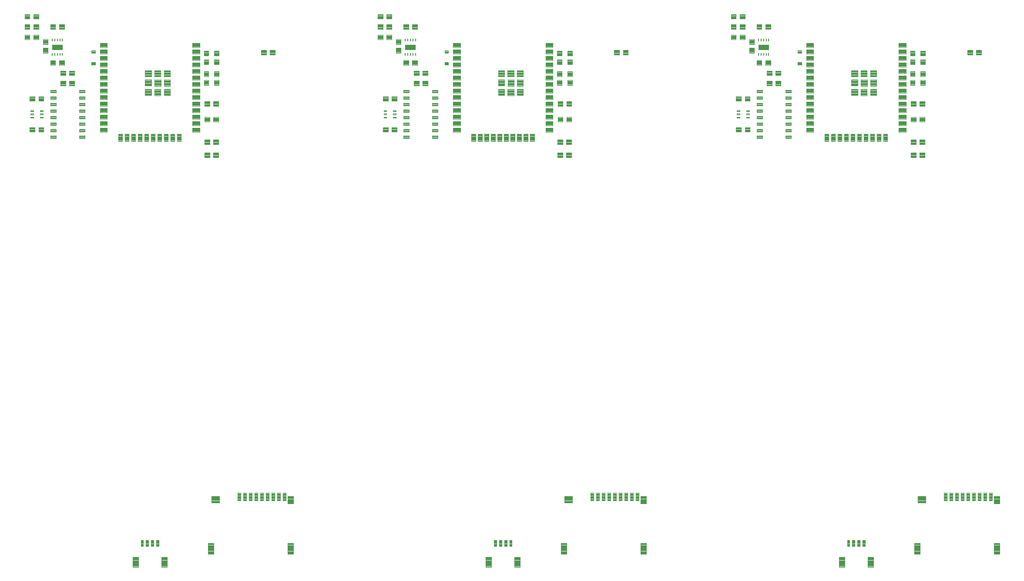
<source format=gbp>
G04 EAGLE Gerber RS-274X export*
G75*
%MOMM*%
%FSLAX34Y34*%
%LPD*%
%INSolderpaste Bottom*%
%IPPOS*%
%AMOC8*
5,1,8,0,0,1.08239X$1,22.5*%
G01*
%ADD10C,0.096000*%
%ADD11C,0.102000*%
%ADD12C,0.100000*%
%ADD13C,0.100800*%
%ADD14R,0.260000X0.599000*%
%ADD15R,2.000000X1.000000*%
%ADD16C,0.099000*%
%ADD17C,0.106400*%
%ADD18C,0.105000*%
%ADD19C,0.098000*%


D10*
X364098Y20213D02*
X375138Y20213D01*
X375138Y1173D01*
X364098Y1173D01*
X364098Y20213D01*
X364098Y2085D02*
X375138Y2085D01*
X375138Y2997D02*
X364098Y2997D01*
X364098Y3909D02*
X375138Y3909D01*
X375138Y4821D02*
X364098Y4821D01*
X364098Y5733D02*
X375138Y5733D01*
X375138Y6645D02*
X364098Y6645D01*
X364098Y7557D02*
X375138Y7557D01*
X375138Y8469D02*
X364098Y8469D01*
X364098Y9381D02*
X375138Y9381D01*
X375138Y10293D02*
X364098Y10293D01*
X364098Y11205D02*
X375138Y11205D01*
X375138Y12117D02*
X364098Y12117D01*
X364098Y13029D02*
X375138Y13029D01*
X375138Y13941D02*
X364098Y13941D01*
X364098Y14853D02*
X375138Y14853D01*
X375138Y15765D02*
X364098Y15765D01*
X364098Y16677D02*
X375138Y16677D01*
X375138Y17589D02*
X364098Y17589D01*
X364098Y18501D02*
X375138Y18501D01*
X375138Y19413D02*
X364098Y19413D01*
X319138Y20213D02*
X308098Y20213D01*
X319138Y20213D02*
X319138Y1173D01*
X308098Y1173D01*
X308098Y20213D01*
X308098Y2085D02*
X319138Y2085D01*
X319138Y2997D02*
X308098Y2997D01*
X308098Y3909D02*
X319138Y3909D01*
X319138Y4821D02*
X308098Y4821D01*
X308098Y5733D02*
X319138Y5733D01*
X319138Y6645D02*
X308098Y6645D01*
X308098Y7557D02*
X319138Y7557D01*
X319138Y8469D02*
X308098Y8469D01*
X308098Y9381D02*
X319138Y9381D01*
X319138Y10293D02*
X308098Y10293D01*
X308098Y11205D02*
X319138Y11205D01*
X319138Y12117D02*
X308098Y12117D01*
X308098Y13029D02*
X319138Y13029D01*
X319138Y13941D02*
X308098Y13941D01*
X308098Y14853D02*
X319138Y14853D01*
X319138Y15765D02*
X308098Y15765D01*
X308098Y16677D02*
X319138Y16677D01*
X319138Y17589D02*
X308098Y17589D01*
X308098Y18501D02*
X319138Y18501D01*
X319138Y19413D02*
X308098Y19413D01*
D11*
X354128Y53683D02*
X359108Y53683D01*
X359108Y41203D01*
X354128Y41203D01*
X354128Y53683D01*
X354128Y42172D02*
X359108Y42172D01*
X359108Y43141D02*
X354128Y43141D01*
X354128Y44110D02*
X359108Y44110D01*
X359108Y45079D02*
X354128Y45079D01*
X354128Y46048D02*
X359108Y46048D01*
X359108Y47017D02*
X354128Y47017D01*
X354128Y47986D02*
X359108Y47986D01*
X359108Y48955D02*
X354128Y48955D01*
X354128Y49924D02*
X359108Y49924D01*
X359108Y50893D02*
X354128Y50893D01*
X354128Y51862D02*
X359108Y51862D01*
X359108Y52831D02*
X354128Y52831D01*
X349108Y53683D02*
X344128Y53683D01*
X349108Y53683D02*
X349108Y41203D01*
X344128Y41203D01*
X344128Y53683D01*
X344128Y42172D02*
X349108Y42172D01*
X349108Y43141D02*
X344128Y43141D01*
X344128Y44110D02*
X349108Y44110D01*
X349108Y45079D02*
X344128Y45079D01*
X344128Y46048D02*
X349108Y46048D01*
X349108Y47017D02*
X344128Y47017D01*
X344128Y47986D02*
X349108Y47986D01*
X349108Y48955D02*
X344128Y48955D01*
X344128Y49924D02*
X349108Y49924D01*
X349108Y50893D02*
X344128Y50893D01*
X344128Y51862D02*
X349108Y51862D01*
X349108Y52831D02*
X344128Y52831D01*
X339108Y53683D02*
X334128Y53683D01*
X339108Y53683D02*
X339108Y41203D01*
X334128Y41203D01*
X334128Y53683D01*
X334128Y42172D02*
X339108Y42172D01*
X339108Y43141D02*
X334128Y43141D01*
X334128Y44110D02*
X339108Y44110D01*
X339108Y45079D02*
X334128Y45079D01*
X334128Y46048D02*
X339108Y46048D01*
X339108Y47017D02*
X334128Y47017D01*
X334128Y47986D02*
X339108Y47986D01*
X339108Y48955D02*
X334128Y48955D01*
X334128Y49924D02*
X339108Y49924D01*
X339108Y50893D02*
X334128Y50893D01*
X334128Y51862D02*
X339108Y51862D01*
X339108Y52831D02*
X334128Y52831D01*
X329108Y53683D02*
X324128Y53683D01*
X329108Y53683D02*
X329108Y41203D01*
X324128Y41203D01*
X324128Y53683D01*
X324128Y42172D02*
X329108Y42172D01*
X329108Y43141D02*
X324128Y43141D01*
X324128Y44110D02*
X329108Y44110D01*
X329108Y45079D02*
X324128Y45079D01*
X324128Y46048D02*
X329108Y46048D01*
X329108Y47017D02*
X324128Y47017D01*
X324128Y47986D02*
X329108Y47986D01*
X329108Y48955D02*
X324128Y48955D01*
X324128Y49924D02*
X329108Y49924D01*
X329108Y50893D02*
X324128Y50893D01*
X324128Y51862D02*
X329108Y51862D01*
X329108Y52831D02*
X324128Y52831D01*
D12*
X142918Y1001843D02*
X142918Y1011843D01*
X142918Y1001843D02*
X133918Y1001843D01*
X133918Y1011843D01*
X142918Y1011843D01*
X142918Y1002793D02*
X133918Y1002793D01*
X133918Y1003743D02*
X142918Y1003743D01*
X142918Y1004693D02*
X133918Y1004693D01*
X133918Y1005643D02*
X142918Y1005643D01*
X142918Y1006593D02*
X133918Y1006593D01*
X133918Y1007543D02*
X142918Y1007543D01*
X142918Y1008493D02*
X133918Y1008493D01*
X133918Y1009443D02*
X142918Y1009443D01*
X142918Y1010393D02*
X133918Y1010393D01*
X133918Y1011343D02*
X142918Y1011343D01*
X142918Y1018843D02*
X142918Y1028843D01*
X142918Y1018843D02*
X133918Y1018843D01*
X133918Y1028843D01*
X142918Y1028843D01*
X142918Y1019793D02*
X133918Y1019793D01*
X133918Y1020743D02*
X142918Y1020743D01*
X142918Y1021693D02*
X133918Y1021693D01*
X133918Y1022643D02*
X142918Y1022643D01*
X142918Y1023593D02*
X133918Y1023593D01*
X133918Y1024543D02*
X142918Y1024543D01*
X142918Y1025493D02*
X133918Y1025493D01*
X133918Y1026443D02*
X142918Y1026443D01*
X142918Y1027393D02*
X133918Y1027393D01*
X133918Y1028343D02*
X142918Y1028343D01*
X165118Y1057243D02*
X175118Y1057243D01*
X175118Y1048243D01*
X165118Y1048243D01*
X165118Y1057243D01*
X165118Y1049193D02*
X175118Y1049193D01*
X175118Y1050143D02*
X165118Y1050143D01*
X165118Y1051093D02*
X175118Y1051093D01*
X175118Y1052043D02*
X165118Y1052043D01*
X165118Y1052993D02*
X175118Y1052993D01*
X175118Y1053943D02*
X165118Y1053943D01*
X165118Y1054893D02*
X175118Y1054893D01*
X175118Y1055843D02*
X165118Y1055843D01*
X165118Y1056793D02*
X175118Y1056793D01*
X158118Y1057243D02*
X148118Y1057243D01*
X158118Y1057243D02*
X158118Y1048243D01*
X148118Y1048243D01*
X148118Y1057243D01*
X148118Y1049193D02*
X158118Y1049193D01*
X158118Y1050143D02*
X148118Y1050143D01*
X148118Y1051093D02*
X158118Y1051093D01*
X158118Y1052043D02*
X148118Y1052043D01*
X148118Y1052993D02*
X158118Y1052993D01*
X158118Y1053943D02*
X148118Y1053943D01*
X148118Y1054893D02*
X158118Y1054893D01*
X158118Y1055843D02*
X148118Y1055843D01*
X148118Y1056793D02*
X158118Y1056793D01*
X165118Y987243D02*
X175118Y987243D01*
X175118Y978243D01*
X165118Y978243D01*
X165118Y987243D01*
X165118Y979193D02*
X175118Y979193D01*
X175118Y980143D02*
X165118Y980143D01*
X165118Y981093D02*
X175118Y981093D01*
X175118Y982043D02*
X165118Y982043D01*
X165118Y982993D02*
X175118Y982993D01*
X175118Y983943D02*
X165118Y983943D01*
X165118Y984893D02*
X175118Y984893D01*
X175118Y985843D02*
X165118Y985843D01*
X165118Y986793D02*
X175118Y986793D01*
X158118Y987243D02*
X148118Y987243D01*
X158118Y987243D02*
X158118Y978243D01*
X148118Y978243D01*
X148118Y987243D01*
X148118Y979193D02*
X158118Y979193D01*
X158118Y980143D02*
X148118Y980143D01*
X148118Y981093D02*
X158118Y981093D01*
X158118Y982043D02*
X148118Y982043D01*
X148118Y982993D02*
X158118Y982993D01*
X158118Y983943D02*
X148118Y983943D01*
X148118Y984893D02*
X158118Y984893D01*
X158118Y985843D02*
X148118Y985843D01*
X148118Y986793D02*
X158118Y986793D01*
D13*
X235264Y983889D02*
X235264Y978597D01*
X227972Y978597D01*
X227972Y983889D01*
X235264Y983889D01*
X235264Y979555D02*
X227972Y979555D01*
X227972Y980513D02*
X235264Y980513D01*
X235264Y981471D02*
X227972Y981471D01*
X227972Y982429D02*
X235264Y982429D01*
X235264Y983387D02*
X227972Y983387D01*
X235264Y1001597D02*
X235264Y1006889D01*
X235264Y1001597D02*
X227972Y1001597D01*
X227972Y1006889D01*
X235264Y1006889D01*
X235264Y1002555D02*
X227972Y1002555D01*
X227972Y1003513D02*
X235264Y1003513D01*
X235264Y1004471D02*
X227972Y1004471D01*
X227972Y1005429D02*
X235264Y1005429D01*
X235264Y1006387D02*
X227972Y1006387D01*
D12*
X447118Y966243D02*
X447118Y956243D01*
X447118Y966243D02*
X456118Y966243D01*
X456118Y956243D01*
X447118Y956243D01*
X447118Y957193D02*
X456118Y957193D01*
X456118Y958143D02*
X447118Y958143D01*
X447118Y959093D02*
X456118Y959093D01*
X456118Y960043D02*
X447118Y960043D01*
X447118Y960993D02*
X456118Y960993D01*
X456118Y961943D02*
X447118Y961943D01*
X447118Y962893D02*
X456118Y962893D01*
X456118Y963843D02*
X447118Y963843D01*
X447118Y964793D02*
X456118Y964793D01*
X456118Y965743D02*
X447118Y965743D01*
X447118Y949243D02*
X447118Y939243D01*
X447118Y949243D02*
X456118Y949243D01*
X456118Y939243D01*
X447118Y939243D01*
X447118Y940193D02*
X456118Y940193D01*
X456118Y941143D02*
X447118Y941143D01*
X447118Y942093D02*
X456118Y942093D01*
X456118Y943043D02*
X447118Y943043D01*
X447118Y943993D02*
X456118Y943993D01*
X456118Y944943D02*
X447118Y944943D01*
X447118Y945893D02*
X456118Y945893D01*
X456118Y946843D02*
X447118Y946843D01*
X447118Y947793D02*
X456118Y947793D01*
X456118Y948743D02*
X447118Y948743D01*
X467118Y996243D02*
X467118Y1006243D01*
X476118Y1006243D01*
X476118Y996243D01*
X467118Y996243D01*
X467118Y997193D02*
X476118Y997193D01*
X476118Y998143D02*
X467118Y998143D01*
X467118Y999093D02*
X476118Y999093D01*
X476118Y1000043D02*
X467118Y1000043D01*
X467118Y1000993D02*
X476118Y1000993D01*
X476118Y1001943D02*
X467118Y1001943D01*
X467118Y1002893D02*
X476118Y1002893D01*
X476118Y1003843D02*
X467118Y1003843D01*
X467118Y1004793D02*
X476118Y1004793D01*
X476118Y1005743D02*
X467118Y1005743D01*
X467118Y989243D02*
X467118Y979243D01*
X467118Y989243D02*
X476118Y989243D01*
X476118Y979243D01*
X467118Y979243D01*
X467118Y980193D02*
X476118Y980193D01*
X476118Y981143D02*
X467118Y981143D01*
X467118Y982093D02*
X476118Y982093D01*
X476118Y983043D02*
X467118Y983043D01*
X467118Y983993D02*
X476118Y983993D01*
X476118Y984943D02*
X467118Y984943D01*
X467118Y985893D02*
X476118Y985893D01*
X476118Y986843D02*
X467118Y986843D01*
X467118Y987793D02*
X476118Y987793D01*
X476118Y988743D02*
X467118Y988743D01*
X447118Y996243D02*
X447118Y1006243D01*
X456118Y1006243D01*
X456118Y996243D01*
X447118Y996243D01*
X447118Y997193D02*
X456118Y997193D01*
X456118Y998143D02*
X447118Y998143D01*
X447118Y999093D02*
X456118Y999093D01*
X456118Y1000043D02*
X447118Y1000043D01*
X447118Y1000993D02*
X456118Y1000993D01*
X456118Y1001943D02*
X447118Y1001943D01*
X447118Y1002893D02*
X456118Y1002893D01*
X456118Y1003843D02*
X447118Y1003843D01*
X447118Y1004793D02*
X456118Y1004793D01*
X456118Y1005743D02*
X447118Y1005743D01*
X447118Y989243D02*
X447118Y979243D01*
X447118Y989243D02*
X456118Y989243D01*
X456118Y979243D01*
X447118Y979243D01*
X447118Y980193D02*
X456118Y980193D01*
X456118Y981143D02*
X447118Y981143D01*
X447118Y982093D02*
X456118Y982093D01*
X456118Y983043D02*
X447118Y983043D01*
X447118Y983993D02*
X456118Y983993D01*
X456118Y984943D02*
X447118Y984943D01*
X447118Y985893D02*
X456118Y985893D01*
X456118Y986843D02*
X447118Y986843D01*
X447118Y987793D02*
X456118Y987793D01*
X456118Y988743D02*
X447118Y988743D01*
X467118Y966243D02*
X467118Y956243D01*
X467118Y966243D02*
X476118Y966243D01*
X476118Y956243D01*
X467118Y956243D01*
X467118Y957193D02*
X476118Y957193D01*
X476118Y958143D02*
X467118Y958143D01*
X467118Y959093D02*
X476118Y959093D01*
X476118Y960043D02*
X467118Y960043D01*
X467118Y960993D02*
X476118Y960993D01*
X476118Y961943D02*
X467118Y961943D01*
X467118Y962893D02*
X476118Y962893D01*
X476118Y963843D02*
X467118Y963843D01*
X467118Y964793D02*
X476118Y964793D01*
X476118Y965743D02*
X467118Y965743D01*
X467118Y949243D02*
X467118Y939243D01*
X467118Y949243D02*
X476118Y949243D01*
X476118Y939243D01*
X467118Y939243D01*
X467118Y940193D02*
X476118Y940193D01*
X476118Y941143D02*
X467118Y941143D01*
X467118Y942093D02*
X476118Y942093D01*
X476118Y943043D02*
X467118Y943043D01*
X467118Y943993D02*
X476118Y943993D01*
X476118Y944943D02*
X467118Y944943D01*
X467118Y945893D02*
X476118Y945893D01*
X476118Y946843D02*
X467118Y946843D01*
X467118Y947793D02*
X476118Y947793D01*
X476118Y948743D02*
X467118Y948743D01*
X178118Y958243D02*
X168118Y958243D01*
X168118Y967243D01*
X178118Y967243D01*
X178118Y958243D01*
X178118Y959193D02*
X168118Y959193D01*
X168118Y960143D02*
X178118Y960143D01*
X178118Y961093D02*
X168118Y961093D01*
X168118Y962043D02*
X178118Y962043D01*
X178118Y962993D02*
X168118Y962993D01*
X168118Y963943D02*
X178118Y963943D01*
X178118Y964893D02*
X168118Y964893D01*
X168118Y965843D02*
X178118Y965843D01*
X178118Y966793D02*
X168118Y966793D01*
X185118Y958243D02*
X195118Y958243D01*
X185118Y958243D02*
X185118Y967243D01*
X195118Y967243D01*
X195118Y958243D01*
X195118Y959193D02*
X185118Y959193D01*
X185118Y960143D02*
X195118Y960143D01*
X195118Y961093D02*
X185118Y961093D01*
X185118Y962043D02*
X195118Y962043D01*
X195118Y962993D02*
X185118Y962993D01*
X185118Y963943D02*
X195118Y963943D01*
X195118Y964893D02*
X185118Y964893D01*
X185118Y965843D02*
X195118Y965843D01*
X195118Y966793D02*
X185118Y966793D01*
D11*
X204128Y929683D02*
X204128Y924703D01*
X204128Y929683D02*
X215108Y929683D01*
X215108Y924703D01*
X204128Y924703D01*
X204128Y925672D02*
X215108Y925672D01*
X215108Y926641D02*
X204128Y926641D01*
X204128Y927610D02*
X215108Y927610D01*
X215108Y928579D02*
X204128Y928579D01*
X204128Y929548D02*
X215108Y929548D01*
X204128Y916983D02*
X204128Y912003D01*
X204128Y916983D02*
X215108Y916983D01*
X215108Y912003D01*
X204128Y912003D01*
X204128Y912972D02*
X215108Y912972D01*
X215108Y913941D02*
X204128Y913941D01*
X204128Y914910D02*
X215108Y914910D01*
X215108Y915879D02*
X204128Y915879D01*
X204128Y916848D02*
X215108Y916848D01*
X204128Y904283D02*
X204128Y899303D01*
X204128Y904283D02*
X215108Y904283D01*
X215108Y899303D01*
X204128Y899303D01*
X204128Y900272D02*
X215108Y900272D01*
X215108Y901241D02*
X204128Y901241D01*
X204128Y902210D02*
X215108Y902210D01*
X215108Y903179D02*
X204128Y903179D01*
X204128Y904148D02*
X215108Y904148D01*
X204128Y891583D02*
X204128Y886603D01*
X204128Y891583D02*
X215108Y891583D01*
X215108Y886603D01*
X204128Y886603D01*
X204128Y887572D02*
X215108Y887572D01*
X215108Y888541D02*
X204128Y888541D01*
X204128Y889510D02*
X215108Y889510D01*
X215108Y890479D02*
X204128Y890479D01*
X204128Y891448D02*
X215108Y891448D01*
X204128Y878883D02*
X204128Y873903D01*
X204128Y878883D02*
X215108Y878883D01*
X215108Y873903D01*
X204128Y873903D01*
X204128Y874872D02*
X215108Y874872D01*
X215108Y875841D02*
X204128Y875841D01*
X204128Y876810D02*
X215108Y876810D01*
X215108Y877779D02*
X204128Y877779D01*
X204128Y878748D02*
X215108Y878748D01*
X204128Y866183D02*
X204128Y861203D01*
X204128Y866183D02*
X215108Y866183D01*
X215108Y861203D01*
X204128Y861203D01*
X204128Y862172D02*
X215108Y862172D01*
X215108Y863141D02*
X204128Y863141D01*
X204128Y864110D02*
X215108Y864110D01*
X215108Y865079D02*
X204128Y865079D01*
X204128Y866048D02*
X215108Y866048D01*
X204128Y853483D02*
X204128Y848503D01*
X204128Y853483D02*
X215108Y853483D01*
X215108Y848503D01*
X204128Y848503D01*
X204128Y849472D02*
X215108Y849472D01*
X215108Y850441D02*
X204128Y850441D01*
X204128Y851410D02*
X215108Y851410D01*
X215108Y852379D02*
X204128Y852379D01*
X204128Y853348D02*
X215108Y853348D01*
X204128Y840783D02*
X204128Y835803D01*
X204128Y840783D02*
X215108Y840783D01*
X215108Y835803D01*
X204128Y835803D01*
X204128Y836772D02*
X215108Y836772D01*
X215108Y837741D02*
X204128Y837741D01*
X204128Y838710D02*
X215108Y838710D01*
X215108Y839679D02*
X204128Y839679D01*
X204128Y840648D02*
X215108Y840648D01*
X148128Y840783D02*
X148128Y835803D01*
X148128Y840783D02*
X159108Y840783D01*
X159108Y835803D01*
X148128Y835803D01*
X148128Y836772D02*
X159108Y836772D01*
X159108Y837741D02*
X148128Y837741D01*
X148128Y838710D02*
X159108Y838710D01*
X159108Y839679D02*
X148128Y839679D01*
X148128Y840648D02*
X159108Y840648D01*
X148128Y848503D02*
X148128Y853483D01*
X159108Y853483D01*
X159108Y848503D01*
X148128Y848503D01*
X148128Y849472D02*
X159108Y849472D01*
X159108Y850441D02*
X148128Y850441D01*
X148128Y851410D02*
X159108Y851410D01*
X159108Y852379D02*
X148128Y852379D01*
X148128Y853348D02*
X159108Y853348D01*
X148128Y861203D02*
X148128Y866183D01*
X159108Y866183D01*
X159108Y861203D01*
X148128Y861203D01*
X148128Y862172D02*
X159108Y862172D01*
X159108Y863141D02*
X148128Y863141D01*
X148128Y864110D02*
X159108Y864110D01*
X159108Y865079D02*
X148128Y865079D01*
X148128Y866048D02*
X159108Y866048D01*
X148128Y873903D02*
X148128Y878883D01*
X159108Y878883D01*
X159108Y873903D01*
X148128Y873903D01*
X148128Y874872D02*
X159108Y874872D01*
X159108Y875841D02*
X148128Y875841D01*
X148128Y876810D02*
X159108Y876810D01*
X159108Y877779D02*
X148128Y877779D01*
X148128Y878748D02*
X159108Y878748D01*
X148128Y886603D02*
X148128Y891583D01*
X159108Y891583D01*
X159108Y886603D01*
X148128Y886603D01*
X148128Y887572D02*
X159108Y887572D01*
X159108Y888541D02*
X148128Y888541D01*
X148128Y889510D02*
X159108Y889510D01*
X159108Y890479D02*
X148128Y890479D01*
X148128Y891448D02*
X159108Y891448D01*
X148128Y899303D02*
X148128Y904283D01*
X159108Y904283D01*
X159108Y899303D01*
X148128Y899303D01*
X148128Y900272D02*
X159108Y900272D01*
X159108Y901241D02*
X148128Y901241D01*
X148128Y902210D02*
X159108Y902210D01*
X159108Y903179D02*
X148128Y903179D01*
X148128Y904148D02*
X159108Y904148D01*
X148128Y912003D02*
X148128Y916983D01*
X159108Y916983D01*
X159108Y912003D01*
X148128Y912003D01*
X148128Y912972D02*
X159108Y912972D01*
X159108Y913941D02*
X148128Y913941D01*
X148128Y914910D02*
X159108Y914910D01*
X159108Y915879D02*
X148128Y915879D01*
X148128Y916848D02*
X159108Y916848D01*
X148128Y924703D02*
X148128Y929683D01*
X159108Y929683D01*
X159108Y924703D01*
X148128Y924703D01*
X148128Y925672D02*
X159108Y925672D01*
X159108Y926641D02*
X148128Y926641D01*
X148128Y927610D02*
X159108Y927610D01*
X159108Y928579D02*
X148128Y928579D01*
X148128Y929548D02*
X159108Y929548D01*
D12*
X118118Y848243D02*
X108118Y848243D01*
X108118Y857243D01*
X118118Y857243D01*
X118118Y848243D01*
X118118Y849193D02*
X108118Y849193D01*
X108118Y850143D02*
X118118Y850143D01*
X118118Y851093D02*
X108118Y851093D01*
X108118Y852043D02*
X118118Y852043D01*
X118118Y852993D02*
X108118Y852993D01*
X108118Y853943D02*
X118118Y853943D01*
X118118Y854893D02*
X108118Y854893D01*
X108118Y855843D02*
X118118Y855843D01*
X118118Y856793D02*
X108118Y856793D01*
X125118Y848243D02*
X135118Y848243D01*
X125118Y848243D02*
X125118Y857243D01*
X135118Y857243D01*
X135118Y848243D01*
X135118Y849193D02*
X125118Y849193D01*
X125118Y850143D02*
X135118Y850143D01*
X135118Y851093D02*
X125118Y851093D01*
X125118Y852043D02*
X135118Y852043D01*
X135118Y852993D02*
X125118Y852993D01*
X125118Y853943D02*
X135118Y853943D01*
X135118Y854893D02*
X125118Y854893D01*
X125118Y855843D02*
X135118Y855843D01*
X135118Y856793D02*
X125118Y856793D01*
X125118Y917243D02*
X135118Y917243D01*
X135118Y908243D01*
X125118Y908243D01*
X125118Y917243D01*
X125118Y909193D02*
X135118Y909193D01*
X135118Y910143D02*
X125118Y910143D01*
X125118Y911093D02*
X135118Y911093D01*
X135118Y912043D02*
X125118Y912043D01*
X125118Y912993D02*
X135118Y912993D01*
X135118Y913943D02*
X125118Y913943D01*
X125118Y914893D02*
X135118Y914893D01*
X135118Y915843D02*
X125118Y915843D01*
X125118Y916793D02*
X135118Y916793D01*
X118118Y917243D02*
X108118Y917243D01*
X118118Y917243D02*
X118118Y908243D01*
X108118Y908243D01*
X108118Y917243D01*
X108118Y909193D02*
X118118Y909193D01*
X118118Y910143D02*
X108118Y910143D01*
X108118Y911093D02*
X118118Y911093D01*
X118118Y912043D02*
X108118Y912043D01*
X108118Y912993D02*
X118118Y912993D01*
X118118Y913943D02*
X108118Y913943D01*
X108118Y914893D02*
X118118Y914893D01*
X118118Y915843D02*
X108118Y915843D01*
X108118Y916793D02*
X118118Y916793D01*
D11*
X133608Y890233D02*
X133608Y888253D01*
X128028Y888253D01*
X128028Y890233D01*
X133608Y890233D01*
X133608Y889222D02*
X128028Y889222D01*
X128028Y890191D02*
X133608Y890191D01*
X109628Y883733D02*
X109628Y881753D01*
X109628Y883733D02*
X115208Y883733D01*
X115208Y881753D01*
X109628Y881753D01*
X109628Y882722D02*
X115208Y882722D01*
X115208Y883691D02*
X109628Y883691D01*
X109628Y877233D02*
X109628Y875253D01*
X109628Y877233D02*
X115208Y877233D01*
X115208Y875253D01*
X109628Y875253D01*
X109628Y876222D02*
X115208Y876222D01*
X115208Y877191D02*
X109628Y877191D01*
X109628Y888253D02*
X109628Y890233D01*
X115208Y890233D01*
X115208Y888253D01*
X109628Y888253D01*
X109628Y889222D02*
X115208Y889222D01*
X115208Y890191D02*
X109628Y890191D01*
X133608Y883733D02*
X133608Y881753D01*
X128028Y881753D01*
X128028Y883733D01*
X133608Y883733D01*
X133608Y882722D02*
X128028Y882722D01*
X128028Y883691D02*
X133608Y883691D01*
X133608Y877233D02*
X133608Y875253D01*
X128028Y875253D01*
X128028Y877233D01*
X133608Y877233D01*
X133608Y876222D02*
X128028Y876222D01*
X128028Y877191D02*
X133608Y877191D01*
D12*
X168118Y938243D02*
X178118Y938243D01*
X168118Y938243D02*
X168118Y947243D01*
X178118Y947243D01*
X178118Y938243D01*
X178118Y939193D02*
X168118Y939193D01*
X168118Y940143D02*
X178118Y940143D01*
X178118Y941093D02*
X168118Y941093D01*
X168118Y942043D02*
X178118Y942043D01*
X178118Y942993D02*
X168118Y942993D01*
X168118Y943943D02*
X178118Y943943D01*
X178118Y944893D02*
X168118Y944893D01*
X168118Y945843D02*
X178118Y945843D01*
X178118Y946793D02*
X168118Y946793D01*
X185118Y938243D02*
X195118Y938243D01*
X185118Y938243D02*
X185118Y947243D01*
X195118Y947243D01*
X195118Y938243D01*
X195118Y939193D02*
X185118Y939193D01*
X185118Y940143D02*
X195118Y940143D01*
X195118Y941093D02*
X185118Y941093D01*
X185118Y942043D02*
X195118Y942043D01*
X195118Y942993D02*
X185118Y942993D01*
X185118Y943943D02*
X195118Y943943D01*
X195118Y944893D02*
X185118Y944893D01*
X185118Y945843D02*
X195118Y945843D01*
X195118Y946793D02*
X185118Y946793D01*
X448118Y898243D02*
X458118Y898243D01*
X448118Y898243D02*
X448118Y907243D01*
X458118Y907243D01*
X458118Y898243D01*
X458118Y899193D02*
X448118Y899193D01*
X448118Y900143D02*
X458118Y900143D01*
X458118Y901093D02*
X448118Y901093D01*
X448118Y902043D02*
X458118Y902043D01*
X458118Y902993D02*
X448118Y902993D01*
X448118Y903943D02*
X458118Y903943D01*
X458118Y904893D02*
X448118Y904893D01*
X448118Y905843D02*
X458118Y905843D01*
X458118Y906793D02*
X448118Y906793D01*
X465118Y898243D02*
X475118Y898243D01*
X465118Y898243D02*
X465118Y907243D01*
X475118Y907243D01*
X475118Y898243D01*
X475118Y899193D02*
X465118Y899193D01*
X465118Y900143D02*
X475118Y900143D01*
X475118Y901093D02*
X465118Y901093D01*
X465118Y902043D02*
X475118Y902043D01*
X475118Y902993D02*
X465118Y902993D01*
X465118Y903943D02*
X475118Y903943D01*
X475118Y904893D02*
X465118Y904893D01*
X465118Y905843D02*
X475118Y905843D01*
X475118Y906793D02*
X465118Y906793D01*
X575118Y1007243D02*
X585118Y1007243D01*
X585118Y998243D01*
X575118Y998243D01*
X575118Y1007243D01*
X575118Y999193D02*
X585118Y999193D01*
X585118Y1000143D02*
X575118Y1000143D01*
X575118Y1001093D02*
X585118Y1001093D01*
X585118Y1002043D02*
X575118Y1002043D01*
X575118Y1002993D02*
X585118Y1002993D01*
X585118Y1003943D02*
X575118Y1003943D01*
X575118Y1004893D02*
X585118Y1004893D01*
X585118Y1005843D02*
X575118Y1005843D01*
X575118Y1006793D02*
X585118Y1006793D01*
X568118Y1007243D02*
X558118Y1007243D01*
X568118Y1007243D02*
X568118Y998243D01*
X558118Y998243D01*
X558118Y1007243D01*
X558118Y999193D02*
X568118Y999193D01*
X568118Y1000143D02*
X558118Y1000143D01*
X558118Y1001093D02*
X568118Y1001093D01*
X568118Y1002043D02*
X558118Y1002043D01*
X558118Y1002993D02*
X568118Y1002993D01*
X568118Y1003943D02*
X558118Y1003943D01*
X558118Y1004893D02*
X568118Y1004893D01*
X568118Y1005843D02*
X558118Y1005843D01*
X558118Y1006793D02*
X568118Y1006793D01*
D14*
X161618Y998748D03*
X166618Y998748D03*
X171618Y998748D03*
X156618Y998748D03*
X151618Y998748D03*
X151618Y1026738D03*
X156618Y1026738D03*
X161618Y1026738D03*
X166618Y1026738D03*
X171618Y1026738D03*
D15*
X161618Y1012743D03*
D12*
X125118Y1057243D02*
X115118Y1057243D01*
X125118Y1057243D02*
X125118Y1048243D01*
X115118Y1048243D01*
X115118Y1057243D01*
X115118Y1049193D02*
X125118Y1049193D01*
X125118Y1050143D02*
X115118Y1050143D01*
X115118Y1051093D02*
X125118Y1051093D01*
X125118Y1052043D02*
X115118Y1052043D01*
X115118Y1052993D02*
X125118Y1052993D01*
X125118Y1053943D02*
X115118Y1053943D01*
X115118Y1054893D02*
X125118Y1054893D01*
X125118Y1055843D02*
X115118Y1055843D01*
X115118Y1056793D02*
X125118Y1056793D01*
X108118Y1057243D02*
X98118Y1057243D01*
X108118Y1057243D02*
X108118Y1048243D01*
X98118Y1048243D01*
X98118Y1057243D01*
X98118Y1049193D02*
X108118Y1049193D01*
X108118Y1050143D02*
X98118Y1050143D01*
X98118Y1051093D02*
X108118Y1051093D01*
X108118Y1052043D02*
X98118Y1052043D01*
X98118Y1052993D02*
X108118Y1052993D01*
X108118Y1053943D02*
X98118Y1053943D01*
X98118Y1054893D02*
X108118Y1054893D01*
X108118Y1055843D02*
X98118Y1055843D01*
X98118Y1056793D02*
X108118Y1056793D01*
X115118Y1037243D02*
X125118Y1037243D01*
X125118Y1028243D01*
X115118Y1028243D01*
X115118Y1037243D01*
X115118Y1029193D02*
X125118Y1029193D01*
X125118Y1030143D02*
X115118Y1030143D01*
X115118Y1031093D02*
X125118Y1031093D01*
X125118Y1032043D02*
X115118Y1032043D01*
X115118Y1032993D02*
X125118Y1032993D01*
X125118Y1033943D02*
X115118Y1033943D01*
X115118Y1034893D02*
X125118Y1034893D01*
X125118Y1035843D02*
X115118Y1035843D01*
X115118Y1036793D02*
X125118Y1036793D01*
X108118Y1037243D02*
X98118Y1037243D01*
X108118Y1037243D02*
X108118Y1028243D01*
X98118Y1028243D01*
X98118Y1037243D01*
X98118Y1029193D02*
X108118Y1029193D01*
X108118Y1030143D02*
X98118Y1030143D01*
X98118Y1031093D02*
X108118Y1031093D01*
X108118Y1032043D02*
X98118Y1032043D01*
X98118Y1032993D02*
X108118Y1032993D01*
X108118Y1033943D02*
X98118Y1033943D01*
X98118Y1034893D02*
X108118Y1034893D01*
X108118Y1035843D02*
X98118Y1035843D01*
X98118Y1036793D02*
X108118Y1036793D01*
X115118Y1077243D02*
X125118Y1077243D01*
X125118Y1068243D01*
X115118Y1068243D01*
X115118Y1077243D01*
X115118Y1069193D02*
X125118Y1069193D01*
X125118Y1070143D02*
X115118Y1070143D01*
X115118Y1071093D02*
X125118Y1071093D01*
X125118Y1072043D02*
X115118Y1072043D01*
X115118Y1072993D02*
X125118Y1072993D01*
X125118Y1073943D02*
X115118Y1073943D01*
X115118Y1074893D02*
X125118Y1074893D01*
X125118Y1075843D02*
X115118Y1075843D01*
X115118Y1076793D02*
X125118Y1076793D01*
X108118Y1077243D02*
X98118Y1077243D01*
X108118Y1077243D02*
X108118Y1068243D01*
X98118Y1068243D01*
X98118Y1077243D01*
X98118Y1069193D02*
X108118Y1069193D01*
X108118Y1070143D02*
X98118Y1070143D01*
X98118Y1071093D02*
X108118Y1071093D01*
X108118Y1072043D02*
X98118Y1072043D01*
X98118Y1072993D02*
X108118Y1072993D01*
X108118Y1073943D02*
X98118Y1073943D01*
X98118Y1074893D02*
X108118Y1074893D01*
X108118Y1075843D02*
X98118Y1075843D01*
X98118Y1076793D02*
X108118Y1076793D01*
X448118Y868243D02*
X458118Y868243D01*
X448118Y868243D02*
X448118Y877243D01*
X458118Y877243D01*
X458118Y868243D01*
X458118Y869193D02*
X448118Y869193D01*
X448118Y870143D02*
X458118Y870143D01*
X458118Y871093D02*
X448118Y871093D01*
X448118Y872043D02*
X458118Y872043D01*
X458118Y872993D02*
X448118Y872993D01*
X448118Y873943D02*
X458118Y873943D01*
X458118Y874893D02*
X448118Y874893D01*
X448118Y875843D02*
X458118Y875843D01*
X458118Y876793D02*
X448118Y876793D01*
X465118Y868243D02*
X475118Y868243D01*
X465118Y868243D02*
X465118Y877243D01*
X475118Y877243D01*
X475118Y868243D01*
X475118Y869193D02*
X465118Y869193D01*
X465118Y870143D02*
X475118Y870143D01*
X475118Y871093D02*
X465118Y871093D01*
X465118Y872043D02*
X475118Y872043D01*
X475118Y872993D02*
X465118Y872993D01*
X465118Y873943D02*
X475118Y873943D01*
X475118Y874893D02*
X465118Y874893D01*
X465118Y875843D02*
X475118Y875843D01*
X475118Y876793D02*
X465118Y876793D01*
D16*
X438623Y1013038D02*
X438623Y1021048D01*
X438623Y1013038D02*
X424613Y1013038D01*
X424613Y1021048D01*
X438623Y1021048D01*
X438623Y1013978D02*
X424613Y1013978D01*
X424613Y1014918D02*
X438623Y1014918D01*
X438623Y1015858D02*
X424613Y1015858D01*
X424613Y1016798D02*
X438623Y1016798D01*
X438623Y1017738D02*
X424613Y1017738D01*
X424613Y1018678D02*
X438623Y1018678D01*
X438623Y1019618D02*
X424613Y1019618D01*
X424613Y1020558D02*
X438623Y1020558D01*
X438623Y1008348D02*
X438623Y1000338D01*
X424613Y1000338D01*
X424613Y1008348D01*
X438623Y1008348D01*
X438623Y1001278D02*
X424613Y1001278D01*
X424613Y1002218D02*
X438623Y1002218D01*
X438623Y1003158D02*
X424613Y1003158D01*
X424613Y1004098D02*
X438623Y1004098D01*
X438623Y1005038D02*
X424613Y1005038D01*
X424613Y1005978D02*
X438623Y1005978D01*
X438623Y1006918D02*
X424613Y1006918D01*
X424613Y1007858D02*
X438623Y1007858D01*
X438623Y995648D02*
X438623Y987638D01*
X424613Y987638D01*
X424613Y995648D01*
X438623Y995648D01*
X438623Y988578D02*
X424613Y988578D01*
X424613Y989518D02*
X438623Y989518D01*
X438623Y990458D02*
X424613Y990458D01*
X424613Y991398D02*
X438623Y991398D01*
X438623Y992338D02*
X424613Y992338D01*
X424613Y993278D02*
X438623Y993278D01*
X438623Y994218D02*
X424613Y994218D01*
X424613Y995158D02*
X438623Y995158D01*
X438623Y982948D02*
X438623Y974938D01*
X424613Y974938D01*
X424613Y982948D01*
X438623Y982948D01*
X438623Y975878D02*
X424613Y975878D01*
X424613Y976818D02*
X438623Y976818D01*
X438623Y977758D02*
X424613Y977758D01*
X424613Y978698D02*
X438623Y978698D01*
X438623Y979638D02*
X424613Y979638D01*
X424613Y980578D02*
X438623Y980578D01*
X438623Y981518D02*
X424613Y981518D01*
X424613Y982458D02*
X438623Y982458D01*
X438623Y970248D02*
X438623Y962238D01*
X424613Y962238D01*
X424613Y970248D01*
X438623Y970248D01*
X438623Y963178D02*
X424613Y963178D01*
X424613Y964118D02*
X438623Y964118D01*
X438623Y965058D02*
X424613Y965058D01*
X424613Y965998D02*
X438623Y965998D01*
X438623Y966938D02*
X424613Y966938D01*
X424613Y967878D02*
X438623Y967878D01*
X438623Y968818D02*
X424613Y968818D01*
X424613Y969758D02*
X438623Y969758D01*
X438623Y957548D02*
X438623Y949538D01*
X424613Y949538D01*
X424613Y957548D01*
X438623Y957548D01*
X438623Y950478D02*
X424613Y950478D01*
X424613Y951418D02*
X438623Y951418D01*
X438623Y952358D02*
X424613Y952358D01*
X424613Y953298D02*
X438623Y953298D01*
X438623Y954238D02*
X424613Y954238D01*
X424613Y955178D02*
X438623Y955178D01*
X438623Y956118D02*
X424613Y956118D01*
X424613Y957058D02*
X438623Y957058D01*
X438623Y944848D02*
X438623Y936838D01*
X424613Y936838D01*
X424613Y944848D01*
X438623Y944848D01*
X438623Y937778D02*
X424613Y937778D01*
X424613Y938718D02*
X438623Y938718D01*
X438623Y939658D02*
X424613Y939658D01*
X424613Y940598D02*
X438623Y940598D01*
X438623Y941538D02*
X424613Y941538D01*
X424613Y942478D02*
X438623Y942478D01*
X438623Y943418D02*
X424613Y943418D01*
X424613Y944358D02*
X438623Y944358D01*
X438623Y932148D02*
X438623Y924138D01*
X424613Y924138D01*
X424613Y932148D01*
X438623Y932148D01*
X438623Y925078D02*
X424613Y925078D01*
X424613Y926018D02*
X438623Y926018D01*
X438623Y926958D02*
X424613Y926958D01*
X424613Y927898D02*
X438623Y927898D01*
X438623Y928838D02*
X424613Y928838D01*
X424613Y929778D02*
X438623Y929778D01*
X438623Y930718D02*
X424613Y930718D01*
X424613Y931658D02*
X438623Y931658D01*
X438623Y919448D02*
X438623Y911438D01*
X424613Y911438D01*
X424613Y919448D01*
X438623Y919448D01*
X438623Y912378D02*
X424613Y912378D01*
X424613Y913318D02*
X438623Y913318D01*
X438623Y914258D02*
X424613Y914258D01*
X424613Y915198D02*
X438623Y915198D01*
X438623Y916138D02*
X424613Y916138D01*
X424613Y917078D02*
X438623Y917078D01*
X438623Y918018D02*
X424613Y918018D01*
X424613Y918958D02*
X438623Y918958D01*
X438623Y906748D02*
X438623Y898738D01*
X424613Y898738D01*
X424613Y906748D01*
X438623Y906748D01*
X438623Y899678D02*
X424613Y899678D01*
X424613Y900618D02*
X438623Y900618D01*
X438623Y901558D02*
X424613Y901558D01*
X424613Y902498D02*
X438623Y902498D01*
X438623Y903438D02*
X424613Y903438D01*
X424613Y904378D02*
X438623Y904378D01*
X438623Y905318D02*
X424613Y905318D01*
X424613Y906258D02*
X438623Y906258D01*
X438623Y894048D02*
X438623Y886038D01*
X424613Y886038D01*
X424613Y894048D01*
X438623Y894048D01*
X438623Y886978D02*
X424613Y886978D01*
X424613Y887918D02*
X438623Y887918D01*
X438623Y888858D02*
X424613Y888858D01*
X424613Y889798D02*
X438623Y889798D01*
X438623Y890738D02*
X424613Y890738D01*
X424613Y891678D02*
X438623Y891678D01*
X438623Y892618D02*
X424613Y892618D01*
X424613Y893558D02*
X438623Y893558D01*
X438623Y881348D02*
X438623Y873338D01*
X424613Y873338D01*
X424613Y881348D01*
X438623Y881348D01*
X438623Y874278D02*
X424613Y874278D01*
X424613Y875218D02*
X438623Y875218D01*
X438623Y876158D02*
X424613Y876158D01*
X424613Y877098D02*
X438623Y877098D01*
X438623Y878038D02*
X424613Y878038D01*
X424613Y878978D02*
X438623Y878978D01*
X438623Y879918D02*
X424613Y879918D01*
X424613Y880858D02*
X438623Y880858D01*
X438623Y868648D02*
X438623Y860638D01*
X424613Y860638D01*
X424613Y868648D01*
X438623Y868648D01*
X438623Y861578D02*
X424613Y861578D01*
X424613Y862518D02*
X438623Y862518D01*
X438623Y863458D02*
X424613Y863458D01*
X424613Y864398D02*
X438623Y864398D01*
X438623Y865338D02*
X424613Y865338D01*
X424613Y866278D02*
X438623Y866278D01*
X438623Y867218D02*
X424613Y867218D01*
X424613Y868158D02*
X438623Y868158D01*
X438623Y855948D02*
X438623Y847938D01*
X424613Y847938D01*
X424613Y855948D01*
X438623Y855948D01*
X438623Y848878D02*
X424613Y848878D01*
X424613Y849818D02*
X438623Y849818D01*
X438623Y850758D02*
X424613Y850758D01*
X424613Y851698D02*
X438623Y851698D01*
X438623Y852638D02*
X424613Y852638D01*
X424613Y853578D02*
X438623Y853578D01*
X438623Y854518D02*
X424613Y854518D01*
X424613Y855458D02*
X438623Y855458D01*
X402773Y830038D02*
X394763Y830038D01*
X394763Y844048D01*
X402773Y844048D01*
X402773Y830038D01*
X402773Y830978D02*
X394763Y830978D01*
X394763Y831918D02*
X402773Y831918D01*
X402773Y832858D02*
X394763Y832858D01*
X394763Y833798D02*
X402773Y833798D01*
X402773Y834738D02*
X394763Y834738D01*
X394763Y835678D02*
X402773Y835678D01*
X402773Y836618D02*
X394763Y836618D01*
X394763Y837558D02*
X402773Y837558D01*
X402773Y838498D02*
X394763Y838498D01*
X394763Y839438D02*
X402773Y839438D01*
X402773Y840378D02*
X394763Y840378D01*
X394763Y841318D02*
X402773Y841318D01*
X402773Y842258D02*
X394763Y842258D01*
X394763Y843198D02*
X402773Y843198D01*
X390073Y830038D02*
X382063Y830038D01*
X382063Y844048D01*
X390073Y844048D01*
X390073Y830038D01*
X390073Y830978D02*
X382063Y830978D01*
X382063Y831918D02*
X390073Y831918D01*
X390073Y832858D02*
X382063Y832858D01*
X382063Y833798D02*
X390073Y833798D01*
X390073Y834738D02*
X382063Y834738D01*
X382063Y835678D02*
X390073Y835678D01*
X390073Y836618D02*
X382063Y836618D01*
X382063Y837558D02*
X390073Y837558D01*
X390073Y838498D02*
X382063Y838498D01*
X382063Y839438D02*
X390073Y839438D01*
X390073Y840378D02*
X382063Y840378D01*
X382063Y841318D02*
X390073Y841318D01*
X390073Y842258D02*
X382063Y842258D01*
X382063Y843198D02*
X390073Y843198D01*
X377373Y830038D02*
X369363Y830038D01*
X369363Y844048D01*
X377373Y844048D01*
X377373Y830038D01*
X377373Y830978D02*
X369363Y830978D01*
X369363Y831918D02*
X377373Y831918D01*
X377373Y832858D02*
X369363Y832858D01*
X369363Y833798D02*
X377373Y833798D01*
X377373Y834738D02*
X369363Y834738D01*
X369363Y835678D02*
X377373Y835678D01*
X377373Y836618D02*
X369363Y836618D01*
X369363Y837558D02*
X377373Y837558D01*
X377373Y838498D02*
X369363Y838498D01*
X369363Y839438D02*
X377373Y839438D01*
X377373Y840378D02*
X369363Y840378D01*
X369363Y841318D02*
X377373Y841318D01*
X377373Y842258D02*
X369363Y842258D01*
X369363Y843198D02*
X377373Y843198D01*
X364673Y830038D02*
X356663Y830038D01*
X356663Y844048D01*
X364673Y844048D01*
X364673Y830038D01*
X364673Y830978D02*
X356663Y830978D01*
X356663Y831918D02*
X364673Y831918D01*
X364673Y832858D02*
X356663Y832858D01*
X356663Y833798D02*
X364673Y833798D01*
X364673Y834738D02*
X356663Y834738D01*
X356663Y835678D02*
X364673Y835678D01*
X364673Y836618D02*
X356663Y836618D01*
X356663Y837558D02*
X364673Y837558D01*
X364673Y838498D02*
X356663Y838498D01*
X356663Y839438D02*
X364673Y839438D01*
X364673Y840378D02*
X356663Y840378D01*
X356663Y841318D02*
X364673Y841318D01*
X364673Y842258D02*
X356663Y842258D01*
X356663Y843198D02*
X364673Y843198D01*
X351973Y830038D02*
X343963Y830038D01*
X343963Y844048D01*
X351973Y844048D01*
X351973Y830038D01*
X351973Y830978D02*
X343963Y830978D01*
X343963Y831918D02*
X351973Y831918D01*
X351973Y832858D02*
X343963Y832858D01*
X343963Y833798D02*
X351973Y833798D01*
X351973Y834738D02*
X343963Y834738D01*
X343963Y835678D02*
X351973Y835678D01*
X351973Y836618D02*
X343963Y836618D01*
X343963Y837558D02*
X351973Y837558D01*
X351973Y838498D02*
X343963Y838498D01*
X343963Y839438D02*
X351973Y839438D01*
X351973Y840378D02*
X343963Y840378D01*
X343963Y841318D02*
X351973Y841318D01*
X351973Y842258D02*
X343963Y842258D01*
X343963Y843198D02*
X351973Y843198D01*
X339273Y830038D02*
X331263Y830038D01*
X331263Y844048D01*
X339273Y844048D01*
X339273Y830038D01*
X339273Y830978D02*
X331263Y830978D01*
X331263Y831918D02*
X339273Y831918D01*
X339273Y832858D02*
X331263Y832858D01*
X331263Y833798D02*
X339273Y833798D01*
X339273Y834738D02*
X331263Y834738D01*
X331263Y835678D02*
X339273Y835678D01*
X339273Y836618D02*
X331263Y836618D01*
X331263Y837558D02*
X339273Y837558D01*
X339273Y838498D02*
X331263Y838498D01*
X331263Y839438D02*
X339273Y839438D01*
X339273Y840378D02*
X331263Y840378D01*
X331263Y841318D02*
X339273Y841318D01*
X339273Y842258D02*
X331263Y842258D01*
X331263Y843198D02*
X339273Y843198D01*
X326573Y830038D02*
X318563Y830038D01*
X318563Y844048D01*
X326573Y844048D01*
X326573Y830038D01*
X326573Y830978D02*
X318563Y830978D01*
X318563Y831918D02*
X326573Y831918D01*
X326573Y832858D02*
X318563Y832858D01*
X318563Y833798D02*
X326573Y833798D01*
X326573Y834738D02*
X318563Y834738D01*
X318563Y835678D02*
X326573Y835678D01*
X326573Y836618D02*
X318563Y836618D01*
X318563Y837558D02*
X326573Y837558D01*
X326573Y838498D02*
X318563Y838498D01*
X318563Y839438D02*
X326573Y839438D01*
X326573Y840378D02*
X318563Y840378D01*
X318563Y841318D02*
X326573Y841318D01*
X326573Y842258D02*
X318563Y842258D01*
X318563Y843198D02*
X326573Y843198D01*
X313873Y830038D02*
X305863Y830038D01*
X305863Y844048D01*
X313873Y844048D01*
X313873Y830038D01*
X313873Y830978D02*
X305863Y830978D01*
X305863Y831918D02*
X313873Y831918D01*
X313873Y832858D02*
X305863Y832858D01*
X305863Y833798D02*
X313873Y833798D01*
X313873Y834738D02*
X305863Y834738D01*
X305863Y835678D02*
X313873Y835678D01*
X313873Y836618D02*
X305863Y836618D01*
X305863Y837558D02*
X313873Y837558D01*
X313873Y838498D02*
X305863Y838498D01*
X305863Y839438D02*
X313873Y839438D01*
X313873Y840378D02*
X305863Y840378D01*
X305863Y841318D02*
X313873Y841318D01*
X313873Y842258D02*
X305863Y842258D01*
X305863Y843198D02*
X313873Y843198D01*
X301173Y830038D02*
X293163Y830038D01*
X293163Y844048D01*
X301173Y844048D01*
X301173Y830038D01*
X301173Y830978D02*
X293163Y830978D01*
X293163Y831918D02*
X301173Y831918D01*
X301173Y832858D02*
X293163Y832858D01*
X293163Y833798D02*
X301173Y833798D01*
X301173Y834738D02*
X293163Y834738D01*
X293163Y835678D02*
X301173Y835678D01*
X301173Y836618D02*
X293163Y836618D01*
X293163Y837558D02*
X301173Y837558D01*
X301173Y838498D02*
X293163Y838498D01*
X293163Y839438D02*
X301173Y839438D01*
X301173Y840378D02*
X293163Y840378D01*
X293163Y841318D02*
X301173Y841318D01*
X301173Y842258D02*
X293163Y842258D01*
X293163Y843198D02*
X301173Y843198D01*
X288473Y830038D02*
X280463Y830038D01*
X280463Y844048D01*
X288473Y844048D01*
X288473Y830038D01*
X288473Y830978D02*
X280463Y830978D01*
X280463Y831918D02*
X288473Y831918D01*
X288473Y832858D02*
X280463Y832858D01*
X280463Y833798D02*
X288473Y833798D01*
X288473Y834738D02*
X280463Y834738D01*
X280463Y835678D02*
X288473Y835678D01*
X288473Y836618D02*
X280463Y836618D01*
X280463Y837558D02*
X288473Y837558D01*
X288473Y838498D02*
X280463Y838498D01*
X280463Y839438D02*
X288473Y839438D01*
X288473Y840378D02*
X280463Y840378D01*
X280463Y841318D02*
X288473Y841318D01*
X288473Y842258D02*
X280463Y842258D01*
X280463Y843198D02*
X288473Y843198D01*
X258623Y847938D02*
X258623Y855948D01*
X258623Y847938D02*
X244613Y847938D01*
X244613Y855948D01*
X258623Y855948D01*
X258623Y848878D02*
X244613Y848878D01*
X244613Y849818D02*
X258623Y849818D01*
X258623Y850758D02*
X244613Y850758D01*
X244613Y851698D02*
X258623Y851698D01*
X258623Y852638D02*
X244613Y852638D01*
X244613Y853578D02*
X258623Y853578D01*
X258623Y854518D02*
X244613Y854518D01*
X244613Y855458D02*
X258623Y855458D01*
X258623Y860638D02*
X258623Y868648D01*
X258623Y860638D02*
X244613Y860638D01*
X244613Y868648D01*
X258623Y868648D01*
X258623Y861578D02*
X244613Y861578D01*
X244613Y862518D02*
X258623Y862518D01*
X258623Y863458D02*
X244613Y863458D01*
X244613Y864398D02*
X258623Y864398D01*
X258623Y865338D02*
X244613Y865338D01*
X244613Y866278D02*
X258623Y866278D01*
X258623Y867218D02*
X244613Y867218D01*
X244613Y868158D02*
X258623Y868158D01*
X258623Y873338D02*
X258623Y881348D01*
X258623Y873338D02*
X244613Y873338D01*
X244613Y881348D01*
X258623Y881348D01*
X258623Y874278D02*
X244613Y874278D01*
X244613Y875218D02*
X258623Y875218D01*
X258623Y876158D02*
X244613Y876158D01*
X244613Y877098D02*
X258623Y877098D01*
X258623Y878038D02*
X244613Y878038D01*
X244613Y878978D02*
X258623Y878978D01*
X258623Y879918D02*
X244613Y879918D01*
X244613Y880858D02*
X258623Y880858D01*
X258623Y886038D02*
X258623Y894048D01*
X258623Y886038D02*
X244613Y886038D01*
X244613Y894048D01*
X258623Y894048D01*
X258623Y886978D02*
X244613Y886978D01*
X244613Y887918D02*
X258623Y887918D01*
X258623Y888858D02*
X244613Y888858D01*
X244613Y889798D02*
X258623Y889798D01*
X258623Y890738D02*
X244613Y890738D01*
X244613Y891678D02*
X258623Y891678D01*
X258623Y892618D02*
X244613Y892618D01*
X244613Y893558D02*
X258623Y893558D01*
X258623Y898738D02*
X258623Y906748D01*
X258623Y898738D02*
X244613Y898738D01*
X244613Y906748D01*
X258623Y906748D01*
X258623Y899678D02*
X244613Y899678D01*
X244613Y900618D02*
X258623Y900618D01*
X258623Y901558D02*
X244613Y901558D01*
X244613Y902498D02*
X258623Y902498D01*
X258623Y903438D02*
X244613Y903438D01*
X244613Y904378D02*
X258623Y904378D01*
X258623Y905318D02*
X244613Y905318D01*
X244613Y906258D02*
X258623Y906258D01*
X258623Y911438D02*
X258623Y919448D01*
X258623Y911438D02*
X244613Y911438D01*
X244613Y919448D01*
X258623Y919448D01*
X258623Y912378D02*
X244613Y912378D01*
X244613Y913318D02*
X258623Y913318D01*
X258623Y914258D02*
X244613Y914258D01*
X244613Y915198D02*
X258623Y915198D01*
X258623Y916138D02*
X244613Y916138D01*
X244613Y917078D02*
X258623Y917078D01*
X258623Y918018D02*
X244613Y918018D01*
X244613Y918958D02*
X258623Y918958D01*
X258623Y924138D02*
X258623Y932148D01*
X258623Y924138D02*
X244613Y924138D01*
X244613Y932148D01*
X258623Y932148D01*
X258623Y925078D02*
X244613Y925078D01*
X244613Y926018D02*
X258623Y926018D01*
X258623Y926958D02*
X244613Y926958D01*
X244613Y927898D02*
X258623Y927898D01*
X258623Y928838D02*
X244613Y928838D01*
X244613Y929778D02*
X258623Y929778D01*
X258623Y930718D02*
X244613Y930718D01*
X244613Y931658D02*
X258623Y931658D01*
X258623Y936838D02*
X258623Y944848D01*
X258623Y936838D02*
X244613Y936838D01*
X244613Y944848D01*
X258623Y944848D01*
X258623Y937778D02*
X244613Y937778D01*
X244613Y938718D02*
X258623Y938718D01*
X258623Y939658D02*
X244613Y939658D01*
X244613Y940598D02*
X258623Y940598D01*
X258623Y941538D02*
X244613Y941538D01*
X244613Y942478D02*
X258623Y942478D01*
X258623Y943418D02*
X244613Y943418D01*
X244613Y944358D02*
X258623Y944358D01*
X258623Y949538D02*
X258623Y957548D01*
X258623Y949538D02*
X244613Y949538D01*
X244613Y957548D01*
X258623Y957548D01*
X258623Y950478D02*
X244613Y950478D01*
X244613Y951418D02*
X258623Y951418D01*
X258623Y952358D02*
X244613Y952358D01*
X244613Y953298D02*
X258623Y953298D01*
X258623Y954238D02*
X244613Y954238D01*
X244613Y955178D02*
X258623Y955178D01*
X258623Y956118D02*
X244613Y956118D01*
X244613Y957058D02*
X258623Y957058D01*
X258623Y962238D02*
X258623Y970248D01*
X258623Y962238D02*
X244613Y962238D01*
X244613Y970248D01*
X258623Y970248D01*
X258623Y963178D02*
X244613Y963178D01*
X244613Y964118D02*
X258623Y964118D01*
X258623Y965058D02*
X244613Y965058D01*
X244613Y965998D02*
X258623Y965998D01*
X258623Y966938D02*
X244613Y966938D01*
X244613Y967878D02*
X258623Y967878D01*
X258623Y968818D02*
X244613Y968818D01*
X244613Y969758D02*
X258623Y969758D01*
X258623Y974938D02*
X258623Y982948D01*
X258623Y974938D02*
X244613Y974938D01*
X244613Y982948D01*
X258623Y982948D01*
X258623Y975878D02*
X244613Y975878D01*
X244613Y976818D02*
X258623Y976818D01*
X258623Y977758D02*
X244613Y977758D01*
X244613Y978698D02*
X258623Y978698D01*
X258623Y979638D02*
X244613Y979638D01*
X244613Y980578D02*
X258623Y980578D01*
X258623Y981518D02*
X244613Y981518D01*
X244613Y982458D02*
X258623Y982458D01*
X258623Y987638D02*
X258623Y995648D01*
X258623Y987638D02*
X244613Y987638D01*
X244613Y995648D01*
X258623Y995648D01*
X258623Y988578D02*
X244613Y988578D01*
X244613Y989518D02*
X258623Y989518D01*
X258623Y990458D02*
X244613Y990458D01*
X244613Y991398D02*
X258623Y991398D01*
X258623Y992338D02*
X244613Y992338D01*
X244613Y993278D02*
X258623Y993278D01*
X258623Y994218D02*
X244613Y994218D01*
X244613Y995158D02*
X258623Y995158D01*
X258623Y1000338D02*
X258623Y1008348D01*
X258623Y1000338D02*
X244613Y1000338D01*
X244613Y1008348D01*
X258623Y1008348D01*
X258623Y1001278D02*
X244613Y1001278D01*
X244613Y1002218D02*
X258623Y1002218D01*
X258623Y1003158D02*
X244613Y1003158D01*
X244613Y1004098D02*
X258623Y1004098D01*
X258623Y1005038D02*
X244613Y1005038D01*
X244613Y1005978D02*
X258623Y1005978D01*
X258623Y1006918D02*
X244613Y1006918D01*
X244613Y1007858D02*
X258623Y1007858D01*
X258623Y1013038D02*
X258623Y1021048D01*
X258623Y1013038D02*
X244613Y1013038D01*
X244613Y1021048D01*
X258623Y1021048D01*
X258623Y1013978D02*
X244613Y1013978D01*
X244613Y1014918D02*
X258623Y1014918D01*
X258623Y1015858D02*
X244613Y1015858D01*
X244613Y1016798D02*
X258623Y1016798D01*
X258623Y1017738D02*
X244613Y1017738D01*
X244613Y1018678D02*
X258623Y1018678D01*
X258623Y1019618D02*
X244613Y1019618D01*
X244613Y1020558D02*
X258623Y1020558D01*
D17*
X363046Y949741D02*
X363046Y937505D01*
X350810Y937505D01*
X350810Y949741D01*
X363046Y949741D01*
X363046Y938516D02*
X350810Y938516D01*
X350810Y939527D02*
X363046Y939527D01*
X363046Y940538D02*
X350810Y940538D01*
X350810Y941549D02*
X363046Y941549D01*
X363046Y942560D02*
X350810Y942560D01*
X350810Y943571D02*
X363046Y943571D01*
X363046Y944582D02*
X350810Y944582D01*
X350810Y945593D02*
X363046Y945593D01*
X363046Y946604D02*
X350810Y946604D01*
X350810Y947615D02*
X363046Y947615D01*
X363046Y948626D02*
X350810Y948626D01*
X350810Y949637D02*
X363046Y949637D01*
X344596Y955715D02*
X344596Y967951D01*
X344596Y955715D02*
X332360Y955715D01*
X332360Y967951D01*
X344596Y967951D01*
X344596Y956726D02*
X332360Y956726D01*
X332360Y957737D02*
X344596Y957737D01*
X344596Y958748D02*
X332360Y958748D01*
X332360Y959759D02*
X344596Y959759D01*
X344596Y960770D02*
X332360Y960770D01*
X332360Y961781D02*
X344596Y961781D01*
X344596Y962792D02*
X332360Y962792D01*
X332360Y963803D02*
X344596Y963803D01*
X344596Y964814D02*
X332360Y964814D01*
X332360Y965825D02*
X344596Y965825D01*
X344596Y966836D02*
X332360Y966836D01*
X332360Y967847D02*
X344596Y967847D01*
X362896Y967951D02*
X362896Y955715D01*
X350660Y955715D01*
X350660Y967951D01*
X362896Y967951D01*
X362896Y956726D02*
X350660Y956726D01*
X350660Y957737D02*
X362896Y957737D01*
X362896Y958748D02*
X350660Y958748D01*
X350660Y959759D02*
X362896Y959759D01*
X362896Y960770D02*
X350660Y960770D01*
X350660Y961781D02*
X362896Y961781D01*
X362896Y962792D02*
X350660Y962792D01*
X350660Y963803D02*
X362896Y963803D01*
X362896Y964814D02*
X350660Y964814D01*
X350660Y965825D02*
X362896Y965825D01*
X362896Y966836D02*
X350660Y966836D01*
X350660Y967847D02*
X362896Y967847D01*
X381196Y967951D02*
X381196Y955715D01*
X368960Y955715D01*
X368960Y967951D01*
X381196Y967951D01*
X381196Y956726D02*
X368960Y956726D01*
X368960Y957737D02*
X381196Y957737D01*
X381196Y958748D02*
X368960Y958748D01*
X368960Y959759D02*
X381196Y959759D01*
X381196Y960770D02*
X368960Y960770D01*
X368960Y961781D02*
X381196Y961781D01*
X381196Y962792D02*
X368960Y962792D01*
X368960Y963803D02*
X381196Y963803D01*
X381196Y964814D02*
X368960Y964814D01*
X368960Y965825D02*
X381196Y965825D01*
X381196Y966836D02*
X368960Y966836D01*
X368960Y967847D02*
X381196Y967847D01*
X381196Y949651D02*
X381196Y937415D01*
X368960Y937415D01*
X368960Y949651D01*
X381196Y949651D01*
X381196Y938426D02*
X368960Y938426D01*
X368960Y939437D02*
X381196Y939437D01*
X381196Y940448D02*
X368960Y940448D01*
X368960Y941459D02*
X381196Y941459D01*
X381196Y942470D02*
X368960Y942470D01*
X368960Y943481D02*
X381196Y943481D01*
X381196Y944492D02*
X368960Y944492D01*
X368960Y945503D02*
X381196Y945503D01*
X381196Y946514D02*
X368960Y946514D01*
X368960Y947525D02*
X381196Y947525D01*
X381196Y948536D02*
X368960Y948536D01*
X368960Y949547D02*
X381196Y949547D01*
X344496Y949951D02*
X344496Y937715D01*
X332260Y937715D01*
X332260Y949951D01*
X344496Y949951D01*
X344496Y938726D02*
X332260Y938726D01*
X332260Y939737D02*
X344496Y939737D01*
X344496Y940748D02*
X332260Y940748D01*
X332260Y941759D02*
X344496Y941759D01*
X344496Y942770D02*
X332260Y942770D01*
X332260Y943781D02*
X344496Y943781D01*
X344496Y944792D02*
X332260Y944792D01*
X332260Y945803D02*
X344496Y945803D01*
X344496Y946814D02*
X332260Y946814D01*
X332260Y947825D02*
X344496Y947825D01*
X344496Y948836D02*
X332260Y948836D01*
X332260Y949847D02*
X344496Y949847D01*
X344596Y931351D02*
X344596Y919115D01*
X332360Y919115D01*
X332360Y931351D01*
X344596Y931351D01*
X344596Y920126D02*
X332360Y920126D01*
X332360Y921137D02*
X344596Y921137D01*
X344596Y922148D02*
X332360Y922148D01*
X332360Y923159D02*
X344596Y923159D01*
X344596Y924170D02*
X332360Y924170D01*
X332360Y925181D02*
X344596Y925181D01*
X344596Y926192D02*
X332360Y926192D01*
X332360Y927203D02*
X344596Y927203D01*
X344596Y928214D02*
X332360Y928214D01*
X332360Y929225D02*
X344596Y929225D01*
X344596Y930236D02*
X332360Y930236D01*
X332360Y931247D02*
X344596Y931247D01*
X362896Y931251D02*
X362896Y919015D01*
X350660Y919015D01*
X350660Y931251D01*
X362896Y931251D01*
X362896Y920026D02*
X350660Y920026D01*
X350660Y921037D02*
X362896Y921037D01*
X362896Y922048D02*
X350660Y922048D01*
X350660Y923059D02*
X362896Y923059D01*
X362896Y924070D02*
X350660Y924070D01*
X350660Y925081D02*
X362896Y925081D01*
X362896Y926092D02*
X350660Y926092D01*
X350660Y927103D02*
X362896Y927103D01*
X362896Y928114D02*
X350660Y928114D01*
X350660Y929125D02*
X362896Y929125D01*
X362896Y930136D02*
X350660Y930136D01*
X350660Y931147D02*
X362896Y931147D01*
X381196Y931351D02*
X381196Y919115D01*
X368960Y919115D01*
X368960Y931351D01*
X381196Y931351D01*
X381196Y920126D02*
X368960Y920126D01*
X368960Y921137D02*
X381196Y921137D01*
X381196Y922148D02*
X368960Y922148D01*
X368960Y923159D02*
X381196Y923159D01*
X381196Y924170D02*
X368960Y924170D01*
X368960Y925181D02*
X381196Y925181D01*
X381196Y926192D02*
X368960Y926192D01*
X368960Y927203D02*
X381196Y927203D01*
X381196Y928214D02*
X368960Y928214D01*
X368960Y929225D02*
X381196Y929225D01*
X381196Y930236D02*
X368960Y930236D01*
X368960Y931247D02*
X381196Y931247D01*
D12*
X465018Y832743D02*
X475018Y832743D01*
X475018Y823743D01*
X465018Y823743D01*
X465018Y832743D01*
X465018Y824693D02*
X475018Y824693D01*
X475018Y825643D02*
X465018Y825643D01*
X465018Y826593D02*
X475018Y826593D01*
X475018Y827543D02*
X465018Y827543D01*
X465018Y828493D02*
X475018Y828493D01*
X475018Y829443D02*
X465018Y829443D01*
X465018Y830393D02*
X475018Y830393D01*
X475018Y831343D02*
X465018Y831343D01*
X465018Y832293D02*
X475018Y832293D01*
X458018Y832743D02*
X448018Y832743D01*
X458018Y832743D02*
X458018Y823743D01*
X448018Y823743D01*
X448018Y832743D01*
X448018Y824693D02*
X458018Y824693D01*
X458018Y825643D02*
X448018Y825643D01*
X448018Y826593D02*
X458018Y826593D01*
X458018Y827543D02*
X448018Y827543D01*
X448018Y828493D02*
X458018Y828493D01*
X458018Y829443D02*
X448018Y829443D01*
X448018Y830393D02*
X458018Y830393D01*
X458018Y831343D02*
X448018Y831343D01*
X448018Y832293D02*
X458018Y832293D01*
X458018Y798343D02*
X448018Y798343D01*
X448018Y807343D01*
X458018Y807343D01*
X458018Y798343D01*
X458018Y799293D02*
X448018Y799293D01*
X448018Y800243D02*
X458018Y800243D01*
X458018Y801193D02*
X448018Y801193D01*
X448018Y802143D02*
X458018Y802143D01*
X458018Y803093D02*
X448018Y803093D01*
X448018Y804043D02*
X458018Y804043D01*
X458018Y804993D02*
X448018Y804993D01*
X448018Y805943D02*
X458018Y805943D01*
X458018Y806893D02*
X448018Y806893D01*
X465018Y798343D02*
X475018Y798343D01*
X465018Y798343D02*
X465018Y807343D01*
X475018Y807343D01*
X475018Y798343D01*
X475018Y799293D02*
X465018Y799293D01*
X465018Y800243D02*
X475018Y800243D01*
X475018Y801193D02*
X465018Y801193D01*
X465018Y802143D02*
X475018Y802143D01*
X475018Y803093D02*
X465018Y803093D01*
X465018Y804043D02*
X475018Y804043D01*
X475018Y804993D02*
X465018Y804993D01*
X465018Y805943D02*
X475018Y805943D01*
X475018Y806893D02*
X465018Y806893D01*
D18*
X540093Y145218D02*
X540093Y130268D01*
X534143Y130268D01*
X534143Y145218D01*
X540093Y145218D01*
X540093Y131265D02*
X534143Y131265D01*
X534143Y132262D02*
X540093Y132262D01*
X540093Y133259D02*
X534143Y133259D01*
X534143Y134256D02*
X540093Y134256D01*
X540093Y135253D02*
X534143Y135253D01*
X534143Y136250D02*
X540093Y136250D01*
X540093Y137247D02*
X534143Y137247D01*
X534143Y138244D02*
X540093Y138244D01*
X540093Y139241D02*
X534143Y139241D01*
X534143Y140238D02*
X540093Y140238D01*
X540093Y141235D02*
X534143Y141235D01*
X534143Y142232D02*
X540093Y142232D01*
X540093Y143229D02*
X534143Y143229D01*
X534143Y144226D02*
X540093Y144226D01*
X529093Y145218D02*
X529093Y130268D01*
X523143Y130268D01*
X523143Y145218D01*
X529093Y145218D01*
X529093Y131265D02*
X523143Y131265D01*
X523143Y132262D02*
X529093Y132262D01*
X529093Y133259D02*
X523143Y133259D01*
X523143Y134256D02*
X529093Y134256D01*
X529093Y135253D02*
X523143Y135253D01*
X523143Y136250D02*
X529093Y136250D01*
X529093Y137247D02*
X523143Y137247D01*
X523143Y138244D02*
X529093Y138244D01*
X529093Y139241D02*
X523143Y139241D01*
X523143Y140238D02*
X529093Y140238D01*
X529093Y141235D02*
X523143Y141235D01*
X523143Y142232D02*
X529093Y142232D01*
X529093Y143229D02*
X523143Y143229D01*
X523143Y144226D02*
X529093Y144226D01*
X518093Y145218D02*
X518093Y130268D01*
X512143Y130268D01*
X512143Y145218D01*
X518093Y145218D01*
X518093Y131265D02*
X512143Y131265D01*
X512143Y132262D02*
X518093Y132262D01*
X518093Y133259D02*
X512143Y133259D01*
X512143Y134256D02*
X518093Y134256D01*
X518093Y135253D02*
X512143Y135253D01*
X512143Y136250D02*
X518093Y136250D01*
X518093Y137247D02*
X512143Y137247D01*
X512143Y138244D02*
X518093Y138244D01*
X518093Y139241D02*
X512143Y139241D01*
X512143Y140238D02*
X518093Y140238D01*
X518093Y141235D02*
X512143Y141235D01*
X512143Y142232D02*
X518093Y142232D01*
X518093Y143229D02*
X512143Y143229D01*
X512143Y144226D02*
X518093Y144226D01*
X551093Y145218D02*
X551093Y130268D01*
X545143Y130268D01*
X545143Y145218D01*
X551093Y145218D01*
X551093Y131265D02*
X545143Y131265D01*
X545143Y132262D02*
X551093Y132262D01*
X551093Y133259D02*
X545143Y133259D01*
X545143Y134256D02*
X551093Y134256D01*
X551093Y135253D02*
X545143Y135253D01*
X545143Y136250D02*
X551093Y136250D01*
X551093Y137247D02*
X545143Y137247D01*
X545143Y138244D02*
X551093Y138244D01*
X551093Y139241D02*
X545143Y139241D01*
X545143Y140238D02*
X551093Y140238D01*
X551093Y141235D02*
X545143Y141235D01*
X545143Y142232D02*
X551093Y142232D01*
X551093Y143229D02*
X545143Y143229D01*
X545143Y144226D02*
X551093Y144226D01*
X562093Y145218D02*
X562093Y130268D01*
X556143Y130268D01*
X556143Y145218D01*
X562093Y145218D01*
X562093Y131265D02*
X556143Y131265D01*
X556143Y132262D02*
X562093Y132262D01*
X562093Y133259D02*
X556143Y133259D01*
X556143Y134256D02*
X562093Y134256D01*
X562093Y135253D02*
X556143Y135253D01*
X556143Y136250D02*
X562093Y136250D01*
X562093Y137247D02*
X556143Y137247D01*
X556143Y138244D02*
X562093Y138244D01*
X562093Y139241D02*
X556143Y139241D01*
X556143Y140238D02*
X562093Y140238D01*
X562093Y141235D02*
X556143Y141235D01*
X556143Y142232D02*
X562093Y142232D01*
X562093Y143229D02*
X556143Y143229D01*
X556143Y144226D02*
X562093Y144226D01*
X573093Y145218D02*
X573093Y130268D01*
X567143Y130268D01*
X567143Y145218D01*
X573093Y145218D01*
X573093Y131265D02*
X567143Y131265D01*
X567143Y132262D02*
X573093Y132262D01*
X573093Y133259D02*
X567143Y133259D01*
X567143Y134256D02*
X573093Y134256D01*
X573093Y135253D02*
X567143Y135253D01*
X567143Y136250D02*
X573093Y136250D01*
X573093Y137247D02*
X567143Y137247D01*
X567143Y138244D02*
X573093Y138244D01*
X573093Y139241D02*
X567143Y139241D01*
X567143Y140238D02*
X573093Y140238D01*
X573093Y141235D02*
X567143Y141235D01*
X567143Y142232D02*
X573093Y142232D01*
X573093Y143229D02*
X567143Y143229D01*
X567143Y144226D02*
X573093Y144226D01*
X584093Y145218D02*
X584093Y130268D01*
X578143Y130268D01*
X578143Y145218D01*
X584093Y145218D01*
X584093Y131265D02*
X578143Y131265D01*
X578143Y132262D02*
X584093Y132262D01*
X584093Y133259D02*
X578143Y133259D01*
X578143Y134256D02*
X584093Y134256D01*
X584093Y135253D02*
X578143Y135253D01*
X578143Y136250D02*
X584093Y136250D01*
X584093Y137247D02*
X578143Y137247D01*
X578143Y138244D02*
X584093Y138244D01*
X584093Y139241D02*
X578143Y139241D01*
X578143Y140238D02*
X584093Y140238D01*
X584093Y141235D02*
X578143Y141235D01*
X578143Y142232D02*
X584093Y142232D01*
X584093Y143229D02*
X578143Y143229D01*
X578143Y144226D02*
X584093Y144226D01*
X595093Y145218D02*
X595093Y130268D01*
X589143Y130268D01*
X589143Y145218D01*
X595093Y145218D01*
X595093Y131265D02*
X589143Y131265D01*
X589143Y132262D02*
X595093Y132262D01*
X595093Y133259D02*
X589143Y133259D01*
X589143Y134256D02*
X595093Y134256D01*
X595093Y135253D02*
X589143Y135253D01*
X589143Y136250D02*
X595093Y136250D01*
X595093Y137247D02*
X589143Y137247D01*
X589143Y138244D02*
X595093Y138244D01*
X595093Y139241D02*
X589143Y139241D01*
X589143Y140238D02*
X595093Y140238D01*
X595093Y141235D02*
X589143Y141235D01*
X589143Y142232D02*
X595093Y142232D01*
X595093Y143229D02*
X589143Y143229D01*
X589143Y144226D02*
X595093Y144226D01*
X606093Y145218D02*
X606093Y130268D01*
X600143Y130268D01*
X600143Y145218D01*
X606093Y145218D01*
X606093Y131265D02*
X600143Y131265D01*
X600143Y132262D02*
X606093Y132262D01*
X606093Y133259D02*
X600143Y133259D01*
X600143Y134256D02*
X606093Y134256D01*
X606093Y135253D02*
X600143Y135253D01*
X600143Y136250D02*
X606093Y136250D01*
X606093Y137247D02*
X600143Y137247D01*
X600143Y138244D02*
X606093Y138244D01*
X606093Y139241D02*
X600143Y139241D01*
X600143Y140238D02*
X606093Y140238D01*
X606093Y141235D02*
X600143Y141235D01*
X600143Y142232D02*
X606093Y142232D01*
X606093Y143229D02*
X600143Y143229D01*
X600143Y144226D02*
X606093Y144226D01*
D10*
X465638Y47263D02*
X454598Y47263D01*
X465638Y47263D02*
X465638Y26223D01*
X454598Y26223D01*
X454598Y47263D01*
X454598Y27135D02*
X465638Y27135D01*
X465638Y28047D02*
X454598Y28047D01*
X454598Y28959D02*
X465638Y28959D01*
X465638Y29871D02*
X454598Y29871D01*
X454598Y30783D02*
X465638Y30783D01*
X465638Y31695D02*
X454598Y31695D01*
X454598Y32607D02*
X465638Y32607D01*
X465638Y33519D02*
X454598Y33519D01*
X454598Y34431D02*
X465638Y34431D01*
X465638Y35343D02*
X454598Y35343D01*
X454598Y36255D02*
X465638Y36255D01*
X465638Y37167D02*
X454598Y37167D01*
X454598Y38079D02*
X465638Y38079D01*
X465638Y38991D02*
X454598Y38991D01*
X454598Y39903D02*
X465638Y39903D01*
X465638Y40815D02*
X454598Y40815D01*
X454598Y41727D02*
X465638Y41727D01*
X465638Y42639D02*
X454598Y42639D01*
X454598Y43551D02*
X465638Y43551D01*
X465638Y44463D02*
X454598Y44463D01*
X454598Y45375D02*
X465638Y45375D01*
X465638Y46287D02*
X454598Y46287D01*
X454598Y47199D02*
X465638Y47199D01*
X609598Y47263D02*
X620638Y47263D01*
X620638Y26223D01*
X609598Y26223D01*
X609598Y47263D01*
X609598Y27135D02*
X620638Y27135D01*
X620638Y28047D02*
X609598Y28047D01*
X609598Y28959D02*
X620638Y28959D01*
X620638Y29871D02*
X609598Y29871D01*
X609598Y30783D02*
X620638Y30783D01*
X620638Y31695D02*
X609598Y31695D01*
X609598Y32607D02*
X620638Y32607D01*
X620638Y33519D02*
X609598Y33519D01*
X609598Y34431D02*
X620638Y34431D01*
X620638Y35343D02*
X609598Y35343D01*
X609598Y36255D02*
X620638Y36255D01*
X620638Y37167D02*
X609598Y37167D01*
X609598Y38079D02*
X620638Y38079D01*
X620638Y38991D02*
X609598Y38991D01*
X609598Y39903D02*
X620638Y39903D01*
X620638Y40815D02*
X609598Y40815D01*
X609598Y41727D02*
X620638Y41727D01*
X620638Y42639D02*
X609598Y42639D01*
X609598Y43551D02*
X620638Y43551D01*
X620638Y44463D02*
X609598Y44463D01*
X609598Y45375D02*
X620638Y45375D01*
X620638Y46287D02*
X609598Y46287D01*
X609598Y47199D02*
X620638Y47199D01*
D19*
X476628Y139253D02*
X461608Y139253D01*
X476628Y139253D02*
X476628Y126233D01*
X461608Y126233D01*
X461608Y139253D01*
X461608Y127164D02*
X476628Y127164D01*
X476628Y128095D02*
X461608Y128095D01*
X461608Y129026D02*
X476628Y129026D01*
X476628Y129957D02*
X461608Y129957D01*
X461608Y130888D02*
X476628Y130888D01*
X476628Y131819D02*
X461608Y131819D01*
X461608Y132750D02*
X476628Y132750D01*
X476628Y133681D02*
X461608Y133681D01*
X461608Y134612D02*
X476628Y134612D01*
X476628Y135543D02*
X461608Y135543D01*
X461608Y136474D02*
X476628Y136474D01*
X476628Y137405D02*
X461608Y137405D01*
X461608Y138336D02*
X476628Y138336D01*
D10*
X609598Y139263D02*
X620638Y139263D01*
X620638Y124223D01*
X609598Y124223D01*
X609598Y139263D01*
X609598Y125135D02*
X620638Y125135D01*
X620638Y126047D02*
X609598Y126047D01*
X609598Y126959D02*
X620638Y126959D01*
X620638Y127871D02*
X609598Y127871D01*
X609598Y128783D02*
X620638Y128783D01*
X620638Y129695D02*
X609598Y129695D01*
X609598Y130607D02*
X620638Y130607D01*
X620638Y131519D02*
X609598Y131519D01*
X609598Y132431D02*
X620638Y132431D01*
X620638Y133343D02*
X609598Y133343D01*
X609598Y134255D02*
X620638Y134255D01*
X620638Y135167D02*
X609598Y135167D01*
X609598Y136079D02*
X620638Y136079D01*
X620638Y136991D02*
X609598Y136991D01*
X609598Y137903D02*
X620638Y137903D01*
X620638Y138815D02*
X609598Y138815D01*
X1051168Y20213D02*
X1062208Y20213D01*
X1062208Y1173D01*
X1051168Y1173D01*
X1051168Y20213D01*
X1051168Y2085D02*
X1062208Y2085D01*
X1062208Y2997D02*
X1051168Y2997D01*
X1051168Y3909D02*
X1062208Y3909D01*
X1062208Y4821D02*
X1051168Y4821D01*
X1051168Y5733D02*
X1062208Y5733D01*
X1062208Y6645D02*
X1051168Y6645D01*
X1051168Y7557D02*
X1062208Y7557D01*
X1062208Y8469D02*
X1051168Y8469D01*
X1051168Y9381D02*
X1062208Y9381D01*
X1062208Y10293D02*
X1051168Y10293D01*
X1051168Y11205D02*
X1062208Y11205D01*
X1062208Y12117D02*
X1051168Y12117D01*
X1051168Y13029D02*
X1062208Y13029D01*
X1062208Y13941D02*
X1051168Y13941D01*
X1051168Y14853D02*
X1062208Y14853D01*
X1062208Y15765D02*
X1051168Y15765D01*
X1051168Y16677D02*
X1062208Y16677D01*
X1062208Y17589D02*
X1051168Y17589D01*
X1051168Y18501D02*
X1062208Y18501D01*
X1062208Y19413D02*
X1051168Y19413D01*
X1006208Y20213D02*
X995168Y20213D01*
X1006208Y20213D02*
X1006208Y1173D01*
X995168Y1173D01*
X995168Y20213D01*
X995168Y2085D02*
X1006208Y2085D01*
X1006208Y2997D02*
X995168Y2997D01*
X995168Y3909D02*
X1006208Y3909D01*
X1006208Y4821D02*
X995168Y4821D01*
X995168Y5733D02*
X1006208Y5733D01*
X1006208Y6645D02*
X995168Y6645D01*
X995168Y7557D02*
X1006208Y7557D01*
X1006208Y8469D02*
X995168Y8469D01*
X995168Y9381D02*
X1006208Y9381D01*
X1006208Y10293D02*
X995168Y10293D01*
X995168Y11205D02*
X1006208Y11205D01*
X1006208Y12117D02*
X995168Y12117D01*
X995168Y13029D02*
X1006208Y13029D01*
X1006208Y13941D02*
X995168Y13941D01*
X995168Y14853D02*
X1006208Y14853D01*
X1006208Y15765D02*
X995168Y15765D01*
X995168Y16677D02*
X1006208Y16677D01*
X1006208Y17589D02*
X995168Y17589D01*
X995168Y18501D02*
X1006208Y18501D01*
X1006208Y19413D02*
X995168Y19413D01*
D11*
X1041198Y53683D02*
X1046178Y53683D01*
X1046178Y41203D01*
X1041198Y41203D01*
X1041198Y53683D01*
X1041198Y42172D02*
X1046178Y42172D01*
X1046178Y43141D02*
X1041198Y43141D01*
X1041198Y44110D02*
X1046178Y44110D01*
X1046178Y45079D02*
X1041198Y45079D01*
X1041198Y46048D02*
X1046178Y46048D01*
X1046178Y47017D02*
X1041198Y47017D01*
X1041198Y47986D02*
X1046178Y47986D01*
X1046178Y48955D02*
X1041198Y48955D01*
X1041198Y49924D02*
X1046178Y49924D01*
X1046178Y50893D02*
X1041198Y50893D01*
X1041198Y51862D02*
X1046178Y51862D01*
X1046178Y52831D02*
X1041198Y52831D01*
X1036178Y53683D02*
X1031198Y53683D01*
X1036178Y53683D02*
X1036178Y41203D01*
X1031198Y41203D01*
X1031198Y53683D01*
X1031198Y42172D02*
X1036178Y42172D01*
X1036178Y43141D02*
X1031198Y43141D01*
X1031198Y44110D02*
X1036178Y44110D01*
X1036178Y45079D02*
X1031198Y45079D01*
X1031198Y46048D02*
X1036178Y46048D01*
X1036178Y47017D02*
X1031198Y47017D01*
X1031198Y47986D02*
X1036178Y47986D01*
X1036178Y48955D02*
X1031198Y48955D01*
X1031198Y49924D02*
X1036178Y49924D01*
X1036178Y50893D02*
X1031198Y50893D01*
X1031198Y51862D02*
X1036178Y51862D01*
X1036178Y52831D02*
X1031198Y52831D01*
X1026178Y53683D02*
X1021198Y53683D01*
X1026178Y53683D02*
X1026178Y41203D01*
X1021198Y41203D01*
X1021198Y53683D01*
X1021198Y42172D02*
X1026178Y42172D01*
X1026178Y43141D02*
X1021198Y43141D01*
X1021198Y44110D02*
X1026178Y44110D01*
X1026178Y45079D02*
X1021198Y45079D01*
X1021198Y46048D02*
X1026178Y46048D01*
X1026178Y47017D02*
X1021198Y47017D01*
X1021198Y47986D02*
X1026178Y47986D01*
X1026178Y48955D02*
X1021198Y48955D01*
X1021198Y49924D02*
X1026178Y49924D01*
X1026178Y50893D02*
X1021198Y50893D01*
X1021198Y51862D02*
X1026178Y51862D01*
X1026178Y52831D02*
X1021198Y52831D01*
X1016178Y53683D02*
X1011198Y53683D01*
X1016178Y53683D02*
X1016178Y41203D01*
X1011198Y41203D01*
X1011198Y53683D01*
X1011198Y42172D02*
X1016178Y42172D01*
X1016178Y43141D02*
X1011198Y43141D01*
X1011198Y44110D02*
X1016178Y44110D01*
X1016178Y45079D02*
X1011198Y45079D01*
X1011198Y46048D02*
X1016178Y46048D01*
X1016178Y47017D02*
X1011198Y47017D01*
X1011198Y47986D02*
X1016178Y47986D01*
X1016178Y48955D02*
X1011198Y48955D01*
X1011198Y49924D02*
X1016178Y49924D01*
X1016178Y50893D02*
X1011198Y50893D01*
X1011198Y51862D02*
X1016178Y51862D01*
X1016178Y52831D02*
X1011198Y52831D01*
D12*
X829988Y1001843D02*
X829988Y1011843D01*
X829988Y1001843D02*
X820988Y1001843D01*
X820988Y1011843D01*
X829988Y1011843D01*
X829988Y1002793D02*
X820988Y1002793D01*
X820988Y1003743D02*
X829988Y1003743D01*
X829988Y1004693D02*
X820988Y1004693D01*
X820988Y1005643D02*
X829988Y1005643D01*
X829988Y1006593D02*
X820988Y1006593D01*
X820988Y1007543D02*
X829988Y1007543D01*
X829988Y1008493D02*
X820988Y1008493D01*
X820988Y1009443D02*
X829988Y1009443D01*
X829988Y1010393D02*
X820988Y1010393D01*
X820988Y1011343D02*
X829988Y1011343D01*
X829988Y1018843D02*
X829988Y1028843D01*
X829988Y1018843D02*
X820988Y1018843D01*
X820988Y1028843D01*
X829988Y1028843D01*
X829988Y1019793D02*
X820988Y1019793D01*
X820988Y1020743D02*
X829988Y1020743D01*
X829988Y1021693D02*
X820988Y1021693D01*
X820988Y1022643D02*
X829988Y1022643D01*
X829988Y1023593D02*
X820988Y1023593D01*
X820988Y1024543D02*
X829988Y1024543D01*
X829988Y1025493D02*
X820988Y1025493D01*
X820988Y1026443D02*
X829988Y1026443D01*
X829988Y1027393D02*
X820988Y1027393D01*
X820988Y1028343D02*
X829988Y1028343D01*
X852188Y1057243D02*
X862188Y1057243D01*
X862188Y1048243D01*
X852188Y1048243D01*
X852188Y1057243D01*
X852188Y1049193D02*
X862188Y1049193D01*
X862188Y1050143D02*
X852188Y1050143D01*
X852188Y1051093D02*
X862188Y1051093D01*
X862188Y1052043D02*
X852188Y1052043D01*
X852188Y1052993D02*
X862188Y1052993D01*
X862188Y1053943D02*
X852188Y1053943D01*
X852188Y1054893D02*
X862188Y1054893D01*
X862188Y1055843D02*
X852188Y1055843D01*
X852188Y1056793D02*
X862188Y1056793D01*
X845188Y1057243D02*
X835188Y1057243D01*
X845188Y1057243D02*
X845188Y1048243D01*
X835188Y1048243D01*
X835188Y1057243D01*
X835188Y1049193D02*
X845188Y1049193D01*
X845188Y1050143D02*
X835188Y1050143D01*
X835188Y1051093D02*
X845188Y1051093D01*
X845188Y1052043D02*
X835188Y1052043D01*
X835188Y1052993D02*
X845188Y1052993D01*
X845188Y1053943D02*
X835188Y1053943D01*
X835188Y1054893D02*
X845188Y1054893D01*
X845188Y1055843D02*
X835188Y1055843D01*
X835188Y1056793D02*
X845188Y1056793D01*
X852188Y987243D02*
X862188Y987243D01*
X862188Y978243D01*
X852188Y978243D01*
X852188Y987243D01*
X852188Y979193D02*
X862188Y979193D01*
X862188Y980143D02*
X852188Y980143D01*
X852188Y981093D02*
X862188Y981093D01*
X862188Y982043D02*
X852188Y982043D01*
X852188Y982993D02*
X862188Y982993D01*
X862188Y983943D02*
X852188Y983943D01*
X852188Y984893D02*
X862188Y984893D01*
X862188Y985843D02*
X852188Y985843D01*
X852188Y986793D02*
X862188Y986793D01*
X845188Y987243D02*
X835188Y987243D01*
X845188Y987243D02*
X845188Y978243D01*
X835188Y978243D01*
X835188Y987243D01*
X835188Y979193D02*
X845188Y979193D01*
X845188Y980143D02*
X835188Y980143D01*
X835188Y981093D02*
X845188Y981093D01*
X845188Y982043D02*
X835188Y982043D01*
X835188Y982993D02*
X845188Y982993D01*
X845188Y983943D02*
X835188Y983943D01*
X835188Y984893D02*
X845188Y984893D01*
X845188Y985843D02*
X835188Y985843D01*
X835188Y986793D02*
X845188Y986793D01*
D13*
X922334Y983889D02*
X922334Y978597D01*
X915042Y978597D01*
X915042Y983889D01*
X922334Y983889D01*
X922334Y979555D02*
X915042Y979555D01*
X915042Y980513D02*
X922334Y980513D01*
X922334Y981471D02*
X915042Y981471D01*
X915042Y982429D02*
X922334Y982429D01*
X922334Y983387D02*
X915042Y983387D01*
X922334Y1001597D02*
X922334Y1006889D01*
X922334Y1001597D02*
X915042Y1001597D01*
X915042Y1006889D01*
X922334Y1006889D01*
X922334Y1002555D02*
X915042Y1002555D01*
X915042Y1003513D02*
X922334Y1003513D01*
X922334Y1004471D02*
X915042Y1004471D01*
X915042Y1005429D02*
X922334Y1005429D01*
X922334Y1006387D02*
X915042Y1006387D01*
D12*
X1134188Y966243D02*
X1134188Y956243D01*
X1134188Y966243D02*
X1143188Y966243D01*
X1143188Y956243D01*
X1134188Y956243D01*
X1134188Y957193D02*
X1143188Y957193D01*
X1143188Y958143D02*
X1134188Y958143D01*
X1134188Y959093D02*
X1143188Y959093D01*
X1143188Y960043D02*
X1134188Y960043D01*
X1134188Y960993D02*
X1143188Y960993D01*
X1143188Y961943D02*
X1134188Y961943D01*
X1134188Y962893D02*
X1143188Y962893D01*
X1143188Y963843D02*
X1134188Y963843D01*
X1134188Y964793D02*
X1143188Y964793D01*
X1143188Y965743D02*
X1134188Y965743D01*
X1134188Y949243D02*
X1134188Y939243D01*
X1134188Y949243D02*
X1143188Y949243D01*
X1143188Y939243D01*
X1134188Y939243D01*
X1134188Y940193D02*
X1143188Y940193D01*
X1143188Y941143D02*
X1134188Y941143D01*
X1134188Y942093D02*
X1143188Y942093D01*
X1143188Y943043D02*
X1134188Y943043D01*
X1134188Y943993D02*
X1143188Y943993D01*
X1143188Y944943D02*
X1134188Y944943D01*
X1134188Y945893D02*
X1143188Y945893D01*
X1143188Y946843D02*
X1134188Y946843D01*
X1134188Y947793D02*
X1143188Y947793D01*
X1143188Y948743D02*
X1134188Y948743D01*
X1154188Y996243D02*
X1154188Y1006243D01*
X1163188Y1006243D01*
X1163188Y996243D01*
X1154188Y996243D01*
X1154188Y997193D02*
X1163188Y997193D01*
X1163188Y998143D02*
X1154188Y998143D01*
X1154188Y999093D02*
X1163188Y999093D01*
X1163188Y1000043D02*
X1154188Y1000043D01*
X1154188Y1000993D02*
X1163188Y1000993D01*
X1163188Y1001943D02*
X1154188Y1001943D01*
X1154188Y1002893D02*
X1163188Y1002893D01*
X1163188Y1003843D02*
X1154188Y1003843D01*
X1154188Y1004793D02*
X1163188Y1004793D01*
X1163188Y1005743D02*
X1154188Y1005743D01*
X1154188Y989243D02*
X1154188Y979243D01*
X1154188Y989243D02*
X1163188Y989243D01*
X1163188Y979243D01*
X1154188Y979243D01*
X1154188Y980193D02*
X1163188Y980193D01*
X1163188Y981143D02*
X1154188Y981143D01*
X1154188Y982093D02*
X1163188Y982093D01*
X1163188Y983043D02*
X1154188Y983043D01*
X1154188Y983993D02*
X1163188Y983993D01*
X1163188Y984943D02*
X1154188Y984943D01*
X1154188Y985893D02*
X1163188Y985893D01*
X1163188Y986843D02*
X1154188Y986843D01*
X1154188Y987793D02*
X1163188Y987793D01*
X1163188Y988743D02*
X1154188Y988743D01*
X1134188Y996243D02*
X1134188Y1006243D01*
X1143188Y1006243D01*
X1143188Y996243D01*
X1134188Y996243D01*
X1134188Y997193D02*
X1143188Y997193D01*
X1143188Y998143D02*
X1134188Y998143D01*
X1134188Y999093D02*
X1143188Y999093D01*
X1143188Y1000043D02*
X1134188Y1000043D01*
X1134188Y1000993D02*
X1143188Y1000993D01*
X1143188Y1001943D02*
X1134188Y1001943D01*
X1134188Y1002893D02*
X1143188Y1002893D01*
X1143188Y1003843D02*
X1134188Y1003843D01*
X1134188Y1004793D02*
X1143188Y1004793D01*
X1143188Y1005743D02*
X1134188Y1005743D01*
X1134188Y989243D02*
X1134188Y979243D01*
X1134188Y989243D02*
X1143188Y989243D01*
X1143188Y979243D01*
X1134188Y979243D01*
X1134188Y980193D02*
X1143188Y980193D01*
X1143188Y981143D02*
X1134188Y981143D01*
X1134188Y982093D02*
X1143188Y982093D01*
X1143188Y983043D02*
X1134188Y983043D01*
X1134188Y983993D02*
X1143188Y983993D01*
X1143188Y984943D02*
X1134188Y984943D01*
X1134188Y985893D02*
X1143188Y985893D01*
X1143188Y986843D02*
X1134188Y986843D01*
X1134188Y987793D02*
X1143188Y987793D01*
X1143188Y988743D02*
X1134188Y988743D01*
X1154188Y966243D02*
X1154188Y956243D01*
X1154188Y966243D02*
X1163188Y966243D01*
X1163188Y956243D01*
X1154188Y956243D01*
X1154188Y957193D02*
X1163188Y957193D01*
X1163188Y958143D02*
X1154188Y958143D01*
X1154188Y959093D02*
X1163188Y959093D01*
X1163188Y960043D02*
X1154188Y960043D01*
X1154188Y960993D02*
X1163188Y960993D01*
X1163188Y961943D02*
X1154188Y961943D01*
X1154188Y962893D02*
X1163188Y962893D01*
X1163188Y963843D02*
X1154188Y963843D01*
X1154188Y964793D02*
X1163188Y964793D01*
X1163188Y965743D02*
X1154188Y965743D01*
X1154188Y949243D02*
X1154188Y939243D01*
X1154188Y949243D02*
X1163188Y949243D01*
X1163188Y939243D01*
X1154188Y939243D01*
X1154188Y940193D02*
X1163188Y940193D01*
X1163188Y941143D02*
X1154188Y941143D01*
X1154188Y942093D02*
X1163188Y942093D01*
X1163188Y943043D02*
X1154188Y943043D01*
X1154188Y943993D02*
X1163188Y943993D01*
X1163188Y944943D02*
X1154188Y944943D01*
X1154188Y945893D02*
X1163188Y945893D01*
X1163188Y946843D02*
X1154188Y946843D01*
X1154188Y947793D02*
X1163188Y947793D01*
X1163188Y948743D02*
X1154188Y948743D01*
X865188Y958243D02*
X855188Y958243D01*
X855188Y967243D01*
X865188Y967243D01*
X865188Y958243D01*
X865188Y959193D02*
X855188Y959193D01*
X855188Y960143D02*
X865188Y960143D01*
X865188Y961093D02*
X855188Y961093D01*
X855188Y962043D02*
X865188Y962043D01*
X865188Y962993D02*
X855188Y962993D01*
X855188Y963943D02*
X865188Y963943D01*
X865188Y964893D02*
X855188Y964893D01*
X855188Y965843D02*
X865188Y965843D01*
X865188Y966793D02*
X855188Y966793D01*
X872188Y958243D02*
X882188Y958243D01*
X872188Y958243D02*
X872188Y967243D01*
X882188Y967243D01*
X882188Y958243D01*
X882188Y959193D02*
X872188Y959193D01*
X872188Y960143D02*
X882188Y960143D01*
X882188Y961093D02*
X872188Y961093D01*
X872188Y962043D02*
X882188Y962043D01*
X882188Y962993D02*
X872188Y962993D01*
X872188Y963943D02*
X882188Y963943D01*
X882188Y964893D02*
X872188Y964893D01*
X872188Y965843D02*
X882188Y965843D01*
X882188Y966793D02*
X872188Y966793D01*
D11*
X891198Y929683D02*
X891198Y924703D01*
X891198Y929683D02*
X902178Y929683D01*
X902178Y924703D01*
X891198Y924703D01*
X891198Y925672D02*
X902178Y925672D01*
X902178Y926641D02*
X891198Y926641D01*
X891198Y927610D02*
X902178Y927610D01*
X902178Y928579D02*
X891198Y928579D01*
X891198Y929548D02*
X902178Y929548D01*
X891198Y916983D02*
X891198Y912003D01*
X891198Y916983D02*
X902178Y916983D01*
X902178Y912003D01*
X891198Y912003D01*
X891198Y912972D02*
X902178Y912972D01*
X902178Y913941D02*
X891198Y913941D01*
X891198Y914910D02*
X902178Y914910D01*
X902178Y915879D02*
X891198Y915879D01*
X891198Y916848D02*
X902178Y916848D01*
X891198Y904283D02*
X891198Y899303D01*
X891198Y904283D02*
X902178Y904283D01*
X902178Y899303D01*
X891198Y899303D01*
X891198Y900272D02*
X902178Y900272D01*
X902178Y901241D02*
X891198Y901241D01*
X891198Y902210D02*
X902178Y902210D01*
X902178Y903179D02*
X891198Y903179D01*
X891198Y904148D02*
X902178Y904148D01*
X891198Y891583D02*
X891198Y886603D01*
X891198Y891583D02*
X902178Y891583D01*
X902178Y886603D01*
X891198Y886603D01*
X891198Y887572D02*
X902178Y887572D01*
X902178Y888541D02*
X891198Y888541D01*
X891198Y889510D02*
X902178Y889510D01*
X902178Y890479D02*
X891198Y890479D01*
X891198Y891448D02*
X902178Y891448D01*
X891198Y878883D02*
X891198Y873903D01*
X891198Y878883D02*
X902178Y878883D01*
X902178Y873903D01*
X891198Y873903D01*
X891198Y874872D02*
X902178Y874872D01*
X902178Y875841D02*
X891198Y875841D01*
X891198Y876810D02*
X902178Y876810D01*
X902178Y877779D02*
X891198Y877779D01*
X891198Y878748D02*
X902178Y878748D01*
X891198Y866183D02*
X891198Y861203D01*
X891198Y866183D02*
X902178Y866183D01*
X902178Y861203D01*
X891198Y861203D01*
X891198Y862172D02*
X902178Y862172D01*
X902178Y863141D02*
X891198Y863141D01*
X891198Y864110D02*
X902178Y864110D01*
X902178Y865079D02*
X891198Y865079D01*
X891198Y866048D02*
X902178Y866048D01*
X891198Y853483D02*
X891198Y848503D01*
X891198Y853483D02*
X902178Y853483D01*
X902178Y848503D01*
X891198Y848503D01*
X891198Y849472D02*
X902178Y849472D01*
X902178Y850441D02*
X891198Y850441D01*
X891198Y851410D02*
X902178Y851410D01*
X902178Y852379D02*
X891198Y852379D01*
X891198Y853348D02*
X902178Y853348D01*
X891198Y840783D02*
X891198Y835803D01*
X891198Y840783D02*
X902178Y840783D01*
X902178Y835803D01*
X891198Y835803D01*
X891198Y836772D02*
X902178Y836772D01*
X902178Y837741D02*
X891198Y837741D01*
X891198Y838710D02*
X902178Y838710D01*
X902178Y839679D02*
X891198Y839679D01*
X891198Y840648D02*
X902178Y840648D01*
X835198Y840783D02*
X835198Y835803D01*
X835198Y840783D02*
X846178Y840783D01*
X846178Y835803D01*
X835198Y835803D01*
X835198Y836772D02*
X846178Y836772D01*
X846178Y837741D02*
X835198Y837741D01*
X835198Y838710D02*
X846178Y838710D01*
X846178Y839679D02*
X835198Y839679D01*
X835198Y840648D02*
X846178Y840648D01*
X835198Y848503D02*
X835198Y853483D01*
X846178Y853483D01*
X846178Y848503D01*
X835198Y848503D01*
X835198Y849472D02*
X846178Y849472D01*
X846178Y850441D02*
X835198Y850441D01*
X835198Y851410D02*
X846178Y851410D01*
X846178Y852379D02*
X835198Y852379D01*
X835198Y853348D02*
X846178Y853348D01*
X835198Y861203D02*
X835198Y866183D01*
X846178Y866183D01*
X846178Y861203D01*
X835198Y861203D01*
X835198Y862172D02*
X846178Y862172D01*
X846178Y863141D02*
X835198Y863141D01*
X835198Y864110D02*
X846178Y864110D01*
X846178Y865079D02*
X835198Y865079D01*
X835198Y866048D02*
X846178Y866048D01*
X835198Y873903D02*
X835198Y878883D01*
X846178Y878883D01*
X846178Y873903D01*
X835198Y873903D01*
X835198Y874872D02*
X846178Y874872D01*
X846178Y875841D02*
X835198Y875841D01*
X835198Y876810D02*
X846178Y876810D01*
X846178Y877779D02*
X835198Y877779D01*
X835198Y878748D02*
X846178Y878748D01*
X835198Y886603D02*
X835198Y891583D01*
X846178Y891583D01*
X846178Y886603D01*
X835198Y886603D01*
X835198Y887572D02*
X846178Y887572D01*
X846178Y888541D02*
X835198Y888541D01*
X835198Y889510D02*
X846178Y889510D01*
X846178Y890479D02*
X835198Y890479D01*
X835198Y891448D02*
X846178Y891448D01*
X835198Y899303D02*
X835198Y904283D01*
X846178Y904283D01*
X846178Y899303D01*
X835198Y899303D01*
X835198Y900272D02*
X846178Y900272D01*
X846178Y901241D02*
X835198Y901241D01*
X835198Y902210D02*
X846178Y902210D01*
X846178Y903179D02*
X835198Y903179D01*
X835198Y904148D02*
X846178Y904148D01*
X835198Y912003D02*
X835198Y916983D01*
X846178Y916983D01*
X846178Y912003D01*
X835198Y912003D01*
X835198Y912972D02*
X846178Y912972D01*
X846178Y913941D02*
X835198Y913941D01*
X835198Y914910D02*
X846178Y914910D01*
X846178Y915879D02*
X835198Y915879D01*
X835198Y916848D02*
X846178Y916848D01*
X835198Y924703D02*
X835198Y929683D01*
X846178Y929683D01*
X846178Y924703D01*
X835198Y924703D01*
X835198Y925672D02*
X846178Y925672D01*
X846178Y926641D02*
X835198Y926641D01*
X835198Y927610D02*
X846178Y927610D01*
X846178Y928579D02*
X835198Y928579D01*
X835198Y929548D02*
X846178Y929548D01*
D12*
X805188Y848243D02*
X795188Y848243D01*
X795188Y857243D01*
X805188Y857243D01*
X805188Y848243D01*
X805188Y849193D02*
X795188Y849193D01*
X795188Y850143D02*
X805188Y850143D01*
X805188Y851093D02*
X795188Y851093D01*
X795188Y852043D02*
X805188Y852043D01*
X805188Y852993D02*
X795188Y852993D01*
X795188Y853943D02*
X805188Y853943D01*
X805188Y854893D02*
X795188Y854893D01*
X795188Y855843D02*
X805188Y855843D01*
X805188Y856793D02*
X795188Y856793D01*
X812188Y848243D02*
X822188Y848243D01*
X812188Y848243D02*
X812188Y857243D01*
X822188Y857243D01*
X822188Y848243D01*
X822188Y849193D02*
X812188Y849193D01*
X812188Y850143D02*
X822188Y850143D01*
X822188Y851093D02*
X812188Y851093D01*
X812188Y852043D02*
X822188Y852043D01*
X822188Y852993D02*
X812188Y852993D01*
X812188Y853943D02*
X822188Y853943D01*
X822188Y854893D02*
X812188Y854893D01*
X812188Y855843D02*
X822188Y855843D01*
X822188Y856793D02*
X812188Y856793D01*
X812188Y917243D02*
X822188Y917243D01*
X822188Y908243D01*
X812188Y908243D01*
X812188Y917243D01*
X812188Y909193D02*
X822188Y909193D01*
X822188Y910143D02*
X812188Y910143D01*
X812188Y911093D02*
X822188Y911093D01*
X822188Y912043D02*
X812188Y912043D01*
X812188Y912993D02*
X822188Y912993D01*
X822188Y913943D02*
X812188Y913943D01*
X812188Y914893D02*
X822188Y914893D01*
X822188Y915843D02*
X812188Y915843D01*
X812188Y916793D02*
X822188Y916793D01*
X805188Y917243D02*
X795188Y917243D01*
X805188Y917243D02*
X805188Y908243D01*
X795188Y908243D01*
X795188Y917243D01*
X795188Y909193D02*
X805188Y909193D01*
X805188Y910143D02*
X795188Y910143D01*
X795188Y911093D02*
X805188Y911093D01*
X805188Y912043D02*
X795188Y912043D01*
X795188Y912993D02*
X805188Y912993D01*
X805188Y913943D02*
X795188Y913943D01*
X795188Y914893D02*
X805188Y914893D01*
X805188Y915843D02*
X795188Y915843D01*
X795188Y916793D02*
X805188Y916793D01*
D11*
X820678Y890233D02*
X820678Y888253D01*
X815098Y888253D01*
X815098Y890233D01*
X820678Y890233D01*
X820678Y889222D02*
X815098Y889222D01*
X815098Y890191D02*
X820678Y890191D01*
X796698Y883733D02*
X796698Y881753D01*
X796698Y883733D02*
X802278Y883733D01*
X802278Y881753D01*
X796698Y881753D01*
X796698Y882722D02*
X802278Y882722D01*
X802278Y883691D02*
X796698Y883691D01*
X796698Y877233D02*
X796698Y875253D01*
X796698Y877233D02*
X802278Y877233D01*
X802278Y875253D01*
X796698Y875253D01*
X796698Y876222D02*
X802278Y876222D01*
X802278Y877191D02*
X796698Y877191D01*
X796698Y888253D02*
X796698Y890233D01*
X802278Y890233D01*
X802278Y888253D01*
X796698Y888253D01*
X796698Y889222D02*
X802278Y889222D01*
X802278Y890191D02*
X796698Y890191D01*
X820678Y883733D02*
X820678Y881753D01*
X815098Y881753D01*
X815098Y883733D01*
X820678Y883733D01*
X820678Y882722D02*
X815098Y882722D01*
X815098Y883691D02*
X820678Y883691D01*
X820678Y877233D02*
X820678Y875253D01*
X815098Y875253D01*
X815098Y877233D01*
X820678Y877233D01*
X820678Y876222D02*
X815098Y876222D01*
X815098Y877191D02*
X820678Y877191D01*
D12*
X855188Y938243D02*
X865188Y938243D01*
X855188Y938243D02*
X855188Y947243D01*
X865188Y947243D01*
X865188Y938243D01*
X865188Y939193D02*
X855188Y939193D01*
X855188Y940143D02*
X865188Y940143D01*
X865188Y941093D02*
X855188Y941093D01*
X855188Y942043D02*
X865188Y942043D01*
X865188Y942993D02*
X855188Y942993D01*
X855188Y943943D02*
X865188Y943943D01*
X865188Y944893D02*
X855188Y944893D01*
X855188Y945843D02*
X865188Y945843D01*
X865188Y946793D02*
X855188Y946793D01*
X872188Y938243D02*
X882188Y938243D01*
X872188Y938243D02*
X872188Y947243D01*
X882188Y947243D01*
X882188Y938243D01*
X882188Y939193D02*
X872188Y939193D01*
X872188Y940143D02*
X882188Y940143D01*
X882188Y941093D02*
X872188Y941093D01*
X872188Y942043D02*
X882188Y942043D01*
X882188Y942993D02*
X872188Y942993D01*
X872188Y943943D02*
X882188Y943943D01*
X882188Y944893D02*
X872188Y944893D01*
X872188Y945843D02*
X882188Y945843D01*
X882188Y946793D02*
X872188Y946793D01*
X1135188Y898243D02*
X1145188Y898243D01*
X1135188Y898243D02*
X1135188Y907243D01*
X1145188Y907243D01*
X1145188Y898243D01*
X1145188Y899193D02*
X1135188Y899193D01*
X1135188Y900143D02*
X1145188Y900143D01*
X1145188Y901093D02*
X1135188Y901093D01*
X1135188Y902043D02*
X1145188Y902043D01*
X1145188Y902993D02*
X1135188Y902993D01*
X1135188Y903943D02*
X1145188Y903943D01*
X1145188Y904893D02*
X1135188Y904893D01*
X1135188Y905843D02*
X1145188Y905843D01*
X1145188Y906793D02*
X1135188Y906793D01*
X1152188Y898243D02*
X1162188Y898243D01*
X1152188Y898243D02*
X1152188Y907243D01*
X1162188Y907243D01*
X1162188Y898243D01*
X1162188Y899193D02*
X1152188Y899193D01*
X1152188Y900143D02*
X1162188Y900143D01*
X1162188Y901093D02*
X1152188Y901093D01*
X1152188Y902043D02*
X1162188Y902043D01*
X1162188Y902993D02*
X1152188Y902993D01*
X1152188Y903943D02*
X1162188Y903943D01*
X1162188Y904893D02*
X1152188Y904893D01*
X1152188Y905843D02*
X1162188Y905843D01*
X1162188Y906793D02*
X1152188Y906793D01*
X1262188Y1007243D02*
X1272188Y1007243D01*
X1272188Y998243D01*
X1262188Y998243D01*
X1262188Y1007243D01*
X1262188Y999193D02*
X1272188Y999193D01*
X1272188Y1000143D02*
X1262188Y1000143D01*
X1262188Y1001093D02*
X1272188Y1001093D01*
X1272188Y1002043D02*
X1262188Y1002043D01*
X1262188Y1002993D02*
X1272188Y1002993D01*
X1272188Y1003943D02*
X1262188Y1003943D01*
X1262188Y1004893D02*
X1272188Y1004893D01*
X1272188Y1005843D02*
X1262188Y1005843D01*
X1262188Y1006793D02*
X1272188Y1006793D01*
X1255188Y1007243D02*
X1245188Y1007243D01*
X1255188Y1007243D02*
X1255188Y998243D01*
X1245188Y998243D01*
X1245188Y1007243D01*
X1245188Y999193D02*
X1255188Y999193D01*
X1255188Y1000143D02*
X1245188Y1000143D01*
X1245188Y1001093D02*
X1255188Y1001093D01*
X1255188Y1002043D02*
X1245188Y1002043D01*
X1245188Y1002993D02*
X1255188Y1002993D01*
X1255188Y1003943D02*
X1245188Y1003943D01*
X1245188Y1004893D02*
X1255188Y1004893D01*
X1255188Y1005843D02*
X1245188Y1005843D01*
X1245188Y1006793D02*
X1255188Y1006793D01*
D14*
X848688Y998748D03*
X853688Y998748D03*
X858688Y998748D03*
X843688Y998748D03*
X838688Y998748D03*
X838688Y1026738D03*
X843688Y1026738D03*
X848688Y1026738D03*
X853688Y1026738D03*
X858688Y1026738D03*
D15*
X848688Y1012743D03*
D12*
X812188Y1057243D02*
X802188Y1057243D01*
X812188Y1057243D02*
X812188Y1048243D01*
X802188Y1048243D01*
X802188Y1057243D01*
X802188Y1049193D02*
X812188Y1049193D01*
X812188Y1050143D02*
X802188Y1050143D01*
X802188Y1051093D02*
X812188Y1051093D01*
X812188Y1052043D02*
X802188Y1052043D01*
X802188Y1052993D02*
X812188Y1052993D01*
X812188Y1053943D02*
X802188Y1053943D01*
X802188Y1054893D02*
X812188Y1054893D01*
X812188Y1055843D02*
X802188Y1055843D01*
X802188Y1056793D02*
X812188Y1056793D01*
X795188Y1057243D02*
X785188Y1057243D01*
X795188Y1057243D02*
X795188Y1048243D01*
X785188Y1048243D01*
X785188Y1057243D01*
X785188Y1049193D02*
X795188Y1049193D01*
X795188Y1050143D02*
X785188Y1050143D01*
X785188Y1051093D02*
X795188Y1051093D01*
X795188Y1052043D02*
X785188Y1052043D01*
X785188Y1052993D02*
X795188Y1052993D01*
X795188Y1053943D02*
X785188Y1053943D01*
X785188Y1054893D02*
X795188Y1054893D01*
X795188Y1055843D02*
X785188Y1055843D01*
X785188Y1056793D02*
X795188Y1056793D01*
X802188Y1037243D02*
X812188Y1037243D01*
X812188Y1028243D01*
X802188Y1028243D01*
X802188Y1037243D01*
X802188Y1029193D02*
X812188Y1029193D01*
X812188Y1030143D02*
X802188Y1030143D01*
X802188Y1031093D02*
X812188Y1031093D01*
X812188Y1032043D02*
X802188Y1032043D01*
X802188Y1032993D02*
X812188Y1032993D01*
X812188Y1033943D02*
X802188Y1033943D01*
X802188Y1034893D02*
X812188Y1034893D01*
X812188Y1035843D02*
X802188Y1035843D01*
X802188Y1036793D02*
X812188Y1036793D01*
X795188Y1037243D02*
X785188Y1037243D01*
X795188Y1037243D02*
X795188Y1028243D01*
X785188Y1028243D01*
X785188Y1037243D01*
X785188Y1029193D02*
X795188Y1029193D01*
X795188Y1030143D02*
X785188Y1030143D01*
X785188Y1031093D02*
X795188Y1031093D01*
X795188Y1032043D02*
X785188Y1032043D01*
X785188Y1032993D02*
X795188Y1032993D01*
X795188Y1033943D02*
X785188Y1033943D01*
X785188Y1034893D02*
X795188Y1034893D01*
X795188Y1035843D02*
X785188Y1035843D01*
X785188Y1036793D02*
X795188Y1036793D01*
X802188Y1077243D02*
X812188Y1077243D01*
X812188Y1068243D01*
X802188Y1068243D01*
X802188Y1077243D01*
X802188Y1069193D02*
X812188Y1069193D01*
X812188Y1070143D02*
X802188Y1070143D01*
X802188Y1071093D02*
X812188Y1071093D01*
X812188Y1072043D02*
X802188Y1072043D01*
X802188Y1072993D02*
X812188Y1072993D01*
X812188Y1073943D02*
X802188Y1073943D01*
X802188Y1074893D02*
X812188Y1074893D01*
X812188Y1075843D02*
X802188Y1075843D01*
X802188Y1076793D02*
X812188Y1076793D01*
X795188Y1077243D02*
X785188Y1077243D01*
X795188Y1077243D02*
X795188Y1068243D01*
X785188Y1068243D01*
X785188Y1077243D01*
X785188Y1069193D02*
X795188Y1069193D01*
X795188Y1070143D02*
X785188Y1070143D01*
X785188Y1071093D02*
X795188Y1071093D01*
X795188Y1072043D02*
X785188Y1072043D01*
X785188Y1072993D02*
X795188Y1072993D01*
X795188Y1073943D02*
X785188Y1073943D01*
X785188Y1074893D02*
X795188Y1074893D01*
X795188Y1075843D02*
X785188Y1075843D01*
X785188Y1076793D02*
X795188Y1076793D01*
X1135188Y868243D02*
X1145188Y868243D01*
X1135188Y868243D02*
X1135188Y877243D01*
X1145188Y877243D01*
X1145188Y868243D01*
X1145188Y869193D02*
X1135188Y869193D01*
X1135188Y870143D02*
X1145188Y870143D01*
X1145188Y871093D02*
X1135188Y871093D01*
X1135188Y872043D02*
X1145188Y872043D01*
X1145188Y872993D02*
X1135188Y872993D01*
X1135188Y873943D02*
X1145188Y873943D01*
X1145188Y874893D02*
X1135188Y874893D01*
X1135188Y875843D02*
X1145188Y875843D01*
X1145188Y876793D02*
X1135188Y876793D01*
X1152188Y868243D02*
X1162188Y868243D01*
X1152188Y868243D02*
X1152188Y877243D01*
X1162188Y877243D01*
X1162188Y868243D01*
X1162188Y869193D02*
X1152188Y869193D01*
X1152188Y870143D02*
X1162188Y870143D01*
X1162188Y871093D02*
X1152188Y871093D01*
X1152188Y872043D02*
X1162188Y872043D01*
X1162188Y872993D02*
X1152188Y872993D01*
X1152188Y873943D02*
X1162188Y873943D01*
X1162188Y874893D02*
X1152188Y874893D01*
X1152188Y875843D02*
X1162188Y875843D01*
X1162188Y876793D02*
X1152188Y876793D01*
D16*
X1125693Y1013038D02*
X1125693Y1021048D01*
X1125693Y1013038D02*
X1111683Y1013038D01*
X1111683Y1021048D01*
X1125693Y1021048D01*
X1125693Y1013978D02*
X1111683Y1013978D01*
X1111683Y1014918D02*
X1125693Y1014918D01*
X1125693Y1015858D02*
X1111683Y1015858D01*
X1111683Y1016798D02*
X1125693Y1016798D01*
X1125693Y1017738D02*
X1111683Y1017738D01*
X1111683Y1018678D02*
X1125693Y1018678D01*
X1125693Y1019618D02*
X1111683Y1019618D01*
X1111683Y1020558D02*
X1125693Y1020558D01*
X1125693Y1008348D02*
X1125693Y1000338D01*
X1111683Y1000338D01*
X1111683Y1008348D01*
X1125693Y1008348D01*
X1125693Y1001278D02*
X1111683Y1001278D01*
X1111683Y1002218D02*
X1125693Y1002218D01*
X1125693Y1003158D02*
X1111683Y1003158D01*
X1111683Y1004098D02*
X1125693Y1004098D01*
X1125693Y1005038D02*
X1111683Y1005038D01*
X1111683Y1005978D02*
X1125693Y1005978D01*
X1125693Y1006918D02*
X1111683Y1006918D01*
X1111683Y1007858D02*
X1125693Y1007858D01*
X1125693Y995648D02*
X1125693Y987638D01*
X1111683Y987638D01*
X1111683Y995648D01*
X1125693Y995648D01*
X1125693Y988578D02*
X1111683Y988578D01*
X1111683Y989518D02*
X1125693Y989518D01*
X1125693Y990458D02*
X1111683Y990458D01*
X1111683Y991398D02*
X1125693Y991398D01*
X1125693Y992338D02*
X1111683Y992338D01*
X1111683Y993278D02*
X1125693Y993278D01*
X1125693Y994218D02*
X1111683Y994218D01*
X1111683Y995158D02*
X1125693Y995158D01*
X1125693Y982948D02*
X1125693Y974938D01*
X1111683Y974938D01*
X1111683Y982948D01*
X1125693Y982948D01*
X1125693Y975878D02*
X1111683Y975878D01*
X1111683Y976818D02*
X1125693Y976818D01*
X1125693Y977758D02*
X1111683Y977758D01*
X1111683Y978698D02*
X1125693Y978698D01*
X1125693Y979638D02*
X1111683Y979638D01*
X1111683Y980578D02*
X1125693Y980578D01*
X1125693Y981518D02*
X1111683Y981518D01*
X1111683Y982458D02*
X1125693Y982458D01*
X1125693Y970248D02*
X1125693Y962238D01*
X1111683Y962238D01*
X1111683Y970248D01*
X1125693Y970248D01*
X1125693Y963178D02*
X1111683Y963178D01*
X1111683Y964118D02*
X1125693Y964118D01*
X1125693Y965058D02*
X1111683Y965058D01*
X1111683Y965998D02*
X1125693Y965998D01*
X1125693Y966938D02*
X1111683Y966938D01*
X1111683Y967878D02*
X1125693Y967878D01*
X1125693Y968818D02*
X1111683Y968818D01*
X1111683Y969758D02*
X1125693Y969758D01*
X1125693Y957548D02*
X1125693Y949538D01*
X1111683Y949538D01*
X1111683Y957548D01*
X1125693Y957548D01*
X1125693Y950478D02*
X1111683Y950478D01*
X1111683Y951418D02*
X1125693Y951418D01*
X1125693Y952358D02*
X1111683Y952358D01*
X1111683Y953298D02*
X1125693Y953298D01*
X1125693Y954238D02*
X1111683Y954238D01*
X1111683Y955178D02*
X1125693Y955178D01*
X1125693Y956118D02*
X1111683Y956118D01*
X1111683Y957058D02*
X1125693Y957058D01*
X1125693Y944848D02*
X1125693Y936838D01*
X1111683Y936838D01*
X1111683Y944848D01*
X1125693Y944848D01*
X1125693Y937778D02*
X1111683Y937778D01*
X1111683Y938718D02*
X1125693Y938718D01*
X1125693Y939658D02*
X1111683Y939658D01*
X1111683Y940598D02*
X1125693Y940598D01*
X1125693Y941538D02*
X1111683Y941538D01*
X1111683Y942478D02*
X1125693Y942478D01*
X1125693Y943418D02*
X1111683Y943418D01*
X1111683Y944358D02*
X1125693Y944358D01*
X1125693Y932148D02*
X1125693Y924138D01*
X1111683Y924138D01*
X1111683Y932148D01*
X1125693Y932148D01*
X1125693Y925078D02*
X1111683Y925078D01*
X1111683Y926018D02*
X1125693Y926018D01*
X1125693Y926958D02*
X1111683Y926958D01*
X1111683Y927898D02*
X1125693Y927898D01*
X1125693Y928838D02*
X1111683Y928838D01*
X1111683Y929778D02*
X1125693Y929778D01*
X1125693Y930718D02*
X1111683Y930718D01*
X1111683Y931658D02*
X1125693Y931658D01*
X1125693Y919448D02*
X1125693Y911438D01*
X1111683Y911438D01*
X1111683Y919448D01*
X1125693Y919448D01*
X1125693Y912378D02*
X1111683Y912378D01*
X1111683Y913318D02*
X1125693Y913318D01*
X1125693Y914258D02*
X1111683Y914258D01*
X1111683Y915198D02*
X1125693Y915198D01*
X1125693Y916138D02*
X1111683Y916138D01*
X1111683Y917078D02*
X1125693Y917078D01*
X1125693Y918018D02*
X1111683Y918018D01*
X1111683Y918958D02*
X1125693Y918958D01*
X1125693Y906748D02*
X1125693Y898738D01*
X1111683Y898738D01*
X1111683Y906748D01*
X1125693Y906748D01*
X1125693Y899678D02*
X1111683Y899678D01*
X1111683Y900618D02*
X1125693Y900618D01*
X1125693Y901558D02*
X1111683Y901558D01*
X1111683Y902498D02*
X1125693Y902498D01*
X1125693Y903438D02*
X1111683Y903438D01*
X1111683Y904378D02*
X1125693Y904378D01*
X1125693Y905318D02*
X1111683Y905318D01*
X1111683Y906258D02*
X1125693Y906258D01*
X1125693Y894048D02*
X1125693Y886038D01*
X1111683Y886038D01*
X1111683Y894048D01*
X1125693Y894048D01*
X1125693Y886978D02*
X1111683Y886978D01*
X1111683Y887918D02*
X1125693Y887918D01*
X1125693Y888858D02*
X1111683Y888858D01*
X1111683Y889798D02*
X1125693Y889798D01*
X1125693Y890738D02*
X1111683Y890738D01*
X1111683Y891678D02*
X1125693Y891678D01*
X1125693Y892618D02*
X1111683Y892618D01*
X1111683Y893558D02*
X1125693Y893558D01*
X1125693Y881348D02*
X1125693Y873338D01*
X1111683Y873338D01*
X1111683Y881348D01*
X1125693Y881348D01*
X1125693Y874278D02*
X1111683Y874278D01*
X1111683Y875218D02*
X1125693Y875218D01*
X1125693Y876158D02*
X1111683Y876158D01*
X1111683Y877098D02*
X1125693Y877098D01*
X1125693Y878038D02*
X1111683Y878038D01*
X1111683Y878978D02*
X1125693Y878978D01*
X1125693Y879918D02*
X1111683Y879918D01*
X1111683Y880858D02*
X1125693Y880858D01*
X1125693Y868648D02*
X1125693Y860638D01*
X1111683Y860638D01*
X1111683Y868648D01*
X1125693Y868648D01*
X1125693Y861578D02*
X1111683Y861578D01*
X1111683Y862518D02*
X1125693Y862518D01*
X1125693Y863458D02*
X1111683Y863458D01*
X1111683Y864398D02*
X1125693Y864398D01*
X1125693Y865338D02*
X1111683Y865338D01*
X1111683Y866278D02*
X1125693Y866278D01*
X1125693Y867218D02*
X1111683Y867218D01*
X1111683Y868158D02*
X1125693Y868158D01*
X1125693Y855948D02*
X1125693Y847938D01*
X1111683Y847938D01*
X1111683Y855948D01*
X1125693Y855948D01*
X1125693Y848878D02*
X1111683Y848878D01*
X1111683Y849818D02*
X1125693Y849818D01*
X1125693Y850758D02*
X1111683Y850758D01*
X1111683Y851698D02*
X1125693Y851698D01*
X1125693Y852638D02*
X1111683Y852638D01*
X1111683Y853578D02*
X1125693Y853578D01*
X1125693Y854518D02*
X1111683Y854518D01*
X1111683Y855458D02*
X1125693Y855458D01*
X1089843Y830038D02*
X1081833Y830038D01*
X1081833Y844048D01*
X1089843Y844048D01*
X1089843Y830038D01*
X1089843Y830978D02*
X1081833Y830978D01*
X1081833Y831918D02*
X1089843Y831918D01*
X1089843Y832858D02*
X1081833Y832858D01*
X1081833Y833798D02*
X1089843Y833798D01*
X1089843Y834738D02*
X1081833Y834738D01*
X1081833Y835678D02*
X1089843Y835678D01*
X1089843Y836618D02*
X1081833Y836618D01*
X1081833Y837558D02*
X1089843Y837558D01*
X1089843Y838498D02*
X1081833Y838498D01*
X1081833Y839438D02*
X1089843Y839438D01*
X1089843Y840378D02*
X1081833Y840378D01*
X1081833Y841318D02*
X1089843Y841318D01*
X1089843Y842258D02*
X1081833Y842258D01*
X1081833Y843198D02*
X1089843Y843198D01*
X1077143Y830038D02*
X1069133Y830038D01*
X1069133Y844048D01*
X1077143Y844048D01*
X1077143Y830038D01*
X1077143Y830978D02*
X1069133Y830978D01*
X1069133Y831918D02*
X1077143Y831918D01*
X1077143Y832858D02*
X1069133Y832858D01*
X1069133Y833798D02*
X1077143Y833798D01*
X1077143Y834738D02*
X1069133Y834738D01*
X1069133Y835678D02*
X1077143Y835678D01*
X1077143Y836618D02*
X1069133Y836618D01*
X1069133Y837558D02*
X1077143Y837558D01*
X1077143Y838498D02*
X1069133Y838498D01*
X1069133Y839438D02*
X1077143Y839438D01*
X1077143Y840378D02*
X1069133Y840378D01*
X1069133Y841318D02*
X1077143Y841318D01*
X1077143Y842258D02*
X1069133Y842258D01*
X1069133Y843198D02*
X1077143Y843198D01*
X1064443Y830038D02*
X1056433Y830038D01*
X1056433Y844048D01*
X1064443Y844048D01*
X1064443Y830038D01*
X1064443Y830978D02*
X1056433Y830978D01*
X1056433Y831918D02*
X1064443Y831918D01*
X1064443Y832858D02*
X1056433Y832858D01*
X1056433Y833798D02*
X1064443Y833798D01*
X1064443Y834738D02*
X1056433Y834738D01*
X1056433Y835678D02*
X1064443Y835678D01*
X1064443Y836618D02*
X1056433Y836618D01*
X1056433Y837558D02*
X1064443Y837558D01*
X1064443Y838498D02*
X1056433Y838498D01*
X1056433Y839438D02*
X1064443Y839438D01*
X1064443Y840378D02*
X1056433Y840378D01*
X1056433Y841318D02*
X1064443Y841318D01*
X1064443Y842258D02*
X1056433Y842258D01*
X1056433Y843198D02*
X1064443Y843198D01*
X1051743Y830038D02*
X1043733Y830038D01*
X1043733Y844048D01*
X1051743Y844048D01*
X1051743Y830038D01*
X1051743Y830978D02*
X1043733Y830978D01*
X1043733Y831918D02*
X1051743Y831918D01*
X1051743Y832858D02*
X1043733Y832858D01*
X1043733Y833798D02*
X1051743Y833798D01*
X1051743Y834738D02*
X1043733Y834738D01*
X1043733Y835678D02*
X1051743Y835678D01*
X1051743Y836618D02*
X1043733Y836618D01*
X1043733Y837558D02*
X1051743Y837558D01*
X1051743Y838498D02*
X1043733Y838498D01*
X1043733Y839438D02*
X1051743Y839438D01*
X1051743Y840378D02*
X1043733Y840378D01*
X1043733Y841318D02*
X1051743Y841318D01*
X1051743Y842258D02*
X1043733Y842258D01*
X1043733Y843198D02*
X1051743Y843198D01*
X1039043Y830038D02*
X1031033Y830038D01*
X1031033Y844048D01*
X1039043Y844048D01*
X1039043Y830038D01*
X1039043Y830978D02*
X1031033Y830978D01*
X1031033Y831918D02*
X1039043Y831918D01*
X1039043Y832858D02*
X1031033Y832858D01*
X1031033Y833798D02*
X1039043Y833798D01*
X1039043Y834738D02*
X1031033Y834738D01*
X1031033Y835678D02*
X1039043Y835678D01*
X1039043Y836618D02*
X1031033Y836618D01*
X1031033Y837558D02*
X1039043Y837558D01*
X1039043Y838498D02*
X1031033Y838498D01*
X1031033Y839438D02*
X1039043Y839438D01*
X1039043Y840378D02*
X1031033Y840378D01*
X1031033Y841318D02*
X1039043Y841318D01*
X1039043Y842258D02*
X1031033Y842258D01*
X1031033Y843198D02*
X1039043Y843198D01*
X1026343Y830038D02*
X1018333Y830038D01*
X1018333Y844048D01*
X1026343Y844048D01*
X1026343Y830038D01*
X1026343Y830978D02*
X1018333Y830978D01*
X1018333Y831918D02*
X1026343Y831918D01*
X1026343Y832858D02*
X1018333Y832858D01*
X1018333Y833798D02*
X1026343Y833798D01*
X1026343Y834738D02*
X1018333Y834738D01*
X1018333Y835678D02*
X1026343Y835678D01*
X1026343Y836618D02*
X1018333Y836618D01*
X1018333Y837558D02*
X1026343Y837558D01*
X1026343Y838498D02*
X1018333Y838498D01*
X1018333Y839438D02*
X1026343Y839438D01*
X1026343Y840378D02*
X1018333Y840378D01*
X1018333Y841318D02*
X1026343Y841318D01*
X1026343Y842258D02*
X1018333Y842258D01*
X1018333Y843198D02*
X1026343Y843198D01*
X1013643Y830038D02*
X1005633Y830038D01*
X1005633Y844048D01*
X1013643Y844048D01*
X1013643Y830038D01*
X1013643Y830978D02*
X1005633Y830978D01*
X1005633Y831918D02*
X1013643Y831918D01*
X1013643Y832858D02*
X1005633Y832858D01*
X1005633Y833798D02*
X1013643Y833798D01*
X1013643Y834738D02*
X1005633Y834738D01*
X1005633Y835678D02*
X1013643Y835678D01*
X1013643Y836618D02*
X1005633Y836618D01*
X1005633Y837558D02*
X1013643Y837558D01*
X1013643Y838498D02*
X1005633Y838498D01*
X1005633Y839438D02*
X1013643Y839438D01*
X1013643Y840378D02*
X1005633Y840378D01*
X1005633Y841318D02*
X1013643Y841318D01*
X1013643Y842258D02*
X1005633Y842258D01*
X1005633Y843198D02*
X1013643Y843198D01*
X1000943Y830038D02*
X992933Y830038D01*
X992933Y844048D01*
X1000943Y844048D01*
X1000943Y830038D01*
X1000943Y830978D02*
X992933Y830978D01*
X992933Y831918D02*
X1000943Y831918D01*
X1000943Y832858D02*
X992933Y832858D01*
X992933Y833798D02*
X1000943Y833798D01*
X1000943Y834738D02*
X992933Y834738D01*
X992933Y835678D02*
X1000943Y835678D01*
X1000943Y836618D02*
X992933Y836618D01*
X992933Y837558D02*
X1000943Y837558D01*
X1000943Y838498D02*
X992933Y838498D01*
X992933Y839438D02*
X1000943Y839438D01*
X1000943Y840378D02*
X992933Y840378D01*
X992933Y841318D02*
X1000943Y841318D01*
X1000943Y842258D02*
X992933Y842258D01*
X992933Y843198D02*
X1000943Y843198D01*
X988243Y830038D02*
X980233Y830038D01*
X980233Y844048D01*
X988243Y844048D01*
X988243Y830038D01*
X988243Y830978D02*
X980233Y830978D01*
X980233Y831918D02*
X988243Y831918D01*
X988243Y832858D02*
X980233Y832858D01*
X980233Y833798D02*
X988243Y833798D01*
X988243Y834738D02*
X980233Y834738D01*
X980233Y835678D02*
X988243Y835678D01*
X988243Y836618D02*
X980233Y836618D01*
X980233Y837558D02*
X988243Y837558D01*
X988243Y838498D02*
X980233Y838498D01*
X980233Y839438D02*
X988243Y839438D01*
X988243Y840378D02*
X980233Y840378D01*
X980233Y841318D02*
X988243Y841318D01*
X988243Y842258D02*
X980233Y842258D01*
X980233Y843198D02*
X988243Y843198D01*
X975543Y830038D02*
X967533Y830038D01*
X967533Y844048D01*
X975543Y844048D01*
X975543Y830038D01*
X975543Y830978D02*
X967533Y830978D01*
X967533Y831918D02*
X975543Y831918D01*
X975543Y832858D02*
X967533Y832858D01*
X967533Y833798D02*
X975543Y833798D01*
X975543Y834738D02*
X967533Y834738D01*
X967533Y835678D02*
X975543Y835678D01*
X975543Y836618D02*
X967533Y836618D01*
X967533Y837558D02*
X975543Y837558D01*
X975543Y838498D02*
X967533Y838498D01*
X967533Y839438D02*
X975543Y839438D01*
X975543Y840378D02*
X967533Y840378D01*
X967533Y841318D02*
X975543Y841318D01*
X975543Y842258D02*
X967533Y842258D01*
X967533Y843198D02*
X975543Y843198D01*
X945693Y847938D02*
X945693Y855948D01*
X945693Y847938D02*
X931683Y847938D01*
X931683Y855948D01*
X945693Y855948D01*
X945693Y848878D02*
X931683Y848878D01*
X931683Y849818D02*
X945693Y849818D01*
X945693Y850758D02*
X931683Y850758D01*
X931683Y851698D02*
X945693Y851698D01*
X945693Y852638D02*
X931683Y852638D01*
X931683Y853578D02*
X945693Y853578D01*
X945693Y854518D02*
X931683Y854518D01*
X931683Y855458D02*
X945693Y855458D01*
X945693Y860638D02*
X945693Y868648D01*
X945693Y860638D02*
X931683Y860638D01*
X931683Y868648D01*
X945693Y868648D01*
X945693Y861578D02*
X931683Y861578D01*
X931683Y862518D02*
X945693Y862518D01*
X945693Y863458D02*
X931683Y863458D01*
X931683Y864398D02*
X945693Y864398D01*
X945693Y865338D02*
X931683Y865338D01*
X931683Y866278D02*
X945693Y866278D01*
X945693Y867218D02*
X931683Y867218D01*
X931683Y868158D02*
X945693Y868158D01*
X945693Y873338D02*
X945693Y881348D01*
X945693Y873338D02*
X931683Y873338D01*
X931683Y881348D01*
X945693Y881348D01*
X945693Y874278D02*
X931683Y874278D01*
X931683Y875218D02*
X945693Y875218D01*
X945693Y876158D02*
X931683Y876158D01*
X931683Y877098D02*
X945693Y877098D01*
X945693Y878038D02*
X931683Y878038D01*
X931683Y878978D02*
X945693Y878978D01*
X945693Y879918D02*
X931683Y879918D01*
X931683Y880858D02*
X945693Y880858D01*
X945693Y886038D02*
X945693Y894048D01*
X945693Y886038D02*
X931683Y886038D01*
X931683Y894048D01*
X945693Y894048D01*
X945693Y886978D02*
X931683Y886978D01*
X931683Y887918D02*
X945693Y887918D01*
X945693Y888858D02*
X931683Y888858D01*
X931683Y889798D02*
X945693Y889798D01*
X945693Y890738D02*
X931683Y890738D01*
X931683Y891678D02*
X945693Y891678D01*
X945693Y892618D02*
X931683Y892618D01*
X931683Y893558D02*
X945693Y893558D01*
X945693Y898738D02*
X945693Y906748D01*
X945693Y898738D02*
X931683Y898738D01*
X931683Y906748D01*
X945693Y906748D01*
X945693Y899678D02*
X931683Y899678D01*
X931683Y900618D02*
X945693Y900618D01*
X945693Y901558D02*
X931683Y901558D01*
X931683Y902498D02*
X945693Y902498D01*
X945693Y903438D02*
X931683Y903438D01*
X931683Y904378D02*
X945693Y904378D01*
X945693Y905318D02*
X931683Y905318D01*
X931683Y906258D02*
X945693Y906258D01*
X945693Y911438D02*
X945693Y919448D01*
X945693Y911438D02*
X931683Y911438D01*
X931683Y919448D01*
X945693Y919448D01*
X945693Y912378D02*
X931683Y912378D01*
X931683Y913318D02*
X945693Y913318D01*
X945693Y914258D02*
X931683Y914258D01*
X931683Y915198D02*
X945693Y915198D01*
X945693Y916138D02*
X931683Y916138D01*
X931683Y917078D02*
X945693Y917078D01*
X945693Y918018D02*
X931683Y918018D01*
X931683Y918958D02*
X945693Y918958D01*
X945693Y924138D02*
X945693Y932148D01*
X945693Y924138D02*
X931683Y924138D01*
X931683Y932148D01*
X945693Y932148D01*
X945693Y925078D02*
X931683Y925078D01*
X931683Y926018D02*
X945693Y926018D01*
X945693Y926958D02*
X931683Y926958D01*
X931683Y927898D02*
X945693Y927898D01*
X945693Y928838D02*
X931683Y928838D01*
X931683Y929778D02*
X945693Y929778D01*
X945693Y930718D02*
X931683Y930718D01*
X931683Y931658D02*
X945693Y931658D01*
X945693Y936838D02*
X945693Y944848D01*
X945693Y936838D02*
X931683Y936838D01*
X931683Y944848D01*
X945693Y944848D01*
X945693Y937778D02*
X931683Y937778D01*
X931683Y938718D02*
X945693Y938718D01*
X945693Y939658D02*
X931683Y939658D01*
X931683Y940598D02*
X945693Y940598D01*
X945693Y941538D02*
X931683Y941538D01*
X931683Y942478D02*
X945693Y942478D01*
X945693Y943418D02*
X931683Y943418D01*
X931683Y944358D02*
X945693Y944358D01*
X945693Y949538D02*
X945693Y957548D01*
X945693Y949538D02*
X931683Y949538D01*
X931683Y957548D01*
X945693Y957548D01*
X945693Y950478D02*
X931683Y950478D01*
X931683Y951418D02*
X945693Y951418D01*
X945693Y952358D02*
X931683Y952358D01*
X931683Y953298D02*
X945693Y953298D01*
X945693Y954238D02*
X931683Y954238D01*
X931683Y955178D02*
X945693Y955178D01*
X945693Y956118D02*
X931683Y956118D01*
X931683Y957058D02*
X945693Y957058D01*
X945693Y962238D02*
X945693Y970248D01*
X945693Y962238D02*
X931683Y962238D01*
X931683Y970248D01*
X945693Y970248D01*
X945693Y963178D02*
X931683Y963178D01*
X931683Y964118D02*
X945693Y964118D01*
X945693Y965058D02*
X931683Y965058D01*
X931683Y965998D02*
X945693Y965998D01*
X945693Y966938D02*
X931683Y966938D01*
X931683Y967878D02*
X945693Y967878D01*
X945693Y968818D02*
X931683Y968818D01*
X931683Y969758D02*
X945693Y969758D01*
X945693Y974938D02*
X945693Y982948D01*
X945693Y974938D02*
X931683Y974938D01*
X931683Y982948D01*
X945693Y982948D01*
X945693Y975878D02*
X931683Y975878D01*
X931683Y976818D02*
X945693Y976818D01*
X945693Y977758D02*
X931683Y977758D01*
X931683Y978698D02*
X945693Y978698D01*
X945693Y979638D02*
X931683Y979638D01*
X931683Y980578D02*
X945693Y980578D01*
X945693Y981518D02*
X931683Y981518D01*
X931683Y982458D02*
X945693Y982458D01*
X945693Y987638D02*
X945693Y995648D01*
X945693Y987638D02*
X931683Y987638D01*
X931683Y995648D01*
X945693Y995648D01*
X945693Y988578D02*
X931683Y988578D01*
X931683Y989518D02*
X945693Y989518D01*
X945693Y990458D02*
X931683Y990458D01*
X931683Y991398D02*
X945693Y991398D01*
X945693Y992338D02*
X931683Y992338D01*
X931683Y993278D02*
X945693Y993278D01*
X945693Y994218D02*
X931683Y994218D01*
X931683Y995158D02*
X945693Y995158D01*
X945693Y1000338D02*
X945693Y1008348D01*
X945693Y1000338D02*
X931683Y1000338D01*
X931683Y1008348D01*
X945693Y1008348D01*
X945693Y1001278D02*
X931683Y1001278D01*
X931683Y1002218D02*
X945693Y1002218D01*
X945693Y1003158D02*
X931683Y1003158D01*
X931683Y1004098D02*
X945693Y1004098D01*
X945693Y1005038D02*
X931683Y1005038D01*
X931683Y1005978D02*
X945693Y1005978D01*
X945693Y1006918D02*
X931683Y1006918D01*
X931683Y1007858D02*
X945693Y1007858D01*
X945693Y1013038D02*
X945693Y1021048D01*
X945693Y1013038D02*
X931683Y1013038D01*
X931683Y1021048D01*
X945693Y1021048D01*
X945693Y1013978D02*
X931683Y1013978D01*
X931683Y1014918D02*
X945693Y1014918D01*
X945693Y1015858D02*
X931683Y1015858D01*
X931683Y1016798D02*
X945693Y1016798D01*
X945693Y1017738D02*
X931683Y1017738D01*
X931683Y1018678D02*
X945693Y1018678D01*
X945693Y1019618D02*
X931683Y1019618D01*
X931683Y1020558D02*
X945693Y1020558D01*
D17*
X1050116Y949741D02*
X1050116Y937505D01*
X1037880Y937505D01*
X1037880Y949741D01*
X1050116Y949741D01*
X1050116Y938516D02*
X1037880Y938516D01*
X1037880Y939527D02*
X1050116Y939527D01*
X1050116Y940538D02*
X1037880Y940538D01*
X1037880Y941549D02*
X1050116Y941549D01*
X1050116Y942560D02*
X1037880Y942560D01*
X1037880Y943571D02*
X1050116Y943571D01*
X1050116Y944582D02*
X1037880Y944582D01*
X1037880Y945593D02*
X1050116Y945593D01*
X1050116Y946604D02*
X1037880Y946604D01*
X1037880Y947615D02*
X1050116Y947615D01*
X1050116Y948626D02*
X1037880Y948626D01*
X1037880Y949637D02*
X1050116Y949637D01*
X1031666Y955715D02*
X1031666Y967951D01*
X1031666Y955715D02*
X1019430Y955715D01*
X1019430Y967951D01*
X1031666Y967951D01*
X1031666Y956726D02*
X1019430Y956726D01*
X1019430Y957737D02*
X1031666Y957737D01*
X1031666Y958748D02*
X1019430Y958748D01*
X1019430Y959759D02*
X1031666Y959759D01*
X1031666Y960770D02*
X1019430Y960770D01*
X1019430Y961781D02*
X1031666Y961781D01*
X1031666Y962792D02*
X1019430Y962792D01*
X1019430Y963803D02*
X1031666Y963803D01*
X1031666Y964814D02*
X1019430Y964814D01*
X1019430Y965825D02*
X1031666Y965825D01*
X1031666Y966836D02*
X1019430Y966836D01*
X1019430Y967847D02*
X1031666Y967847D01*
X1049966Y967951D02*
X1049966Y955715D01*
X1037730Y955715D01*
X1037730Y967951D01*
X1049966Y967951D01*
X1049966Y956726D02*
X1037730Y956726D01*
X1037730Y957737D02*
X1049966Y957737D01*
X1049966Y958748D02*
X1037730Y958748D01*
X1037730Y959759D02*
X1049966Y959759D01*
X1049966Y960770D02*
X1037730Y960770D01*
X1037730Y961781D02*
X1049966Y961781D01*
X1049966Y962792D02*
X1037730Y962792D01*
X1037730Y963803D02*
X1049966Y963803D01*
X1049966Y964814D02*
X1037730Y964814D01*
X1037730Y965825D02*
X1049966Y965825D01*
X1049966Y966836D02*
X1037730Y966836D01*
X1037730Y967847D02*
X1049966Y967847D01*
X1068266Y967951D02*
X1068266Y955715D01*
X1056030Y955715D01*
X1056030Y967951D01*
X1068266Y967951D01*
X1068266Y956726D02*
X1056030Y956726D01*
X1056030Y957737D02*
X1068266Y957737D01*
X1068266Y958748D02*
X1056030Y958748D01*
X1056030Y959759D02*
X1068266Y959759D01*
X1068266Y960770D02*
X1056030Y960770D01*
X1056030Y961781D02*
X1068266Y961781D01*
X1068266Y962792D02*
X1056030Y962792D01*
X1056030Y963803D02*
X1068266Y963803D01*
X1068266Y964814D02*
X1056030Y964814D01*
X1056030Y965825D02*
X1068266Y965825D01*
X1068266Y966836D02*
X1056030Y966836D01*
X1056030Y967847D02*
X1068266Y967847D01*
X1068266Y949651D02*
X1068266Y937415D01*
X1056030Y937415D01*
X1056030Y949651D01*
X1068266Y949651D01*
X1068266Y938426D02*
X1056030Y938426D01*
X1056030Y939437D02*
X1068266Y939437D01*
X1068266Y940448D02*
X1056030Y940448D01*
X1056030Y941459D02*
X1068266Y941459D01*
X1068266Y942470D02*
X1056030Y942470D01*
X1056030Y943481D02*
X1068266Y943481D01*
X1068266Y944492D02*
X1056030Y944492D01*
X1056030Y945503D02*
X1068266Y945503D01*
X1068266Y946514D02*
X1056030Y946514D01*
X1056030Y947525D02*
X1068266Y947525D01*
X1068266Y948536D02*
X1056030Y948536D01*
X1056030Y949547D02*
X1068266Y949547D01*
X1031566Y949951D02*
X1031566Y937715D01*
X1019330Y937715D01*
X1019330Y949951D01*
X1031566Y949951D01*
X1031566Y938726D02*
X1019330Y938726D01*
X1019330Y939737D02*
X1031566Y939737D01*
X1031566Y940748D02*
X1019330Y940748D01*
X1019330Y941759D02*
X1031566Y941759D01*
X1031566Y942770D02*
X1019330Y942770D01*
X1019330Y943781D02*
X1031566Y943781D01*
X1031566Y944792D02*
X1019330Y944792D01*
X1019330Y945803D02*
X1031566Y945803D01*
X1031566Y946814D02*
X1019330Y946814D01*
X1019330Y947825D02*
X1031566Y947825D01*
X1031566Y948836D02*
X1019330Y948836D01*
X1019330Y949847D02*
X1031566Y949847D01*
X1031666Y931351D02*
X1031666Y919115D01*
X1019430Y919115D01*
X1019430Y931351D01*
X1031666Y931351D01*
X1031666Y920126D02*
X1019430Y920126D01*
X1019430Y921137D02*
X1031666Y921137D01*
X1031666Y922148D02*
X1019430Y922148D01*
X1019430Y923159D02*
X1031666Y923159D01*
X1031666Y924170D02*
X1019430Y924170D01*
X1019430Y925181D02*
X1031666Y925181D01*
X1031666Y926192D02*
X1019430Y926192D01*
X1019430Y927203D02*
X1031666Y927203D01*
X1031666Y928214D02*
X1019430Y928214D01*
X1019430Y929225D02*
X1031666Y929225D01*
X1031666Y930236D02*
X1019430Y930236D01*
X1019430Y931247D02*
X1031666Y931247D01*
X1049966Y931251D02*
X1049966Y919015D01*
X1037730Y919015D01*
X1037730Y931251D01*
X1049966Y931251D01*
X1049966Y920026D02*
X1037730Y920026D01*
X1037730Y921037D02*
X1049966Y921037D01*
X1049966Y922048D02*
X1037730Y922048D01*
X1037730Y923059D02*
X1049966Y923059D01*
X1049966Y924070D02*
X1037730Y924070D01*
X1037730Y925081D02*
X1049966Y925081D01*
X1049966Y926092D02*
X1037730Y926092D01*
X1037730Y927103D02*
X1049966Y927103D01*
X1049966Y928114D02*
X1037730Y928114D01*
X1037730Y929125D02*
X1049966Y929125D01*
X1049966Y930136D02*
X1037730Y930136D01*
X1037730Y931147D02*
X1049966Y931147D01*
X1068266Y931351D02*
X1068266Y919115D01*
X1056030Y919115D01*
X1056030Y931351D01*
X1068266Y931351D01*
X1068266Y920126D02*
X1056030Y920126D01*
X1056030Y921137D02*
X1068266Y921137D01*
X1068266Y922148D02*
X1056030Y922148D01*
X1056030Y923159D02*
X1068266Y923159D01*
X1068266Y924170D02*
X1056030Y924170D01*
X1056030Y925181D02*
X1068266Y925181D01*
X1068266Y926192D02*
X1056030Y926192D01*
X1056030Y927203D02*
X1068266Y927203D01*
X1068266Y928214D02*
X1056030Y928214D01*
X1056030Y929225D02*
X1068266Y929225D01*
X1068266Y930236D02*
X1056030Y930236D01*
X1056030Y931247D02*
X1068266Y931247D01*
D12*
X1152088Y832743D02*
X1162088Y832743D01*
X1162088Y823743D01*
X1152088Y823743D01*
X1152088Y832743D01*
X1152088Y824693D02*
X1162088Y824693D01*
X1162088Y825643D02*
X1152088Y825643D01*
X1152088Y826593D02*
X1162088Y826593D01*
X1162088Y827543D02*
X1152088Y827543D01*
X1152088Y828493D02*
X1162088Y828493D01*
X1162088Y829443D02*
X1152088Y829443D01*
X1152088Y830393D02*
X1162088Y830393D01*
X1162088Y831343D02*
X1152088Y831343D01*
X1152088Y832293D02*
X1162088Y832293D01*
X1145088Y832743D02*
X1135088Y832743D01*
X1145088Y832743D02*
X1145088Y823743D01*
X1135088Y823743D01*
X1135088Y832743D01*
X1135088Y824693D02*
X1145088Y824693D01*
X1145088Y825643D02*
X1135088Y825643D01*
X1135088Y826593D02*
X1145088Y826593D01*
X1145088Y827543D02*
X1135088Y827543D01*
X1135088Y828493D02*
X1145088Y828493D01*
X1145088Y829443D02*
X1135088Y829443D01*
X1135088Y830393D02*
X1145088Y830393D01*
X1145088Y831343D02*
X1135088Y831343D01*
X1135088Y832293D02*
X1145088Y832293D01*
X1145088Y798343D02*
X1135088Y798343D01*
X1135088Y807343D01*
X1145088Y807343D01*
X1145088Y798343D01*
X1145088Y799293D02*
X1135088Y799293D01*
X1135088Y800243D02*
X1145088Y800243D01*
X1145088Y801193D02*
X1135088Y801193D01*
X1135088Y802143D02*
X1145088Y802143D01*
X1145088Y803093D02*
X1135088Y803093D01*
X1135088Y804043D02*
X1145088Y804043D01*
X1145088Y804993D02*
X1135088Y804993D01*
X1135088Y805943D02*
X1145088Y805943D01*
X1145088Y806893D02*
X1135088Y806893D01*
X1152088Y798343D02*
X1162088Y798343D01*
X1152088Y798343D02*
X1152088Y807343D01*
X1162088Y807343D01*
X1162088Y798343D01*
X1162088Y799293D02*
X1152088Y799293D01*
X1152088Y800243D02*
X1162088Y800243D01*
X1162088Y801193D02*
X1152088Y801193D01*
X1152088Y802143D02*
X1162088Y802143D01*
X1162088Y803093D02*
X1152088Y803093D01*
X1152088Y804043D02*
X1162088Y804043D01*
X1162088Y804993D02*
X1152088Y804993D01*
X1152088Y805943D02*
X1162088Y805943D01*
X1162088Y806893D02*
X1152088Y806893D01*
D18*
X1227163Y145218D02*
X1227163Y130268D01*
X1221213Y130268D01*
X1221213Y145218D01*
X1227163Y145218D01*
X1227163Y131265D02*
X1221213Y131265D01*
X1221213Y132262D02*
X1227163Y132262D01*
X1227163Y133259D02*
X1221213Y133259D01*
X1221213Y134256D02*
X1227163Y134256D01*
X1227163Y135253D02*
X1221213Y135253D01*
X1221213Y136250D02*
X1227163Y136250D01*
X1227163Y137247D02*
X1221213Y137247D01*
X1221213Y138244D02*
X1227163Y138244D01*
X1227163Y139241D02*
X1221213Y139241D01*
X1221213Y140238D02*
X1227163Y140238D01*
X1227163Y141235D02*
X1221213Y141235D01*
X1221213Y142232D02*
X1227163Y142232D01*
X1227163Y143229D02*
X1221213Y143229D01*
X1221213Y144226D02*
X1227163Y144226D01*
X1216163Y145218D02*
X1216163Y130268D01*
X1210213Y130268D01*
X1210213Y145218D01*
X1216163Y145218D01*
X1216163Y131265D02*
X1210213Y131265D01*
X1210213Y132262D02*
X1216163Y132262D01*
X1216163Y133259D02*
X1210213Y133259D01*
X1210213Y134256D02*
X1216163Y134256D01*
X1216163Y135253D02*
X1210213Y135253D01*
X1210213Y136250D02*
X1216163Y136250D01*
X1216163Y137247D02*
X1210213Y137247D01*
X1210213Y138244D02*
X1216163Y138244D01*
X1216163Y139241D02*
X1210213Y139241D01*
X1210213Y140238D02*
X1216163Y140238D01*
X1216163Y141235D02*
X1210213Y141235D01*
X1210213Y142232D02*
X1216163Y142232D01*
X1216163Y143229D02*
X1210213Y143229D01*
X1210213Y144226D02*
X1216163Y144226D01*
X1205163Y145218D02*
X1205163Y130268D01*
X1199213Y130268D01*
X1199213Y145218D01*
X1205163Y145218D01*
X1205163Y131265D02*
X1199213Y131265D01*
X1199213Y132262D02*
X1205163Y132262D01*
X1205163Y133259D02*
X1199213Y133259D01*
X1199213Y134256D02*
X1205163Y134256D01*
X1205163Y135253D02*
X1199213Y135253D01*
X1199213Y136250D02*
X1205163Y136250D01*
X1205163Y137247D02*
X1199213Y137247D01*
X1199213Y138244D02*
X1205163Y138244D01*
X1205163Y139241D02*
X1199213Y139241D01*
X1199213Y140238D02*
X1205163Y140238D01*
X1205163Y141235D02*
X1199213Y141235D01*
X1199213Y142232D02*
X1205163Y142232D01*
X1205163Y143229D02*
X1199213Y143229D01*
X1199213Y144226D02*
X1205163Y144226D01*
X1238163Y145218D02*
X1238163Y130268D01*
X1232213Y130268D01*
X1232213Y145218D01*
X1238163Y145218D01*
X1238163Y131265D02*
X1232213Y131265D01*
X1232213Y132262D02*
X1238163Y132262D01*
X1238163Y133259D02*
X1232213Y133259D01*
X1232213Y134256D02*
X1238163Y134256D01*
X1238163Y135253D02*
X1232213Y135253D01*
X1232213Y136250D02*
X1238163Y136250D01*
X1238163Y137247D02*
X1232213Y137247D01*
X1232213Y138244D02*
X1238163Y138244D01*
X1238163Y139241D02*
X1232213Y139241D01*
X1232213Y140238D02*
X1238163Y140238D01*
X1238163Y141235D02*
X1232213Y141235D01*
X1232213Y142232D02*
X1238163Y142232D01*
X1238163Y143229D02*
X1232213Y143229D01*
X1232213Y144226D02*
X1238163Y144226D01*
X1249163Y145218D02*
X1249163Y130268D01*
X1243213Y130268D01*
X1243213Y145218D01*
X1249163Y145218D01*
X1249163Y131265D02*
X1243213Y131265D01*
X1243213Y132262D02*
X1249163Y132262D01*
X1249163Y133259D02*
X1243213Y133259D01*
X1243213Y134256D02*
X1249163Y134256D01*
X1249163Y135253D02*
X1243213Y135253D01*
X1243213Y136250D02*
X1249163Y136250D01*
X1249163Y137247D02*
X1243213Y137247D01*
X1243213Y138244D02*
X1249163Y138244D01*
X1249163Y139241D02*
X1243213Y139241D01*
X1243213Y140238D02*
X1249163Y140238D01*
X1249163Y141235D02*
X1243213Y141235D01*
X1243213Y142232D02*
X1249163Y142232D01*
X1249163Y143229D02*
X1243213Y143229D01*
X1243213Y144226D02*
X1249163Y144226D01*
X1260163Y145218D02*
X1260163Y130268D01*
X1254213Y130268D01*
X1254213Y145218D01*
X1260163Y145218D01*
X1260163Y131265D02*
X1254213Y131265D01*
X1254213Y132262D02*
X1260163Y132262D01*
X1260163Y133259D02*
X1254213Y133259D01*
X1254213Y134256D02*
X1260163Y134256D01*
X1260163Y135253D02*
X1254213Y135253D01*
X1254213Y136250D02*
X1260163Y136250D01*
X1260163Y137247D02*
X1254213Y137247D01*
X1254213Y138244D02*
X1260163Y138244D01*
X1260163Y139241D02*
X1254213Y139241D01*
X1254213Y140238D02*
X1260163Y140238D01*
X1260163Y141235D02*
X1254213Y141235D01*
X1254213Y142232D02*
X1260163Y142232D01*
X1260163Y143229D02*
X1254213Y143229D01*
X1254213Y144226D02*
X1260163Y144226D01*
X1271163Y145218D02*
X1271163Y130268D01*
X1265213Y130268D01*
X1265213Y145218D01*
X1271163Y145218D01*
X1271163Y131265D02*
X1265213Y131265D01*
X1265213Y132262D02*
X1271163Y132262D01*
X1271163Y133259D02*
X1265213Y133259D01*
X1265213Y134256D02*
X1271163Y134256D01*
X1271163Y135253D02*
X1265213Y135253D01*
X1265213Y136250D02*
X1271163Y136250D01*
X1271163Y137247D02*
X1265213Y137247D01*
X1265213Y138244D02*
X1271163Y138244D01*
X1271163Y139241D02*
X1265213Y139241D01*
X1265213Y140238D02*
X1271163Y140238D01*
X1271163Y141235D02*
X1265213Y141235D01*
X1265213Y142232D02*
X1271163Y142232D01*
X1271163Y143229D02*
X1265213Y143229D01*
X1265213Y144226D02*
X1271163Y144226D01*
X1282163Y145218D02*
X1282163Y130268D01*
X1276213Y130268D01*
X1276213Y145218D01*
X1282163Y145218D01*
X1282163Y131265D02*
X1276213Y131265D01*
X1276213Y132262D02*
X1282163Y132262D01*
X1282163Y133259D02*
X1276213Y133259D01*
X1276213Y134256D02*
X1282163Y134256D01*
X1282163Y135253D02*
X1276213Y135253D01*
X1276213Y136250D02*
X1282163Y136250D01*
X1282163Y137247D02*
X1276213Y137247D01*
X1276213Y138244D02*
X1282163Y138244D01*
X1282163Y139241D02*
X1276213Y139241D01*
X1276213Y140238D02*
X1282163Y140238D01*
X1282163Y141235D02*
X1276213Y141235D01*
X1276213Y142232D02*
X1282163Y142232D01*
X1282163Y143229D02*
X1276213Y143229D01*
X1276213Y144226D02*
X1282163Y144226D01*
X1293163Y145218D02*
X1293163Y130268D01*
X1287213Y130268D01*
X1287213Y145218D01*
X1293163Y145218D01*
X1293163Y131265D02*
X1287213Y131265D01*
X1287213Y132262D02*
X1293163Y132262D01*
X1293163Y133259D02*
X1287213Y133259D01*
X1287213Y134256D02*
X1293163Y134256D01*
X1293163Y135253D02*
X1287213Y135253D01*
X1287213Y136250D02*
X1293163Y136250D01*
X1293163Y137247D02*
X1287213Y137247D01*
X1287213Y138244D02*
X1293163Y138244D01*
X1293163Y139241D02*
X1287213Y139241D01*
X1287213Y140238D02*
X1293163Y140238D01*
X1293163Y141235D02*
X1287213Y141235D01*
X1287213Y142232D02*
X1293163Y142232D01*
X1293163Y143229D02*
X1287213Y143229D01*
X1287213Y144226D02*
X1293163Y144226D01*
D10*
X1152708Y47263D02*
X1141668Y47263D01*
X1152708Y47263D02*
X1152708Y26223D01*
X1141668Y26223D01*
X1141668Y47263D01*
X1141668Y27135D02*
X1152708Y27135D01*
X1152708Y28047D02*
X1141668Y28047D01*
X1141668Y28959D02*
X1152708Y28959D01*
X1152708Y29871D02*
X1141668Y29871D01*
X1141668Y30783D02*
X1152708Y30783D01*
X1152708Y31695D02*
X1141668Y31695D01*
X1141668Y32607D02*
X1152708Y32607D01*
X1152708Y33519D02*
X1141668Y33519D01*
X1141668Y34431D02*
X1152708Y34431D01*
X1152708Y35343D02*
X1141668Y35343D01*
X1141668Y36255D02*
X1152708Y36255D01*
X1152708Y37167D02*
X1141668Y37167D01*
X1141668Y38079D02*
X1152708Y38079D01*
X1152708Y38991D02*
X1141668Y38991D01*
X1141668Y39903D02*
X1152708Y39903D01*
X1152708Y40815D02*
X1141668Y40815D01*
X1141668Y41727D02*
X1152708Y41727D01*
X1152708Y42639D02*
X1141668Y42639D01*
X1141668Y43551D02*
X1152708Y43551D01*
X1152708Y44463D02*
X1141668Y44463D01*
X1141668Y45375D02*
X1152708Y45375D01*
X1152708Y46287D02*
X1141668Y46287D01*
X1141668Y47199D02*
X1152708Y47199D01*
X1296668Y47263D02*
X1307708Y47263D01*
X1307708Y26223D01*
X1296668Y26223D01*
X1296668Y47263D01*
X1296668Y27135D02*
X1307708Y27135D01*
X1307708Y28047D02*
X1296668Y28047D01*
X1296668Y28959D02*
X1307708Y28959D01*
X1307708Y29871D02*
X1296668Y29871D01*
X1296668Y30783D02*
X1307708Y30783D01*
X1307708Y31695D02*
X1296668Y31695D01*
X1296668Y32607D02*
X1307708Y32607D01*
X1307708Y33519D02*
X1296668Y33519D01*
X1296668Y34431D02*
X1307708Y34431D01*
X1307708Y35343D02*
X1296668Y35343D01*
X1296668Y36255D02*
X1307708Y36255D01*
X1307708Y37167D02*
X1296668Y37167D01*
X1296668Y38079D02*
X1307708Y38079D01*
X1307708Y38991D02*
X1296668Y38991D01*
X1296668Y39903D02*
X1307708Y39903D01*
X1307708Y40815D02*
X1296668Y40815D01*
X1296668Y41727D02*
X1307708Y41727D01*
X1307708Y42639D02*
X1296668Y42639D01*
X1296668Y43551D02*
X1307708Y43551D01*
X1307708Y44463D02*
X1296668Y44463D01*
X1296668Y45375D02*
X1307708Y45375D01*
X1307708Y46287D02*
X1296668Y46287D01*
X1296668Y47199D02*
X1307708Y47199D01*
D19*
X1163698Y139253D02*
X1148678Y139253D01*
X1163698Y139253D02*
X1163698Y126233D01*
X1148678Y126233D01*
X1148678Y139253D01*
X1148678Y127164D02*
X1163698Y127164D01*
X1163698Y128095D02*
X1148678Y128095D01*
X1148678Y129026D02*
X1163698Y129026D01*
X1163698Y129957D02*
X1148678Y129957D01*
X1148678Y130888D02*
X1163698Y130888D01*
X1163698Y131819D02*
X1148678Y131819D01*
X1148678Y132750D02*
X1163698Y132750D01*
X1163698Y133681D02*
X1148678Y133681D01*
X1148678Y134612D02*
X1163698Y134612D01*
X1163698Y135543D02*
X1148678Y135543D01*
X1148678Y136474D02*
X1163698Y136474D01*
X1163698Y137405D02*
X1148678Y137405D01*
X1148678Y138336D02*
X1163698Y138336D01*
D10*
X1296668Y139263D02*
X1307708Y139263D01*
X1307708Y124223D01*
X1296668Y124223D01*
X1296668Y139263D01*
X1296668Y125135D02*
X1307708Y125135D01*
X1307708Y126047D02*
X1296668Y126047D01*
X1296668Y126959D02*
X1307708Y126959D01*
X1307708Y127871D02*
X1296668Y127871D01*
X1296668Y128783D02*
X1307708Y128783D01*
X1307708Y129695D02*
X1296668Y129695D01*
X1296668Y130607D02*
X1307708Y130607D01*
X1307708Y131519D02*
X1296668Y131519D01*
X1296668Y132431D02*
X1307708Y132431D01*
X1307708Y133343D02*
X1296668Y133343D01*
X1296668Y134255D02*
X1307708Y134255D01*
X1307708Y135167D02*
X1296668Y135167D01*
X1296668Y136079D02*
X1307708Y136079D01*
X1307708Y136991D02*
X1296668Y136991D01*
X1296668Y137903D02*
X1307708Y137903D01*
X1307708Y138815D02*
X1296668Y138815D01*
X1738238Y20213D02*
X1749278Y20213D01*
X1749278Y1173D01*
X1738238Y1173D01*
X1738238Y20213D01*
X1738238Y2085D02*
X1749278Y2085D01*
X1749278Y2997D02*
X1738238Y2997D01*
X1738238Y3909D02*
X1749278Y3909D01*
X1749278Y4821D02*
X1738238Y4821D01*
X1738238Y5733D02*
X1749278Y5733D01*
X1749278Y6645D02*
X1738238Y6645D01*
X1738238Y7557D02*
X1749278Y7557D01*
X1749278Y8469D02*
X1738238Y8469D01*
X1738238Y9381D02*
X1749278Y9381D01*
X1749278Y10293D02*
X1738238Y10293D01*
X1738238Y11205D02*
X1749278Y11205D01*
X1749278Y12117D02*
X1738238Y12117D01*
X1738238Y13029D02*
X1749278Y13029D01*
X1749278Y13941D02*
X1738238Y13941D01*
X1738238Y14853D02*
X1749278Y14853D01*
X1749278Y15765D02*
X1738238Y15765D01*
X1738238Y16677D02*
X1749278Y16677D01*
X1749278Y17589D02*
X1738238Y17589D01*
X1738238Y18501D02*
X1749278Y18501D01*
X1749278Y19413D02*
X1738238Y19413D01*
X1693278Y20213D02*
X1682238Y20213D01*
X1693278Y20213D02*
X1693278Y1173D01*
X1682238Y1173D01*
X1682238Y20213D01*
X1682238Y2085D02*
X1693278Y2085D01*
X1693278Y2997D02*
X1682238Y2997D01*
X1682238Y3909D02*
X1693278Y3909D01*
X1693278Y4821D02*
X1682238Y4821D01*
X1682238Y5733D02*
X1693278Y5733D01*
X1693278Y6645D02*
X1682238Y6645D01*
X1682238Y7557D02*
X1693278Y7557D01*
X1693278Y8469D02*
X1682238Y8469D01*
X1682238Y9381D02*
X1693278Y9381D01*
X1693278Y10293D02*
X1682238Y10293D01*
X1682238Y11205D02*
X1693278Y11205D01*
X1693278Y12117D02*
X1682238Y12117D01*
X1682238Y13029D02*
X1693278Y13029D01*
X1693278Y13941D02*
X1682238Y13941D01*
X1682238Y14853D02*
X1693278Y14853D01*
X1693278Y15765D02*
X1682238Y15765D01*
X1682238Y16677D02*
X1693278Y16677D01*
X1693278Y17589D02*
X1682238Y17589D01*
X1682238Y18501D02*
X1693278Y18501D01*
X1693278Y19413D02*
X1682238Y19413D01*
D11*
X1728268Y53683D02*
X1733248Y53683D01*
X1733248Y41203D01*
X1728268Y41203D01*
X1728268Y53683D01*
X1728268Y42172D02*
X1733248Y42172D01*
X1733248Y43141D02*
X1728268Y43141D01*
X1728268Y44110D02*
X1733248Y44110D01*
X1733248Y45079D02*
X1728268Y45079D01*
X1728268Y46048D02*
X1733248Y46048D01*
X1733248Y47017D02*
X1728268Y47017D01*
X1728268Y47986D02*
X1733248Y47986D01*
X1733248Y48955D02*
X1728268Y48955D01*
X1728268Y49924D02*
X1733248Y49924D01*
X1733248Y50893D02*
X1728268Y50893D01*
X1728268Y51862D02*
X1733248Y51862D01*
X1733248Y52831D02*
X1728268Y52831D01*
X1723248Y53683D02*
X1718268Y53683D01*
X1723248Y53683D02*
X1723248Y41203D01*
X1718268Y41203D01*
X1718268Y53683D01*
X1718268Y42172D02*
X1723248Y42172D01*
X1723248Y43141D02*
X1718268Y43141D01*
X1718268Y44110D02*
X1723248Y44110D01*
X1723248Y45079D02*
X1718268Y45079D01*
X1718268Y46048D02*
X1723248Y46048D01*
X1723248Y47017D02*
X1718268Y47017D01*
X1718268Y47986D02*
X1723248Y47986D01*
X1723248Y48955D02*
X1718268Y48955D01*
X1718268Y49924D02*
X1723248Y49924D01*
X1723248Y50893D02*
X1718268Y50893D01*
X1718268Y51862D02*
X1723248Y51862D01*
X1723248Y52831D02*
X1718268Y52831D01*
X1713248Y53683D02*
X1708268Y53683D01*
X1713248Y53683D02*
X1713248Y41203D01*
X1708268Y41203D01*
X1708268Y53683D01*
X1708268Y42172D02*
X1713248Y42172D01*
X1713248Y43141D02*
X1708268Y43141D01*
X1708268Y44110D02*
X1713248Y44110D01*
X1713248Y45079D02*
X1708268Y45079D01*
X1708268Y46048D02*
X1713248Y46048D01*
X1713248Y47017D02*
X1708268Y47017D01*
X1708268Y47986D02*
X1713248Y47986D01*
X1713248Y48955D02*
X1708268Y48955D01*
X1708268Y49924D02*
X1713248Y49924D01*
X1713248Y50893D02*
X1708268Y50893D01*
X1708268Y51862D02*
X1713248Y51862D01*
X1713248Y52831D02*
X1708268Y52831D01*
X1703248Y53683D02*
X1698268Y53683D01*
X1703248Y53683D02*
X1703248Y41203D01*
X1698268Y41203D01*
X1698268Y53683D01*
X1698268Y42172D02*
X1703248Y42172D01*
X1703248Y43141D02*
X1698268Y43141D01*
X1698268Y44110D02*
X1703248Y44110D01*
X1703248Y45079D02*
X1698268Y45079D01*
X1698268Y46048D02*
X1703248Y46048D01*
X1703248Y47017D02*
X1698268Y47017D01*
X1698268Y47986D02*
X1703248Y47986D01*
X1703248Y48955D02*
X1698268Y48955D01*
X1698268Y49924D02*
X1703248Y49924D01*
X1703248Y50893D02*
X1698268Y50893D01*
X1698268Y51862D02*
X1703248Y51862D01*
X1703248Y52831D02*
X1698268Y52831D01*
D12*
X1517058Y1001843D02*
X1517058Y1011843D01*
X1517058Y1001843D02*
X1508058Y1001843D01*
X1508058Y1011843D01*
X1517058Y1011843D01*
X1517058Y1002793D02*
X1508058Y1002793D01*
X1508058Y1003743D02*
X1517058Y1003743D01*
X1517058Y1004693D02*
X1508058Y1004693D01*
X1508058Y1005643D02*
X1517058Y1005643D01*
X1517058Y1006593D02*
X1508058Y1006593D01*
X1508058Y1007543D02*
X1517058Y1007543D01*
X1517058Y1008493D02*
X1508058Y1008493D01*
X1508058Y1009443D02*
X1517058Y1009443D01*
X1517058Y1010393D02*
X1508058Y1010393D01*
X1508058Y1011343D02*
X1517058Y1011343D01*
X1517058Y1018843D02*
X1517058Y1028843D01*
X1517058Y1018843D02*
X1508058Y1018843D01*
X1508058Y1028843D01*
X1517058Y1028843D01*
X1517058Y1019793D02*
X1508058Y1019793D01*
X1508058Y1020743D02*
X1517058Y1020743D01*
X1517058Y1021693D02*
X1508058Y1021693D01*
X1508058Y1022643D02*
X1517058Y1022643D01*
X1517058Y1023593D02*
X1508058Y1023593D01*
X1508058Y1024543D02*
X1517058Y1024543D01*
X1517058Y1025493D02*
X1508058Y1025493D01*
X1508058Y1026443D02*
X1517058Y1026443D01*
X1517058Y1027393D02*
X1508058Y1027393D01*
X1508058Y1028343D02*
X1517058Y1028343D01*
X1539258Y1057243D02*
X1549258Y1057243D01*
X1549258Y1048243D01*
X1539258Y1048243D01*
X1539258Y1057243D01*
X1539258Y1049193D02*
X1549258Y1049193D01*
X1549258Y1050143D02*
X1539258Y1050143D01*
X1539258Y1051093D02*
X1549258Y1051093D01*
X1549258Y1052043D02*
X1539258Y1052043D01*
X1539258Y1052993D02*
X1549258Y1052993D01*
X1549258Y1053943D02*
X1539258Y1053943D01*
X1539258Y1054893D02*
X1549258Y1054893D01*
X1549258Y1055843D02*
X1539258Y1055843D01*
X1539258Y1056793D02*
X1549258Y1056793D01*
X1532258Y1057243D02*
X1522258Y1057243D01*
X1532258Y1057243D02*
X1532258Y1048243D01*
X1522258Y1048243D01*
X1522258Y1057243D01*
X1522258Y1049193D02*
X1532258Y1049193D01*
X1532258Y1050143D02*
X1522258Y1050143D01*
X1522258Y1051093D02*
X1532258Y1051093D01*
X1532258Y1052043D02*
X1522258Y1052043D01*
X1522258Y1052993D02*
X1532258Y1052993D01*
X1532258Y1053943D02*
X1522258Y1053943D01*
X1522258Y1054893D02*
X1532258Y1054893D01*
X1532258Y1055843D02*
X1522258Y1055843D01*
X1522258Y1056793D02*
X1532258Y1056793D01*
X1539258Y987243D02*
X1549258Y987243D01*
X1549258Y978243D01*
X1539258Y978243D01*
X1539258Y987243D01*
X1539258Y979193D02*
X1549258Y979193D01*
X1549258Y980143D02*
X1539258Y980143D01*
X1539258Y981093D02*
X1549258Y981093D01*
X1549258Y982043D02*
X1539258Y982043D01*
X1539258Y982993D02*
X1549258Y982993D01*
X1549258Y983943D02*
X1539258Y983943D01*
X1539258Y984893D02*
X1549258Y984893D01*
X1549258Y985843D02*
X1539258Y985843D01*
X1539258Y986793D02*
X1549258Y986793D01*
X1532258Y987243D02*
X1522258Y987243D01*
X1532258Y987243D02*
X1532258Y978243D01*
X1522258Y978243D01*
X1522258Y987243D01*
X1522258Y979193D02*
X1532258Y979193D01*
X1532258Y980143D02*
X1522258Y980143D01*
X1522258Y981093D02*
X1532258Y981093D01*
X1532258Y982043D02*
X1522258Y982043D01*
X1522258Y982993D02*
X1532258Y982993D01*
X1532258Y983943D02*
X1522258Y983943D01*
X1522258Y984893D02*
X1532258Y984893D01*
X1532258Y985843D02*
X1522258Y985843D01*
X1522258Y986793D02*
X1532258Y986793D01*
D13*
X1609404Y983889D02*
X1609404Y978597D01*
X1602112Y978597D01*
X1602112Y983889D01*
X1609404Y983889D01*
X1609404Y979555D02*
X1602112Y979555D01*
X1602112Y980513D02*
X1609404Y980513D01*
X1609404Y981471D02*
X1602112Y981471D01*
X1602112Y982429D02*
X1609404Y982429D01*
X1609404Y983387D02*
X1602112Y983387D01*
X1609404Y1001597D02*
X1609404Y1006889D01*
X1609404Y1001597D02*
X1602112Y1001597D01*
X1602112Y1006889D01*
X1609404Y1006889D01*
X1609404Y1002555D02*
X1602112Y1002555D01*
X1602112Y1003513D02*
X1609404Y1003513D01*
X1609404Y1004471D02*
X1602112Y1004471D01*
X1602112Y1005429D02*
X1609404Y1005429D01*
X1609404Y1006387D02*
X1602112Y1006387D01*
D12*
X1821258Y966243D02*
X1821258Y956243D01*
X1821258Y966243D02*
X1830258Y966243D01*
X1830258Y956243D01*
X1821258Y956243D01*
X1821258Y957193D02*
X1830258Y957193D01*
X1830258Y958143D02*
X1821258Y958143D01*
X1821258Y959093D02*
X1830258Y959093D01*
X1830258Y960043D02*
X1821258Y960043D01*
X1821258Y960993D02*
X1830258Y960993D01*
X1830258Y961943D02*
X1821258Y961943D01*
X1821258Y962893D02*
X1830258Y962893D01*
X1830258Y963843D02*
X1821258Y963843D01*
X1821258Y964793D02*
X1830258Y964793D01*
X1830258Y965743D02*
X1821258Y965743D01*
X1821258Y949243D02*
X1821258Y939243D01*
X1821258Y949243D02*
X1830258Y949243D01*
X1830258Y939243D01*
X1821258Y939243D01*
X1821258Y940193D02*
X1830258Y940193D01*
X1830258Y941143D02*
X1821258Y941143D01*
X1821258Y942093D02*
X1830258Y942093D01*
X1830258Y943043D02*
X1821258Y943043D01*
X1821258Y943993D02*
X1830258Y943993D01*
X1830258Y944943D02*
X1821258Y944943D01*
X1821258Y945893D02*
X1830258Y945893D01*
X1830258Y946843D02*
X1821258Y946843D01*
X1821258Y947793D02*
X1830258Y947793D01*
X1830258Y948743D02*
X1821258Y948743D01*
X1841258Y996243D02*
X1841258Y1006243D01*
X1850258Y1006243D01*
X1850258Y996243D01*
X1841258Y996243D01*
X1841258Y997193D02*
X1850258Y997193D01*
X1850258Y998143D02*
X1841258Y998143D01*
X1841258Y999093D02*
X1850258Y999093D01*
X1850258Y1000043D02*
X1841258Y1000043D01*
X1841258Y1000993D02*
X1850258Y1000993D01*
X1850258Y1001943D02*
X1841258Y1001943D01*
X1841258Y1002893D02*
X1850258Y1002893D01*
X1850258Y1003843D02*
X1841258Y1003843D01*
X1841258Y1004793D02*
X1850258Y1004793D01*
X1850258Y1005743D02*
X1841258Y1005743D01*
X1841258Y989243D02*
X1841258Y979243D01*
X1841258Y989243D02*
X1850258Y989243D01*
X1850258Y979243D01*
X1841258Y979243D01*
X1841258Y980193D02*
X1850258Y980193D01*
X1850258Y981143D02*
X1841258Y981143D01*
X1841258Y982093D02*
X1850258Y982093D01*
X1850258Y983043D02*
X1841258Y983043D01*
X1841258Y983993D02*
X1850258Y983993D01*
X1850258Y984943D02*
X1841258Y984943D01*
X1841258Y985893D02*
X1850258Y985893D01*
X1850258Y986843D02*
X1841258Y986843D01*
X1841258Y987793D02*
X1850258Y987793D01*
X1850258Y988743D02*
X1841258Y988743D01*
X1821258Y996243D02*
X1821258Y1006243D01*
X1830258Y1006243D01*
X1830258Y996243D01*
X1821258Y996243D01*
X1821258Y997193D02*
X1830258Y997193D01*
X1830258Y998143D02*
X1821258Y998143D01*
X1821258Y999093D02*
X1830258Y999093D01*
X1830258Y1000043D02*
X1821258Y1000043D01*
X1821258Y1000993D02*
X1830258Y1000993D01*
X1830258Y1001943D02*
X1821258Y1001943D01*
X1821258Y1002893D02*
X1830258Y1002893D01*
X1830258Y1003843D02*
X1821258Y1003843D01*
X1821258Y1004793D02*
X1830258Y1004793D01*
X1830258Y1005743D02*
X1821258Y1005743D01*
X1821258Y989243D02*
X1821258Y979243D01*
X1821258Y989243D02*
X1830258Y989243D01*
X1830258Y979243D01*
X1821258Y979243D01*
X1821258Y980193D02*
X1830258Y980193D01*
X1830258Y981143D02*
X1821258Y981143D01*
X1821258Y982093D02*
X1830258Y982093D01*
X1830258Y983043D02*
X1821258Y983043D01*
X1821258Y983993D02*
X1830258Y983993D01*
X1830258Y984943D02*
X1821258Y984943D01*
X1821258Y985893D02*
X1830258Y985893D01*
X1830258Y986843D02*
X1821258Y986843D01*
X1821258Y987793D02*
X1830258Y987793D01*
X1830258Y988743D02*
X1821258Y988743D01*
X1841258Y966243D02*
X1841258Y956243D01*
X1841258Y966243D02*
X1850258Y966243D01*
X1850258Y956243D01*
X1841258Y956243D01*
X1841258Y957193D02*
X1850258Y957193D01*
X1850258Y958143D02*
X1841258Y958143D01*
X1841258Y959093D02*
X1850258Y959093D01*
X1850258Y960043D02*
X1841258Y960043D01*
X1841258Y960993D02*
X1850258Y960993D01*
X1850258Y961943D02*
X1841258Y961943D01*
X1841258Y962893D02*
X1850258Y962893D01*
X1850258Y963843D02*
X1841258Y963843D01*
X1841258Y964793D02*
X1850258Y964793D01*
X1850258Y965743D02*
X1841258Y965743D01*
X1841258Y949243D02*
X1841258Y939243D01*
X1841258Y949243D02*
X1850258Y949243D01*
X1850258Y939243D01*
X1841258Y939243D01*
X1841258Y940193D02*
X1850258Y940193D01*
X1850258Y941143D02*
X1841258Y941143D01*
X1841258Y942093D02*
X1850258Y942093D01*
X1850258Y943043D02*
X1841258Y943043D01*
X1841258Y943993D02*
X1850258Y943993D01*
X1850258Y944943D02*
X1841258Y944943D01*
X1841258Y945893D02*
X1850258Y945893D01*
X1850258Y946843D02*
X1841258Y946843D01*
X1841258Y947793D02*
X1850258Y947793D01*
X1850258Y948743D02*
X1841258Y948743D01*
X1552258Y958243D02*
X1542258Y958243D01*
X1542258Y967243D01*
X1552258Y967243D01*
X1552258Y958243D01*
X1552258Y959193D02*
X1542258Y959193D01*
X1542258Y960143D02*
X1552258Y960143D01*
X1552258Y961093D02*
X1542258Y961093D01*
X1542258Y962043D02*
X1552258Y962043D01*
X1552258Y962993D02*
X1542258Y962993D01*
X1542258Y963943D02*
X1552258Y963943D01*
X1552258Y964893D02*
X1542258Y964893D01*
X1542258Y965843D02*
X1552258Y965843D01*
X1552258Y966793D02*
X1542258Y966793D01*
X1559258Y958243D02*
X1569258Y958243D01*
X1559258Y958243D02*
X1559258Y967243D01*
X1569258Y967243D01*
X1569258Y958243D01*
X1569258Y959193D02*
X1559258Y959193D01*
X1559258Y960143D02*
X1569258Y960143D01*
X1569258Y961093D02*
X1559258Y961093D01*
X1559258Y962043D02*
X1569258Y962043D01*
X1569258Y962993D02*
X1559258Y962993D01*
X1559258Y963943D02*
X1569258Y963943D01*
X1569258Y964893D02*
X1559258Y964893D01*
X1559258Y965843D02*
X1569258Y965843D01*
X1569258Y966793D02*
X1559258Y966793D01*
D11*
X1578268Y929683D02*
X1578268Y924703D01*
X1578268Y929683D02*
X1589248Y929683D01*
X1589248Y924703D01*
X1578268Y924703D01*
X1578268Y925672D02*
X1589248Y925672D01*
X1589248Y926641D02*
X1578268Y926641D01*
X1578268Y927610D02*
X1589248Y927610D01*
X1589248Y928579D02*
X1578268Y928579D01*
X1578268Y929548D02*
X1589248Y929548D01*
X1578268Y916983D02*
X1578268Y912003D01*
X1578268Y916983D02*
X1589248Y916983D01*
X1589248Y912003D01*
X1578268Y912003D01*
X1578268Y912972D02*
X1589248Y912972D01*
X1589248Y913941D02*
X1578268Y913941D01*
X1578268Y914910D02*
X1589248Y914910D01*
X1589248Y915879D02*
X1578268Y915879D01*
X1578268Y916848D02*
X1589248Y916848D01*
X1578268Y904283D02*
X1578268Y899303D01*
X1578268Y904283D02*
X1589248Y904283D01*
X1589248Y899303D01*
X1578268Y899303D01*
X1578268Y900272D02*
X1589248Y900272D01*
X1589248Y901241D02*
X1578268Y901241D01*
X1578268Y902210D02*
X1589248Y902210D01*
X1589248Y903179D02*
X1578268Y903179D01*
X1578268Y904148D02*
X1589248Y904148D01*
X1578268Y891583D02*
X1578268Y886603D01*
X1578268Y891583D02*
X1589248Y891583D01*
X1589248Y886603D01*
X1578268Y886603D01*
X1578268Y887572D02*
X1589248Y887572D01*
X1589248Y888541D02*
X1578268Y888541D01*
X1578268Y889510D02*
X1589248Y889510D01*
X1589248Y890479D02*
X1578268Y890479D01*
X1578268Y891448D02*
X1589248Y891448D01*
X1578268Y878883D02*
X1578268Y873903D01*
X1578268Y878883D02*
X1589248Y878883D01*
X1589248Y873903D01*
X1578268Y873903D01*
X1578268Y874872D02*
X1589248Y874872D01*
X1589248Y875841D02*
X1578268Y875841D01*
X1578268Y876810D02*
X1589248Y876810D01*
X1589248Y877779D02*
X1578268Y877779D01*
X1578268Y878748D02*
X1589248Y878748D01*
X1578268Y866183D02*
X1578268Y861203D01*
X1578268Y866183D02*
X1589248Y866183D01*
X1589248Y861203D01*
X1578268Y861203D01*
X1578268Y862172D02*
X1589248Y862172D01*
X1589248Y863141D02*
X1578268Y863141D01*
X1578268Y864110D02*
X1589248Y864110D01*
X1589248Y865079D02*
X1578268Y865079D01*
X1578268Y866048D02*
X1589248Y866048D01*
X1578268Y853483D02*
X1578268Y848503D01*
X1578268Y853483D02*
X1589248Y853483D01*
X1589248Y848503D01*
X1578268Y848503D01*
X1578268Y849472D02*
X1589248Y849472D01*
X1589248Y850441D02*
X1578268Y850441D01*
X1578268Y851410D02*
X1589248Y851410D01*
X1589248Y852379D02*
X1578268Y852379D01*
X1578268Y853348D02*
X1589248Y853348D01*
X1578268Y840783D02*
X1578268Y835803D01*
X1578268Y840783D02*
X1589248Y840783D01*
X1589248Y835803D01*
X1578268Y835803D01*
X1578268Y836772D02*
X1589248Y836772D01*
X1589248Y837741D02*
X1578268Y837741D01*
X1578268Y838710D02*
X1589248Y838710D01*
X1589248Y839679D02*
X1578268Y839679D01*
X1578268Y840648D02*
X1589248Y840648D01*
X1522268Y840783D02*
X1522268Y835803D01*
X1522268Y840783D02*
X1533248Y840783D01*
X1533248Y835803D01*
X1522268Y835803D01*
X1522268Y836772D02*
X1533248Y836772D01*
X1533248Y837741D02*
X1522268Y837741D01*
X1522268Y838710D02*
X1533248Y838710D01*
X1533248Y839679D02*
X1522268Y839679D01*
X1522268Y840648D02*
X1533248Y840648D01*
X1522268Y848503D02*
X1522268Y853483D01*
X1533248Y853483D01*
X1533248Y848503D01*
X1522268Y848503D01*
X1522268Y849472D02*
X1533248Y849472D01*
X1533248Y850441D02*
X1522268Y850441D01*
X1522268Y851410D02*
X1533248Y851410D01*
X1533248Y852379D02*
X1522268Y852379D01*
X1522268Y853348D02*
X1533248Y853348D01*
X1522268Y861203D02*
X1522268Y866183D01*
X1533248Y866183D01*
X1533248Y861203D01*
X1522268Y861203D01*
X1522268Y862172D02*
X1533248Y862172D01*
X1533248Y863141D02*
X1522268Y863141D01*
X1522268Y864110D02*
X1533248Y864110D01*
X1533248Y865079D02*
X1522268Y865079D01*
X1522268Y866048D02*
X1533248Y866048D01*
X1522268Y873903D02*
X1522268Y878883D01*
X1533248Y878883D01*
X1533248Y873903D01*
X1522268Y873903D01*
X1522268Y874872D02*
X1533248Y874872D01*
X1533248Y875841D02*
X1522268Y875841D01*
X1522268Y876810D02*
X1533248Y876810D01*
X1533248Y877779D02*
X1522268Y877779D01*
X1522268Y878748D02*
X1533248Y878748D01*
X1522268Y886603D02*
X1522268Y891583D01*
X1533248Y891583D01*
X1533248Y886603D01*
X1522268Y886603D01*
X1522268Y887572D02*
X1533248Y887572D01*
X1533248Y888541D02*
X1522268Y888541D01*
X1522268Y889510D02*
X1533248Y889510D01*
X1533248Y890479D02*
X1522268Y890479D01*
X1522268Y891448D02*
X1533248Y891448D01*
X1522268Y899303D02*
X1522268Y904283D01*
X1533248Y904283D01*
X1533248Y899303D01*
X1522268Y899303D01*
X1522268Y900272D02*
X1533248Y900272D01*
X1533248Y901241D02*
X1522268Y901241D01*
X1522268Y902210D02*
X1533248Y902210D01*
X1533248Y903179D02*
X1522268Y903179D01*
X1522268Y904148D02*
X1533248Y904148D01*
X1522268Y912003D02*
X1522268Y916983D01*
X1533248Y916983D01*
X1533248Y912003D01*
X1522268Y912003D01*
X1522268Y912972D02*
X1533248Y912972D01*
X1533248Y913941D02*
X1522268Y913941D01*
X1522268Y914910D02*
X1533248Y914910D01*
X1533248Y915879D02*
X1522268Y915879D01*
X1522268Y916848D02*
X1533248Y916848D01*
X1522268Y924703D02*
X1522268Y929683D01*
X1533248Y929683D01*
X1533248Y924703D01*
X1522268Y924703D01*
X1522268Y925672D02*
X1533248Y925672D01*
X1533248Y926641D02*
X1522268Y926641D01*
X1522268Y927610D02*
X1533248Y927610D01*
X1533248Y928579D02*
X1522268Y928579D01*
X1522268Y929548D02*
X1533248Y929548D01*
D12*
X1492258Y848243D02*
X1482258Y848243D01*
X1482258Y857243D01*
X1492258Y857243D01*
X1492258Y848243D01*
X1492258Y849193D02*
X1482258Y849193D01*
X1482258Y850143D02*
X1492258Y850143D01*
X1492258Y851093D02*
X1482258Y851093D01*
X1482258Y852043D02*
X1492258Y852043D01*
X1492258Y852993D02*
X1482258Y852993D01*
X1482258Y853943D02*
X1492258Y853943D01*
X1492258Y854893D02*
X1482258Y854893D01*
X1482258Y855843D02*
X1492258Y855843D01*
X1492258Y856793D02*
X1482258Y856793D01*
X1499258Y848243D02*
X1509258Y848243D01*
X1499258Y848243D02*
X1499258Y857243D01*
X1509258Y857243D01*
X1509258Y848243D01*
X1509258Y849193D02*
X1499258Y849193D01*
X1499258Y850143D02*
X1509258Y850143D01*
X1509258Y851093D02*
X1499258Y851093D01*
X1499258Y852043D02*
X1509258Y852043D01*
X1509258Y852993D02*
X1499258Y852993D01*
X1499258Y853943D02*
X1509258Y853943D01*
X1509258Y854893D02*
X1499258Y854893D01*
X1499258Y855843D02*
X1509258Y855843D01*
X1509258Y856793D02*
X1499258Y856793D01*
X1499258Y917243D02*
X1509258Y917243D01*
X1509258Y908243D01*
X1499258Y908243D01*
X1499258Y917243D01*
X1499258Y909193D02*
X1509258Y909193D01*
X1509258Y910143D02*
X1499258Y910143D01*
X1499258Y911093D02*
X1509258Y911093D01*
X1509258Y912043D02*
X1499258Y912043D01*
X1499258Y912993D02*
X1509258Y912993D01*
X1509258Y913943D02*
X1499258Y913943D01*
X1499258Y914893D02*
X1509258Y914893D01*
X1509258Y915843D02*
X1499258Y915843D01*
X1499258Y916793D02*
X1509258Y916793D01*
X1492258Y917243D02*
X1482258Y917243D01*
X1492258Y917243D02*
X1492258Y908243D01*
X1482258Y908243D01*
X1482258Y917243D01*
X1482258Y909193D02*
X1492258Y909193D01*
X1492258Y910143D02*
X1482258Y910143D01*
X1482258Y911093D02*
X1492258Y911093D01*
X1492258Y912043D02*
X1482258Y912043D01*
X1482258Y912993D02*
X1492258Y912993D01*
X1492258Y913943D02*
X1482258Y913943D01*
X1482258Y914893D02*
X1492258Y914893D01*
X1492258Y915843D02*
X1482258Y915843D01*
X1482258Y916793D02*
X1492258Y916793D01*
D11*
X1507748Y890233D02*
X1507748Y888253D01*
X1502168Y888253D01*
X1502168Y890233D01*
X1507748Y890233D01*
X1507748Y889222D02*
X1502168Y889222D01*
X1502168Y890191D02*
X1507748Y890191D01*
X1483768Y883733D02*
X1483768Y881753D01*
X1483768Y883733D02*
X1489348Y883733D01*
X1489348Y881753D01*
X1483768Y881753D01*
X1483768Y882722D02*
X1489348Y882722D01*
X1489348Y883691D02*
X1483768Y883691D01*
X1483768Y877233D02*
X1483768Y875253D01*
X1483768Y877233D02*
X1489348Y877233D01*
X1489348Y875253D01*
X1483768Y875253D01*
X1483768Y876222D02*
X1489348Y876222D01*
X1489348Y877191D02*
X1483768Y877191D01*
X1483768Y888253D02*
X1483768Y890233D01*
X1489348Y890233D01*
X1489348Y888253D01*
X1483768Y888253D01*
X1483768Y889222D02*
X1489348Y889222D01*
X1489348Y890191D02*
X1483768Y890191D01*
X1507748Y883733D02*
X1507748Y881753D01*
X1502168Y881753D01*
X1502168Y883733D01*
X1507748Y883733D01*
X1507748Y882722D02*
X1502168Y882722D01*
X1502168Y883691D02*
X1507748Y883691D01*
X1507748Y877233D02*
X1507748Y875253D01*
X1502168Y875253D01*
X1502168Y877233D01*
X1507748Y877233D01*
X1507748Y876222D02*
X1502168Y876222D01*
X1502168Y877191D02*
X1507748Y877191D01*
D12*
X1542258Y938243D02*
X1552258Y938243D01*
X1542258Y938243D02*
X1542258Y947243D01*
X1552258Y947243D01*
X1552258Y938243D01*
X1552258Y939193D02*
X1542258Y939193D01*
X1542258Y940143D02*
X1552258Y940143D01*
X1552258Y941093D02*
X1542258Y941093D01*
X1542258Y942043D02*
X1552258Y942043D01*
X1552258Y942993D02*
X1542258Y942993D01*
X1542258Y943943D02*
X1552258Y943943D01*
X1552258Y944893D02*
X1542258Y944893D01*
X1542258Y945843D02*
X1552258Y945843D01*
X1552258Y946793D02*
X1542258Y946793D01*
X1559258Y938243D02*
X1569258Y938243D01*
X1559258Y938243D02*
X1559258Y947243D01*
X1569258Y947243D01*
X1569258Y938243D01*
X1569258Y939193D02*
X1559258Y939193D01*
X1559258Y940143D02*
X1569258Y940143D01*
X1569258Y941093D02*
X1559258Y941093D01*
X1559258Y942043D02*
X1569258Y942043D01*
X1569258Y942993D02*
X1559258Y942993D01*
X1559258Y943943D02*
X1569258Y943943D01*
X1569258Y944893D02*
X1559258Y944893D01*
X1559258Y945843D02*
X1569258Y945843D01*
X1569258Y946793D02*
X1559258Y946793D01*
X1822258Y898243D02*
X1832258Y898243D01*
X1822258Y898243D02*
X1822258Y907243D01*
X1832258Y907243D01*
X1832258Y898243D01*
X1832258Y899193D02*
X1822258Y899193D01*
X1822258Y900143D02*
X1832258Y900143D01*
X1832258Y901093D02*
X1822258Y901093D01*
X1822258Y902043D02*
X1832258Y902043D01*
X1832258Y902993D02*
X1822258Y902993D01*
X1822258Y903943D02*
X1832258Y903943D01*
X1832258Y904893D02*
X1822258Y904893D01*
X1822258Y905843D02*
X1832258Y905843D01*
X1832258Y906793D02*
X1822258Y906793D01*
X1839258Y898243D02*
X1849258Y898243D01*
X1839258Y898243D02*
X1839258Y907243D01*
X1849258Y907243D01*
X1849258Y898243D01*
X1849258Y899193D02*
X1839258Y899193D01*
X1839258Y900143D02*
X1849258Y900143D01*
X1849258Y901093D02*
X1839258Y901093D01*
X1839258Y902043D02*
X1849258Y902043D01*
X1849258Y902993D02*
X1839258Y902993D01*
X1839258Y903943D02*
X1849258Y903943D01*
X1849258Y904893D02*
X1839258Y904893D01*
X1839258Y905843D02*
X1849258Y905843D01*
X1849258Y906793D02*
X1839258Y906793D01*
X1949258Y1007243D02*
X1959258Y1007243D01*
X1959258Y998243D01*
X1949258Y998243D01*
X1949258Y1007243D01*
X1949258Y999193D02*
X1959258Y999193D01*
X1959258Y1000143D02*
X1949258Y1000143D01*
X1949258Y1001093D02*
X1959258Y1001093D01*
X1959258Y1002043D02*
X1949258Y1002043D01*
X1949258Y1002993D02*
X1959258Y1002993D01*
X1959258Y1003943D02*
X1949258Y1003943D01*
X1949258Y1004893D02*
X1959258Y1004893D01*
X1959258Y1005843D02*
X1949258Y1005843D01*
X1949258Y1006793D02*
X1959258Y1006793D01*
X1942258Y1007243D02*
X1932258Y1007243D01*
X1942258Y1007243D02*
X1942258Y998243D01*
X1932258Y998243D01*
X1932258Y1007243D01*
X1932258Y999193D02*
X1942258Y999193D01*
X1942258Y1000143D02*
X1932258Y1000143D01*
X1932258Y1001093D02*
X1942258Y1001093D01*
X1942258Y1002043D02*
X1932258Y1002043D01*
X1932258Y1002993D02*
X1942258Y1002993D01*
X1942258Y1003943D02*
X1932258Y1003943D01*
X1932258Y1004893D02*
X1942258Y1004893D01*
X1942258Y1005843D02*
X1932258Y1005843D01*
X1932258Y1006793D02*
X1942258Y1006793D01*
D14*
X1535758Y998748D03*
X1540758Y998748D03*
X1545758Y998748D03*
X1530758Y998748D03*
X1525758Y998748D03*
X1525758Y1026738D03*
X1530758Y1026738D03*
X1535758Y1026738D03*
X1540758Y1026738D03*
X1545758Y1026738D03*
D15*
X1535758Y1012743D03*
D12*
X1499258Y1057243D02*
X1489258Y1057243D01*
X1499258Y1057243D02*
X1499258Y1048243D01*
X1489258Y1048243D01*
X1489258Y1057243D01*
X1489258Y1049193D02*
X1499258Y1049193D01*
X1499258Y1050143D02*
X1489258Y1050143D01*
X1489258Y1051093D02*
X1499258Y1051093D01*
X1499258Y1052043D02*
X1489258Y1052043D01*
X1489258Y1052993D02*
X1499258Y1052993D01*
X1499258Y1053943D02*
X1489258Y1053943D01*
X1489258Y1054893D02*
X1499258Y1054893D01*
X1499258Y1055843D02*
X1489258Y1055843D01*
X1489258Y1056793D02*
X1499258Y1056793D01*
X1482258Y1057243D02*
X1472258Y1057243D01*
X1482258Y1057243D02*
X1482258Y1048243D01*
X1472258Y1048243D01*
X1472258Y1057243D01*
X1472258Y1049193D02*
X1482258Y1049193D01*
X1482258Y1050143D02*
X1472258Y1050143D01*
X1472258Y1051093D02*
X1482258Y1051093D01*
X1482258Y1052043D02*
X1472258Y1052043D01*
X1472258Y1052993D02*
X1482258Y1052993D01*
X1482258Y1053943D02*
X1472258Y1053943D01*
X1472258Y1054893D02*
X1482258Y1054893D01*
X1482258Y1055843D02*
X1472258Y1055843D01*
X1472258Y1056793D02*
X1482258Y1056793D01*
X1489258Y1037243D02*
X1499258Y1037243D01*
X1499258Y1028243D01*
X1489258Y1028243D01*
X1489258Y1037243D01*
X1489258Y1029193D02*
X1499258Y1029193D01*
X1499258Y1030143D02*
X1489258Y1030143D01*
X1489258Y1031093D02*
X1499258Y1031093D01*
X1499258Y1032043D02*
X1489258Y1032043D01*
X1489258Y1032993D02*
X1499258Y1032993D01*
X1499258Y1033943D02*
X1489258Y1033943D01*
X1489258Y1034893D02*
X1499258Y1034893D01*
X1499258Y1035843D02*
X1489258Y1035843D01*
X1489258Y1036793D02*
X1499258Y1036793D01*
X1482258Y1037243D02*
X1472258Y1037243D01*
X1482258Y1037243D02*
X1482258Y1028243D01*
X1472258Y1028243D01*
X1472258Y1037243D01*
X1472258Y1029193D02*
X1482258Y1029193D01*
X1482258Y1030143D02*
X1472258Y1030143D01*
X1472258Y1031093D02*
X1482258Y1031093D01*
X1482258Y1032043D02*
X1472258Y1032043D01*
X1472258Y1032993D02*
X1482258Y1032993D01*
X1482258Y1033943D02*
X1472258Y1033943D01*
X1472258Y1034893D02*
X1482258Y1034893D01*
X1482258Y1035843D02*
X1472258Y1035843D01*
X1472258Y1036793D02*
X1482258Y1036793D01*
X1489258Y1077243D02*
X1499258Y1077243D01*
X1499258Y1068243D01*
X1489258Y1068243D01*
X1489258Y1077243D01*
X1489258Y1069193D02*
X1499258Y1069193D01*
X1499258Y1070143D02*
X1489258Y1070143D01*
X1489258Y1071093D02*
X1499258Y1071093D01*
X1499258Y1072043D02*
X1489258Y1072043D01*
X1489258Y1072993D02*
X1499258Y1072993D01*
X1499258Y1073943D02*
X1489258Y1073943D01*
X1489258Y1074893D02*
X1499258Y1074893D01*
X1499258Y1075843D02*
X1489258Y1075843D01*
X1489258Y1076793D02*
X1499258Y1076793D01*
X1482258Y1077243D02*
X1472258Y1077243D01*
X1482258Y1077243D02*
X1482258Y1068243D01*
X1472258Y1068243D01*
X1472258Y1077243D01*
X1472258Y1069193D02*
X1482258Y1069193D01*
X1482258Y1070143D02*
X1472258Y1070143D01*
X1472258Y1071093D02*
X1482258Y1071093D01*
X1482258Y1072043D02*
X1472258Y1072043D01*
X1472258Y1072993D02*
X1482258Y1072993D01*
X1482258Y1073943D02*
X1472258Y1073943D01*
X1472258Y1074893D02*
X1482258Y1074893D01*
X1482258Y1075843D02*
X1472258Y1075843D01*
X1472258Y1076793D02*
X1482258Y1076793D01*
X1822258Y868243D02*
X1832258Y868243D01*
X1822258Y868243D02*
X1822258Y877243D01*
X1832258Y877243D01*
X1832258Y868243D01*
X1832258Y869193D02*
X1822258Y869193D01*
X1822258Y870143D02*
X1832258Y870143D01*
X1832258Y871093D02*
X1822258Y871093D01*
X1822258Y872043D02*
X1832258Y872043D01*
X1832258Y872993D02*
X1822258Y872993D01*
X1822258Y873943D02*
X1832258Y873943D01*
X1832258Y874893D02*
X1822258Y874893D01*
X1822258Y875843D02*
X1832258Y875843D01*
X1832258Y876793D02*
X1822258Y876793D01*
X1839258Y868243D02*
X1849258Y868243D01*
X1839258Y868243D02*
X1839258Y877243D01*
X1849258Y877243D01*
X1849258Y868243D01*
X1849258Y869193D02*
X1839258Y869193D01*
X1839258Y870143D02*
X1849258Y870143D01*
X1849258Y871093D02*
X1839258Y871093D01*
X1839258Y872043D02*
X1849258Y872043D01*
X1849258Y872993D02*
X1839258Y872993D01*
X1839258Y873943D02*
X1849258Y873943D01*
X1849258Y874893D02*
X1839258Y874893D01*
X1839258Y875843D02*
X1849258Y875843D01*
X1849258Y876793D02*
X1839258Y876793D01*
D16*
X1812763Y1013038D02*
X1812763Y1021048D01*
X1812763Y1013038D02*
X1798753Y1013038D01*
X1798753Y1021048D01*
X1812763Y1021048D01*
X1812763Y1013978D02*
X1798753Y1013978D01*
X1798753Y1014918D02*
X1812763Y1014918D01*
X1812763Y1015858D02*
X1798753Y1015858D01*
X1798753Y1016798D02*
X1812763Y1016798D01*
X1812763Y1017738D02*
X1798753Y1017738D01*
X1798753Y1018678D02*
X1812763Y1018678D01*
X1812763Y1019618D02*
X1798753Y1019618D01*
X1798753Y1020558D02*
X1812763Y1020558D01*
X1812763Y1008348D02*
X1812763Y1000338D01*
X1798753Y1000338D01*
X1798753Y1008348D01*
X1812763Y1008348D01*
X1812763Y1001278D02*
X1798753Y1001278D01*
X1798753Y1002218D02*
X1812763Y1002218D01*
X1812763Y1003158D02*
X1798753Y1003158D01*
X1798753Y1004098D02*
X1812763Y1004098D01*
X1812763Y1005038D02*
X1798753Y1005038D01*
X1798753Y1005978D02*
X1812763Y1005978D01*
X1812763Y1006918D02*
X1798753Y1006918D01*
X1798753Y1007858D02*
X1812763Y1007858D01*
X1812763Y995648D02*
X1812763Y987638D01*
X1798753Y987638D01*
X1798753Y995648D01*
X1812763Y995648D01*
X1812763Y988578D02*
X1798753Y988578D01*
X1798753Y989518D02*
X1812763Y989518D01*
X1812763Y990458D02*
X1798753Y990458D01*
X1798753Y991398D02*
X1812763Y991398D01*
X1812763Y992338D02*
X1798753Y992338D01*
X1798753Y993278D02*
X1812763Y993278D01*
X1812763Y994218D02*
X1798753Y994218D01*
X1798753Y995158D02*
X1812763Y995158D01*
X1812763Y982948D02*
X1812763Y974938D01*
X1798753Y974938D01*
X1798753Y982948D01*
X1812763Y982948D01*
X1812763Y975878D02*
X1798753Y975878D01*
X1798753Y976818D02*
X1812763Y976818D01*
X1812763Y977758D02*
X1798753Y977758D01*
X1798753Y978698D02*
X1812763Y978698D01*
X1812763Y979638D02*
X1798753Y979638D01*
X1798753Y980578D02*
X1812763Y980578D01*
X1812763Y981518D02*
X1798753Y981518D01*
X1798753Y982458D02*
X1812763Y982458D01*
X1812763Y970248D02*
X1812763Y962238D01*
X1798753Y962238D01*
X1798753Y970248D01*
X1812763Y970248D01*
X1812763Y963178D02*
X1798753Y963178D01*
X1798753Y964118D02*
X1812763Y964118D01*
X1812763Y965058D02*
X1798753Y965058D01*
X1798753Y965998D02*
X1812763Y965998D01*
X1812763Y966938D02*
X1798753Y966938D01*
X1798753Y967878D02*
X1812763Y967878D01*
X1812763Y968818D02*
X1798753Y968818D01*
X1798753Y969758D02*
X1812763Y969758D01*
X1812763Y957548D02*
X1812763Y949538D01*
X1798753Y949538D01*
X1798753Y957548D01*
X1812763Y957548D01*
X1812763Y950478D02*
X1798753Y950478D01*
X1798753Y951418D02*
X1812763Y951418D01*
X1812763Y952358D02*
X1798753Y952358D01*
X1798753Y953298D02*
X1812763Y953298D01*
X1812763Y954238D02*
X1798753Y954238D01*
X1798753Y955178D02*
X1812763Y955178D01*
X1812763Y956118D02*
X1798753Y956118D01*
X1798753Y957058D02*
X1812763Y957058D01*
X1812763Y944848D02*
X1812763Y936838D01*
X1798753Y936838D01*
X1798753Y944848D01*
X1812763Y944848D01*
X1812763Y937778D02*
X1798753Y937778D01*
X1798753Y938718D02*
X1812763Y938718D01*
X1812763Y939658D02*
X1798753Y939658D01*
X1798753Y940598D02*
X1812763Y940598D01*
X1812763Y941538D02*
X1798753Y941538D01*
X1798753Y942478D02*
X1812763Y942478D01*
X1812763Y943418D02*
X1798753Y943418D01*
X1798753Y944358D02*
X1812763Y944358D01*
X1812763Y932148D02*
X1812763Y924138D01*
X1798753Y924138D01*
X1798753Y932148D01*
X1812763Y932148D01*
X1812763Y925078D02*
X1798753Y925078D01*
X1798753Y926018D02*
X1812763Y926018D01*
X1812763Y926958D02*
X1798753Y926958D01*
X1798753Y927898D02*
X1812763Y927898D01*
X1812763Y928838D02*
X1798753Y928838D01*
X1798753Y929778D02*
X1812763Y929778D01*
X1812763Y930718D02*
X1798753Y930718D01*
X1798753Y931658D02*
X1812763Y931658D01*
X1812763Y919448D02*
X1812763Y911438D01*
X1798753Y911438D01*
X1798753Y919448D01*
X1812763Y919448D01*
X1812763Y912378D02*
X1798753Y912378D01*
X1798753Y913318D02*
X1812763Y913318D01*
X1812763Y914258D02*
X1798753Y914258D01*
X1798753Y915198D02*
X1812763Y915198D01*
X1812763Y916138D02*
X1798753Y916138D01*
X1798753Y917078D02*
X1812763Y917078D01*
X1812763Y918018D02*
X1798753Y918018D01*
X1798753Y918958D02*
X1812763Y918958D01*
X1812763Y906748D02*
X1812763Y898738D01*
X1798753Y898738D01*
X1798753Y906748D01*
X1812763Y906748D01*
X1812763Y899678D02*
X1798753Y899678D01*
X1798753Y900618D02*
X1812763Y900618D01*
X1812763Y901558D02*
X1798753Y901558D01*
X1798753Y902498D02*
X1812763Y902498D01*
X1812763Y903438D02*
X1798753Y903438D01*
X1798753Y904378D02*
X1812763Y904378D01*
X1812763Y905318D02*
X1798753Y905318D01*
X1798753Y906258D02*
X1812763Y906258D01*
X1812763Y894048D02*
X1812763Y886038D01*
X1798753Y886038D01*
X1798753Y894048D01*
X1812763Y894048D01*
X1812763Y886978D02*
X1798753Y886978D01*
X1798753Y887918D02*
X1812763Y887918D01*
X1812763Y888858D02*
X1798753Y888858D01*
X1798753Y889798D02*
X1812763Y889798D01*
X1812763Y890738D02*
X1798753Y890738D01*
X1798753Y891678D02*
X1812763Y891678D01*
X1812763Y892618D02*
X1798753Y892618D01*
X1798753Y893558D02*
X1812763Y893558D01*
X1812763Y881348D02*
X1812763Y873338D01*
X1798753Y873338D01*
X1798753Y881348D01*
X1812763Y881348D01*
X1812763Y874278D02*
X1798753Y874278D01*
X1798753Y875218D02*
X1812763Y875218D01*
X1812763Y876158D02*
X1798753Y876158D01*
X1798753Y877098D02*
X1812763Y877098D01*
X1812763Y878038D02*
X1798753Y878038D01*
X1798753Y878978D02*
X1812763Y878978D01*
X1812763Y879918D02*
X1798753Y879918D01*
X1798753Y880858D02*
X1812763Y880858D01*
X1812763Y868648D02*
X1812763Y860638D01*
X1798753Y860638D01*
X1798753Y868648D01*
X1812763Y868648D01*
X1812763Y861578D02*
X1798753Y861578D01*
X1798753Y862518D02*
X1812763Y862518D01*
X1812763Y863458D02*
X1798753Y863458D01*
X1798753Y864398D02*
X1812763Y864398D01*
X1812763Y865338D02*
X1798753Y865338D01*
X1798753Y866278D02*
X1812763Y866278D01*
X1812763Y867218D02*
X1798753Y867218D01*
X1798753Y868158D02*
X1812763Y868158D01*
X1812763Y855948D02*
X1812763Y847938D01*
X1798753Y847938D01*
X1798753Y855948D01*
X1812763Y855948D01*
X1812763Y848878D02*
X1798753Y848878D01*
X1798753Y849818D02*
X1812763Y849818D01*
X1812763Y850758D02*
X1798753Y850758D01*
X1798753Y851698D02*
X1812763Y851698D01*
X1812763Y852638D02*
X1798753Y852638D01*
X1798753Y853578D02*
X1812763Y853578D01*
X1812763Y854518D02*
X1798753Y854518D01*
X1798753Y855458D02*
X1812763Y855458D01*
X1776913Y830038D02*
X1768903Y830038D01*
X1768903Y844048D01*
X1776913Y844048D01*
X1776913Y830038D01*
X1776913Y830978D02*
X1768903Y830978D01*
X1768903Y831918D02*
X1776913Y831918D01*
X1776913Y832858D02*
X1768903Y832858D01*
X1768903Y833798D02*
X1776913Y833798D01*
X1776913Y834738D02*
X1768903Y834738D01*
X1768903Y835678D02*
X1776913Y835678D01*
X1776913Y836618D02*
X1768903Y836618D01*
X1768903Y837558D02*
X1776913Y837558D01*
X1776913Y838498D02*
X1768903Y838498D01*
X1768903Y839438D02*
X1776913Y839438D01*
X1776913Y840378D02*
X1768903Y840378D01*
X1768903Y841318D02*
X1776913Y841318D01*
X1776913Y842258D02*
X1768903Y842258D01*
X1768903Y843198D02*
X1776913Y843198D01*
X1764213Y830038D02*
X1756203Y830038D01*
X1756203Y844048D01*
X1764213Y844048D01*
X1764213Y830038D01*
X1764213Y830978D02*
X1756203Y830978D01*
X1756203Y831918D02*
X1764213Y831918D01*
X1764213Y832858D02*
X1756203Y832858D01*
X1756203Y833798D02*
X1764213Y833798D01*
X1764213Y834738D02*
X1756203Y834738D01*
X1756203Y835678D02*
X1764213Y835678D01*
X1764213Y836618D02*
X1756203Y836618D01*
X1756203Y837558D02*
X1764213Y837558D01*
X1764213Y838498D02*
X1756203Y838498D01*
X1756203Y839438D02*
X1764213Y839438D01*
X1764213Y840378D02*
X1756203Y840378D01*
X1756203Y841318D02*
X1764213Y841318D01*
X1764213Y842258D02*
X1756203Y842258D01*
X1756203Y843198D02*
X1764213Y843198D01*
X1751513Y830038D02*
X1743503Y830038D01*
X1743503Y844048D01*
X1751513Y844048D01*
X1751513Y830038D01*
X1751513Y830978D02*
X1743503Y830978D01*
X1743503Y831918D02*
X1751513Y831918D01*
X1751513Y832858D02*
X1743503Y832858D01*
X1743503Y833798D02*
X1751513Y833798D01*
X1751513Y834738D02*
X1743503Y834738D01*
X1743503Y835678D02*
X1751513Y835678D01*
X1751513Y836618D02*
X1743503Y836618D01*
X1743503Y837558D02*
X1751513Y837558D01*
X1751513Y838498D02*
X1743503Y838498D01*
X1743503Y839438D02*
X1751513Y839438D01*
X1751513Y840378D02*
X1743503Y840378D01*
X1743503Y841318D02*
X1751513Y841318D01*
X1751513Y842258D02*
X1743503Y842258D01*
X1743503Y843198D02*
X1751513Y843198D01*
X1738813Y830038D02*
X1730803Y830038D01*
X1730803Y844048D01*
X1738813Y844048D01*
X1738813Y830038D01*
X1738813Y830978D02*
X1730803Y830978D01*
X1730803Y831918D02*
X1738813Y831918D01*
X1738813Y832858D02*
X1730803Y832858D01*
X1730803Y833798D02*
X1738813Y833798D01*
X1738813Y834738D02*
X1730803Y834738D01*
X1730803Y835678D02*
X1738813Y835678D01*
X1738813Y836618D02*
X1730803Y836618D01*
X1730803Y837558D02*
X1738813Y837558D01*
X1738813Y838498D02*
X1730803Y838498D01*
X1730803Y839438D02*
X1738813Y839438D01*
X1738813Y840378D02*
X1730803Y840378D01*
X1730803Y841318D02*
X1738813Y841318D01*
X1738813Y842258D02*
X1730803Y842258D01*
X1730803Y843198D02*
X1738813Y843198D01*
X1726113Y830038D02*
X1718103Y830038D01*
X1718103Y844048D01*
X1726113Y844048D01*
X1726113Y830038D01*
X1726113Y830978D02*
X1718103Y830978D01*
X1718103Y831918D02*
X1726113Y831918D01*
X1726113Y832858D02*
X1718103Y832858D01*
X1718103Y833798D02*
X1726113Y833798D01*
X1726113Y834738D02*
X1718103Y834738D01*
X1718103Y835678D02*
X1726113Y835678D01*
X1726113Y836618D02*
X1718103Y836618D01*
X1718103Y837558D02*
X1726113Y837558D01*
X1726113Y838498D02*
X1718103Y838498D01*
X1718103Y839438D02*
X1726113Y839438D01*
X1726113Y840378D02*
X1718103Y840378D01*
X1718103Y841318D02*
X1726113Y841318D01*
X1726113Y842258D02*
X1718103Y842258D01*
X1718103Y843198D02*
X1726113Y843198D01*
X1713413Y830038D02*
X1705403Y830038D01*
X1705403Y844048D01*
X1713413Y844048D01*
X1713413Y830038D01*
X1713413Y830978D02*
X1705403Y830978D01*
X1705403Y831918D02*
X1713413Y831918D01*
X1713413Y832858D02*
X1705403Y832858D01*
X1705403Y833798D02*
X1713413Y833798D01*
X1713413Y834738D02*
X1705403Y834738D01*
X1705403Y835678D02*
X1713413Y835678D01*
X1713413Y836618D02*
X1705403Y836618D01*
X1705403Y837558D02*
X1713413Y837558D01*
X1713413Y838498D02*
X1705403Y838498D01*
X1705403Y839438D02*
X1713413Y839438D01*
X1713413Y840378D02*
X1705403Y840378D01*
X1705403Y841318D02*
X1713413Y841318D01*
X1713413Y842258D02*
X1705403Y842258D01*
X1705403Y843198D02*
X1713413Y843198D01*
X1700713Y830038D02*
X1692703Y830038D01*
X1692703Y844048D01*
X1700713Y844048D01*
X1700713Y830038D01*
X1700713Y830978D02*
X1692703Y830978D01*
X1692703Y831918D02*
X1700713Y831918D01*
X1700713Y832858D02*
X1692703Y832858D01*
X1692703Y833798D02*
X1700713Y833798D01*
X1700713Y834738D02*
X1692703Y834738D01*
X1692703Y835678D02*
X1700713Y835678D01*
X1700713Y836618D02*
X1692703Y836618D01*
X1692703Y837558D02*
X1700713Y837558D01*
X1700713Y838498D02*
X1692703Y838498D01*
X1692703Y839438D02*
X1700713Y839438D01*
X1700713Y840378D02*
X1692703Y840378D01*
X1692703Y841318D02*
X1700713Y841318D01*
X1700713Y842258D02*
X1692703Y842258D01*
X1692703Y843198D02*
X1700713Y843198D01*
X1688013Y830038D02*
X1680003Y830038D01*
X1680003Y844048D01*
X1688013Y844048D01*
X1688013Y830038D01*
X1688013Y830978D02*
X1680003Y830978D01*
X1680003Y831918D02*
X1688013Y831918D01*
X1688013Y832858D02*
X1680003Y832858D01*
X1680003Y833798D02*
X1688013Y833798D01*
X1688013Y834738D02*
X1680003Y834738D01*
X1680003Y835678D02*
X1688013Y835678D01*
X1688013Y836618D02*
X1680003Y836618D01*
X1680003Y837558D02*
X1688013Y837558D01*
X1688013Y838498D02*
X1680003Y838498D01*
X1680003Y839438D02*
X1688013Y839438D01*
X1688013Y840378D02*
X1680003Y840378D01*
X1680003Y841318D02*
X1688013Y841318D01*
X1688013Y842258D02*
X1680003Y842258D01*
X1680003Y843198D02*
X1688013Y843198D01*
X1675313Y830038D02*
X1667303Y830038D01*
X1667303Y844048D01*
X1675313Y844048D01*
X1675313Y830038D01*
X1675313Y830978D02*
X1667303Y830978D01*
X1667303Y831918D02*
X1675313Y831918D01*
X1675313Y832858D02*
X1667303Y832858D01*
X1667303Y833798D02*
X1675313Y833798D01*
X1675313Y834738D02*
X1667303Y834738D01*
X1667303Y835678D02*
X1675313Y835678D01*
X1675313Y836618D02*
X1667303Y836618D01*
X1667303Y837558D02*
X1675313Y837558D01*
X1675313Y838498D02*
X1667303Y838498D01*
X1667303Y839438D02*
X1675313Y839438D01*
X1675313Y840378D02*
X1667303Y840378D01*
X1667303Y841318D02*
X1675313Y841318D01*
X1675313Y842258D02*
X1667303Y842258D01*
X1667303Y843198D02*
X1675313Y843198D01*
X1662613Y830038D02*
X1654603Y830038D01*
X1654603Y844048D01*
X1662613Y844048D01*
X1662613Y830038D01*
X1662613Y830978D02*
X1654603Y830978D01*
X1654603Y831918D02*
X1662613Y831918D01*
X1662613Y832858D02*
X1654603Y832858D01*
X1654603Y833798D02*
X1662613Y833798D01*
X1662613Y834738D02*
X1654603Y834738D01*
X1654603Y835678D02*
X1662613Y835678D01*
X1662613Y836618D02*
X1654603Y836618D01*
X1654603Y837558D02*
X1662613Y837558D01*
X1662613Y838498D02*
X1654603Y838498D01*
X1654603Y839438D02*
X1662613Y839438D01*
X1662613Y840378D02*
X1654603Y840378D01*
X1654603Y841318D02*
X1662613Y841318D01*
X1662613Y842258D02*
X1654603Y842258D01*
X1654603Y843198D02*
X1662613Y843198D01*
X1632763Y847938D02*
X1632763Y855948D01*
X1632763Y847938D02*
X1618753Y847938D01*
X1618753Y855948D01*
X1632763Y855948D01*
X1632763Y848878D02*
X1618753Y848878D01*
X1618753Y849818D02*
X1632763Y849818D01*
X1632763Y850758D02*
X1618753Y850758D01*
X1618753Y851698D02*
X1632763Y851698D01*
X1632763Y852638D02*
X1618753Y852638D01*
X1618753Y853578D02*
X1632763Y853578D01*
X1632763Y854518D02*
X1618753Y854518D01*
X1618753Y855458D02*
X1632763Y855458D01*
X1632763Y860638D02*
X1632763Y868648D01*
X1632763Y860638D02*
X1618753Y860638D01*
X1618753Y868648D01*
X1632763Y868648D01*
X1632763Y861578D02*
X1618753Y861578D01*
X1618753Y862518D02*
X1632763Y862518D01*
X1632763Y863458D02*
X1618753Y863458D01*
X1618753Y864398D02*
X1632763Y864398D01*
X1632763Y865338D02*
X1618753Y865338D01*
X1618753Y866278D02*
X1632763Y866278D01*
X1632763Y867218D02*
X1618753Y867218D01*
X1618753Y868158D02*
X1632763Y868158D01*
X1632763Y873338D02*
X1632763Y881348D01*
X1632763Y873338D02*
X1618753Y873338D01*
X1618753Y881348D01*
X1632763Y881348D01*
X1632763Y874278D02*
X1618753Y874278D01*
X1618753Y875218D02*
X1632763Y875218D01*
X1632763Y876158D02*
X1618753Y876158D01*
X1618753Y877098D02*
X1632763Y877098D01*
X1632763Y878038D02*
X1618753Y878038D01*
X1618753Y878978D02*
X1632763Y878978D01*
X1632763Y879918D02*
X1618753Y879918D01*
X1618753Y880858D02*
X1632763Y880858D01*
X1632763Y886038D02*
X1632763Y894048D01*
X1632763Y886038D02*
X1618753Y886038D01*
X1618753Y894048D01*
X1632763Y894048D01*
X1632763Y886978D02*
X1618753Y886978D01*
X1618753Y887918D02*
X1632763Y887918D01*
X1632763Y888858D02*
X1618753Y888858D01*
X1618753Y889798D02*
X1632763Y889798D01*
X1632763Y890738D02*
X1618753Y890738D01*
X1618753Y891678D02*
X1632763Y891678D01*
X1632763Y892618D02*
X1618753Y892618D01*
X1618753Y893558D02*
X1632763Y893558D01*
X1632763Y898738D02*
X1632763Y906748D01*
X1632763Y898738D02*
X1618753Y898738D01*
X1618753Y906748D01*
X1632763Y906748D01*
X1632763Y899678D02*
X1618753Y899678D01*
X1618753Y900618D02*
X1632763Y900618D01*
X1632763Y901558D02*
X1618753Y901558D01*
X1618753Y902498D02*
X1632763Y902498D01*
X1632763Y903438D02*
X1618753Y903438D01*
X1618753Y904378D02*
X1632763Y904378D01*
X1632763Y905318D02*
X1618753Y905318D01*
X1618753Y906258D02*
X1632763Y906258D01*
X1632763Y911438D02*
X1632763Y919448D01*
X1632763Y911438D02*
X1618753Y911438D01*
X1618753Y919448D01*
X1632763Y919448D01*
X1632763Y912378D02*
X1618753Y912378D01*
X1618753Y913318D02*
X1632763Y913318D01*
X1632763Y914258D02*
X1618753Y914258D01*
X1618753Y915198D02*
X1632763Y915198D01*
X1632763Y916138D02*
X1618753Y916138D01*
X1618753Y917078D02*
X1632763Y917078D01*
X1632763Y918018D02*
X1618753Y918018D01*
X1618753Y918958D02*
X1632763Y918958D01*
X1632763Y924138D02*
X1632763Y932148D01*
X1632763Y924138D02*
X1618753Y924138D01*
X1618753Y932148D01*
X1632763Y932148D01*
X1632763Y925078D02*
X1618753Y925078D01*
X1618753Y926018D02*
X1632763Y926018D01*
X1632763Y926958D02*
X1618753Y926958D01*
X1618753Y927898D02*
X1632763Y927898D01*
X1632763Y928838D02*
X1618753Y928838D01*
X1618753Y929778D02*
X1632763Y929778D01*
X1632763Y930718D02*
X1618753Y930718D01*
X1618753Y931658D02*
X1632763Y931658D01*
X1632763Y936838D02*
X1632763Y944848D01*
X1632763Y936838D02*
X1618753Y936838D01*
X1618753Y944848D01*
X1632763Y944848D01*
X1632763Y937778D02*
X1618753Y937778D01*
X1618753Y938718D02*
X1632763Y938718D01*
X1632763Y939658D02*
X1618753Y939658D01*
X1618753Y940598D02*
X1632763Y940598D01*
X1632763Y941538D02*
X1618753Y941538D01*
X1618753Y942478D02*
X1632763Y942478D01*
X1632763Y943418D02*
X1618753Y943418D01*
X1618753Y944358D02*
X1632763Y944358D01*
X1632763Y949538D02*
X1632763Y957548D01*
X1632763Y949538D02*
X1618753Y949538D01*
X1618753Y957548D01*
X1632763Y957548D01*
X1632763Y950478D02*
X1618753Y950478D01*
X1618753Y951418D02*
X1632763Y951418D01*
X1632763Y952358D02*
X1618753Y952358D01*
X1618753Y953298D02*
X1632763Y953298D01*
X1632763Y954238D02*
X1618753Y954238D01*
X1618753Y955178D02*
X1632763Y955178D01*
X1632763Y956118D02*
X1618753Y956118D01*
X1618753Y957058D02*
X1632763Y957058D01*
X1632763Y962238D02*
X1632763Y970248D01*
X1632763Y962238D02*
X1618753Y962238D01*
X1618753Y970248D01*
X1632763Y970248D01*
X1632763Y963178D02*
X1618753Y963178D01*
X1618753Y964118D02*
X1632763Y964118D01*
X1632763Y965058D02*
X1618753Y965058D01*
X1618753Y965998D02*
X1632763Y965998D01*
X1632763Y966938D02*
X1618753Y966938D01*
X1618753Y967878D02*
X1632763Y967878D01*
X1632763Y968818D02*
X1618753Y968818D01*
X1618753Y969758D02*
X1632763Y969758D01*
X1632763Y974938D02*
X1632763Y982948D01*
X1632763Y974938D02*
X1618753Y974938D01*
X1618753Y982948D01*
X1632763Y982948D01*
X1632763Y975878D02*
X1618753Y975878D01*
X1618753Y976818D02*
X1632763Y976818D01*
X1632763Y977758D02*
X1618753Y977758D01*
X1618753Y978698D02*
X1632763Y978698D01*
X1632763Y979638D02*
X1618753Y979638D01*
X1618753Y980578D02*
X1632763Y980578D01*
X1632763Y981518D02*
X1618753Y981518D01*
X1618753Y982458D02*
X1632763Y982458D01*
X1632763Y987638D02*
X1632763Y995648D01*
X1632763Y987638D02*
X1618753Y987638D01*
X1618753Y995648D01*
X1632763Y995648D01*
X1632763Y988578D02*
X1618753Y988578D01*
X1618753Y989518D02*
X1632763Y989518D01*
X1632763Y990458D02*
X1618753Y990458D01*
X1618753Y991398D02*
X1632763Y991398D01*
X1632763Y992338D02*
X1618753Y992338D01*
X1618753Y993278D02*
X1632763Y993278D01*
X1632763Y994218D02*
X1618753Y994218D01*
X1618753Y995158D02*
X1632763Y995158D01*
X1632763Y1000338D02*
X1632763Y1008348D01*
X1632763Y1000338D02*
X1618753Y1000338D01*
X1618753Y1008348D01*
X1632763Y1008348D01*
X1632763Y1001278D02*
X1618753Y1001278D01*
X1618753Y1002218D02*
X1632763Y1002218D01*
X1632763Y1003158D02*
X1618753Y1003158D01*
X1618753Y1004098D02*
X1632763Y1004098D01*
X1632763Y1005038D02*
X1618753Y1005038D01*
X1618753Y1005978D02*
X1632763Y1005978D01*
X1632763Y1006918D02*
X1618753Y1006918D01*
X1618753Y1007858D02*
X1632763Y1007858D01*
X1632763Y1013038D02*
X1632763Y1021048D01*
X1632763Y1013038D02*
X1618753Y1013038D01*
X1618753Y1021048D01*
X1632763Y1021048D01*
X1632763Y1013978D02*
X1618753Y1013978D01*
X1618753Y1014918D02*
X1632763Y1014918D01*
X1632763Y1015858D02*
X1618753Y1015858D01*
X1618753Y1016798D02*
X1632763Y1016798D01*
X1632763Y1017738D02*
X1618753Y1017738D01*
X1618753Y1018678D02*
X1632763Y1018678D01*
X1632763Y1019618D02*
X1618753Y1019618D01*
X1618753Y1020558D02*
X1632763Y1020558D01*
D17*
X1737186Y949741D02*
X1737186Y937505D01*
X1724950Y937505D01*
X1724950Y949741D01*
X1737186Y949741D01*
X1737186Y938516D02*
X1724950Y938516D01*
X1724950Y939527D02*
X1737186Y939527D01*
X1737186Y940538D02*
X1724950Y940538D01*
X1724950Y941549D02*
X1737186Y941549D01*
X1737186Y942560D02*
X1724950Y942560D01*
X1724950Y943571D02*
X1737186Y943571D01*
X1737186Y944582D02*
X1724950Y944582D01*
X1724950Y945593D02*
X1737186Y945593D01*
X1737186Y946604D02*
X1724950Y946604D01*
X1724950Y947615D02*
X1737186Y947615D01*
X1737186Y948626D02*
X1724950Y948626D01*
X1724950Y949637D02*
X1737186Y949637D01*
X1718736Y955715D02*
X1718736Y967951D01*
X1718736Y955715D02*
X1706500Y955715D01*
X1706500Y967951D01*
X1718736Y967951D01*
X1718736Y956726D02*
X1706500Y956726D01*
X1706500Y957737D02*
X1718736Y957737D01*
X1718736Y958748D02*
X1706500Y958748D01*
X1706500Y959759D02*
X1718736Y959759D01*
X1718736Y960770D02*
X1706500Y960770D01*
X1706500Y961781D02*
X1718736Y961781D01*
X1718736Y962792D02*
X1706500Y962792D01*
X1706500Y963803D02*
X1718736Y963803D01*
X1718736Y964814D02*
X1706500Y964814D01*
X1706500Y965825D02*
X1718736Y965825D01*
X1718736Y966836D02*
X1706500Y966836D01*
X1706500Y967847D02*
X1718736Y967847D01*
X1737036Y967951D02*
X1737036Y955715D01*
X1724800Y955715D01*
X1724800Y967951D01*
X1737036Y967951D01*
X1737036Y956726D02*
X1724800Y956726D01*
X1724800Y957737D02*
X1737036Y957737D01*
X1737036Y958748D02*
X1724800Y958748D01*
X1724800Y959759D02*
X1737036Y959759D01*
X1737036Y960770D02*
X1724800Y960770D01*
X1724800Y961781D02*
X1737036Y961781D01*
X1737036Y962792D02*
X1724800Y962792D01*
X1724800Y963803D02*
X1737036Y963803D01*
X1737036Y964814D02*
X1724800Y964814D01*
X1724800Y965825D02*
X1737036Y965825D01*
X1737036Y966836D02*
X1724800Y966836D01*
X1724800Y967847D02*
X1737036Y967847D01*
X1755336Y967951D02*
X1755336Y955715D01*
X1743100Y955715D01*
X1743100Y967951D01*
X1755336Y967951D01*
X1755336Y956726D02*
X1743100Y956726D01*
X1743100Y957737D02*
X1755336Y957737D01*
X1755336Y958748D02*
X1743100Y958748D01*
X1743100Y959759D02*
X1755336Y959759D01*
X1755336Y960770D02*
X1743100Y960770D01*
X1743100Y961781D02*
X1755336Y961781D01*
X1755336Y962792D02*
X1743100Y962792D01*
X1743100Y963803D02*
X1755336Y963803D01*
X1755336Y964814D02*
X1743100Y964814D01*
X1743100Y965825D02*
X1755336Y965825D01*
X1755336Y966836D02*
X1743100Y966836D01*
X1743100Y967847D02*
X1755336Y967847D01*
X1755336Y949651D02*
X1755336Y937415D01*
X1743100Y937415D01*
X1743100Y949651D01*
X1755336Y949651D01*
X1755336Y938426D02*
X1743100Y938426D01*
X1743100Y939437D02*
X1755336Y939437D01*
X1755336Y940448D02*
X1743100Y940448D01*
X1743100Y941459D02*
X1755336Y941459D01*
X1755336Y942470D02*
X1743100Y942470D01*
X1743100Y943481D02*
X1755336Y943481D01*
X1755336Y944492D02*
X1743100Y944492D01*
X1743100Y945503D02*
X1755336Y945503D01*
X1755336Y946514D02*
X1743100Y946514D01*
X1743100Y947525D02*
X1755336Y947525D01*
X1755336Y948536D02*
X1743100Y948536D01*
X1743100Y949547D02*
X1755336Y949547D01*
X1718636Y949951D02*
X1718636Y937715D01*
X1706400Y937715D01*
X1706400Y949951D01*
X1718636Y949951D01*
X1718636Y938726D02*
X1706400Y938726D01*
X1706400Y939737D02*
X1718636Y939737D01*
X1718636Y940748D02*
X1706400Y940748D01*
X1706400Y941759D02*
X1718636Y941759D01*
X1718636Y942770D02*
X1706400Y942770D01*
X1706400Y943781D02*
X1718636Y943781D01*
X1718636Y944792D02*
X1706400Y944792D01*
X1706400Y945803D02*
X1718636Y945803D01*
X1718636Y946814D02*
X1706400Y946814D01*
X1706400Y947825D02*
X1718636Y947825D01*
X1718636Y948836D02*
X1706400Y948836D01*
X1706400Y949847D02*
X1718636Y949847D01*
X1718736Y931351D02*
X1718736Y919115D01*
X1706500Y919115D01*
X1706500Y931351D01*
X1718736Y931351D01*
X1718736Y920126D02*
X1706500Y920126D01*
X1706500Y921137D02*
X1718736Y921137D01*
X1718736Y922148D02*
X1706500Y922148D01*
X1706500Y923159D02*
X1718736Y923159D01*
X1718736Y924170D02*
X1706500Y924170D01*
X1706500Y925181D02*
X1718736Y925181D01*
X1718736Y926192D02*
X1706500Y926192D01*
X1706500Y927203D02*
X1718736Y927203D01*
X1718736Y928214D02*
X1706500Y928214D01*
X1706500Y929225D02*
X1718736Y929225D01*
X1718736Y930236D02*
X1706500Y930236D01*
X1706500Y931247D02*
X1718736Y931247D01*
X1737036Y931251D02*
X1737036Y919015D01*
X1724800Y919015D01*
X1724800Y931251D01*
X1737036Y931251D01*
X1737036Y920026D02*
X1724800Y920026D01*
X1724800Y921037D02*
X1737036Y921037D01*
X1737036Y922048D02*
X1724800Y922048D01*
X1724800Y923059D02*
X1737036Y923059D01*
X1737036Y924070D02*
X1724800Y924070D01*
X1724800Y925081D02*
X1737036Y925081D01*
X1737036Y926092D02*
X1724800Y926092D01*
X1724800Y927103D02*
X1737036Y927103D01*
X1737036Y928114D02*
X1724800Y928114D01*
X1724800Y929125D02*
X1737036Y929125D01*
X1737036Y930136D02*
X1724800Y930136D01*
X1724800Y931147D02*
X1737036Y931147D01*
X1755336Y931351D02*
X1755336Y919115D01*
X1743100Y919115D01*
X1743100Y931351D01*
X1755336Y931351D01*
X1755336Y920126D02*
X1743100Y920126D01*
X1743100Y921137D02*
X1755336Y921137D01*
X1755336Y922148D02*
X1743100Y922148D01*
X1743100Y923159D02*
X1755336Y923159D01*
X1755336Y924170D02*
X1743100Y924170D01*
X1743100Y925181D02*
X1755336Y925181D01*
X1755336Y926192D02*
X1743100Y926192D01*
X1743100Y927203D02*
X1755336Y927203D01*
X1755336Y928214D02*
X1743100Y928214D01*
X1743100Y929225D02*
X1755336Y929225D01*
X1755336Y930236D02*
X1743100Y930236D01*
X1743100Y931247D02*
X1755336Y931247D01*
D12*
X1839158Y832743D02*
X1849158Y832743D01*
X1849158Y823743D01*
X1839158Y823743D01*
X1839158Y832743D01*
X1839158Y824693D02*
X1849158Y824693D01*
X1849158Y825643D02*
X1839158Y825643D01*
X1839158Y826593D02*
X1849158Y826593D01*
X1849158Y827543D02*
X1839158Y827543D01*
X1839158Y828493D02*
X1849158Y828493D01*
X1849158Y829443D02*
X1839158Y829443D01*
X1839158Y830393D02*
X1849158Y830393D01*
X1849158Y831343D02*
X1839158Y831343D01*
X1839158Y832293D02*
X1849158Y832293D01*
X1832158Y832743D02*
X1822158Y832743D01*
X1832158Y832743D02*
X1832158Y823743D01*
X1822158Y823743D01*
X1822158Y832743D01*
X1822158Y824693D02*
X1832158Y824693D01*
X1832158Y825643D02*
X1822158Y825643D01*
X1822158Y826593D02*
X1832158Y826593D01*
X1832158Y827543D02*
X1822158Y827543D01*
X1822158Y828493D02*
X1832158Y828493D01*
X1832158Y829443D02*
X1822158Y829443D01*
X1822158Y830393D02*
X1832158Y830393D01*
X1832158Y831343D02*
X1822158Y831343D01*
X1822158Y832293D02*
X1832158Y832293D01*
X1832158Y798343D02*
X1822158Y798343D01*
X1822158Y807343D01*
X1832158Y807343D01*
X1832158Y798343D01*
X1832158Y799293D02*
X1822158Y799293D01*
X1822158Y800243D02*
X1832158Y800243D01*
X1832158Y801193D02*
X1822158Y801193D01*
X1822158Y802143D02*
X1832158Y802143D01*
X1832158Y803093D02*
X1822158Y803093D01*
X1822158Y804043D02*
X1832158Y804043D01*
X1832158Y804993D02*
X1822158Y804993D01*
X1822158Y805943D02*
X1832158Y805943D01*
X1832158Y806893D02*
X1822158Y806893D01*
X1839158Y798343D02*
X1849158Y798343D01*
X1839158Y798343D02*
X1839158Y807343D01*
X1849158Y807343D01*
X1849158Y798343D01*
X1849158Y799293D02*
X1839158Y799293D01*
X1839158Y800243D02*
X1849158Y800243D01*
X1849158Y801193D02*
X1839158Y801193D01*
X1839158Y802143D02*
X1849158Y802143D01*
X1849158Y803093D02*
X1839158Y803093D01*
X1839158Y804043D02*
X1849158Y804043D01*
X1849158Y804993D02*
X1839158Y804993D01*
X1839158Y805943D02*
X1849158Y805943D01*
X1849158Y806893D02*
X1839158Y806893D01*
D18*
X1914233Y145218D02*
X1914233Y130268D01*
X1908283Y130268D01*
X1908283Y145218D01*
X1914233Y145218D01*
X1914233Y131265D02*
X1908283Y131265D01*
X1908283Y132262D02*
X1914233Y132262D01*
X1914233Y133259D02*
X1908283Y133259D01*
X1908283Y134256D02*
X1914233Y134256D01*
X1914233Y135253D02*
X1908283Y135253D01*
X1908283Y136250D02*
X1914233Y136250D01*
X1914233Y137247D02*
X1908283Y137247D01*
X1908283Y138244D02*
X1914233Y138244D01*
X1914233Y139241D02*
X1908283Y139241D01*
X1908283Y140238D02*
X1914233Y140238D01*
X1914233Y141235D02*
X1908283Y141235D01*
X1908283Y142232D02*
X1914233Y142232D01*
X1914233Y143229D02*
X1908283Y143229D01*
X1908283Y144226D02*
X1914233Y144226D01*
X1903233Y145218D02*
X1903233Y130268D01*
X1897283Y130268D01*
X1897283Y145218D01*
X1903233Y145218D01*
X1903233Y131265D02*
X1897283Y131265D01*
X1897283Y132262D02*
X1903233Y132262D01*
X1903233Y133259D02*
X1897283Y133259D01*
X1897283Y134256D02*
X1903233Y134256D01*
X1903233Y135253D02*
X1897283Y135253D01*
X1897283Y136250D02*
X1903233Y136250D01*
X1903233Y137247D02*
X1897283Y137247D01*
X1897283Y138244D02*
X1903233Y138244D01*
X1903233Y139241D02*
X1897283Y139241D01*
X1897283Y140238D02*
X1903233Y140238D01*
X1903233Y141235D02*
X1897283Y141235D01*
X1897283Y142232D02*
X1903233Y142232D01*
X1903233Y143229D02*
X1897283Y143229D01*
X1897283Y144226D02*
X1903233Y144226D01*
X1892233Y145218D02*
X1892233Y130268D01*
X1886283Y130268D01*
X1886283Y145218D01*
X1892233Y145218D01*
X1892233Y131265D02*
X1886283Y131265D01*
X1886283Y132262D02*
X1892233Y132262D01*
X1892233Y133259D02*
X1886283Y133259D01*
X1886283Y134256D02*
X1892233Y134256D01*
X1892233Y135253D02*
X1886283Y135253D01*
X1886283Y136250D02*
X1892233Y136250D01*
X1892233Y137247D02*
X1886283Y137247D01*
X1886283Y138244D02*
X1892233Y138244D01*
X1892233Y139241D02*
X1886283Y139241D01*
X1886283Y140238D02*
X1892233Y140238D01*
X1892233Y141235D02*
X1886283Y141235D01*
X1886283Y142232D02*
X1892233Y142232D01*
X1892233Y143229D02*
X1886283Y143229D01*
X1886283Y144226D02*
X1892233Y144226D01*
X1925233Y145218D02*
X1925233Y130268D01*
X1919283Y130268D01*
X1919283Y145218D01*
X1925233Y145218D01*
X1925233Y131265D02*
X1919283Y131265D01*
X1919283Y132262D02*
X1925233Y132262D01*
X1925233Y133259D02*
X1919283Y133259D01*
X1919283Y134256D02*
X1925233Y134256D01*
X1925233Y135253D02*
X1919283Y135253D01*
X1919283Y136250D02*
X1925233Y136250D01*
X1925233Y137247D02*
X1919283Y137247D01*
X1919283Y138244D02*
X1925233Y138244D01*
X1925233Y139241D02*
X1919283Y139241D01*
X1919283Y140238D02*
X1925233Y140238D01*
X1925233Y141235D02*
X1919283Y141235D01*
X1919283Y142232D02*
X1925233Y142232D01*
X1925233Y143229D02*
X1919283Y143229D01*
X1919283Y144226D02*
X1925233Y144226D01*
X1936233Y145218D02*
X1936233Y130268D01*
X1930283Y130268D01*
X1930283Y145218D01*
X1936233Y145218D01*
X1936233Y131265D02*
X1930283Y131265D01*
X1930283Y132262D02*
X1936233Y132262D01*
X1936233Y133259D02*
X1930283Y133259D01*
X1930283Y134256D02*
X1936233Y134256D01*
X1936233Y135253D02*
X1930283Y135253D01*
X1930283Y136250D02*
X1936233Y136250D01*
X1936233Y137247D02*
X1930283Y137247D01*
X1930283Y138244D02*
X1936233Y138244D01*
X1936233Y139241D02*
X1930283Y139241D01*
X1930283Y140238D02*
X1936233Y140238D01*
X1936233Y141235D02*
X1930283Y141235D01*
X1930283Y142232D02*
X1936233Y142232D01*
X1936233Y143229D02*
X1930283Y143229D01*
X1930283Y144226D02*
X1936233Y144226D01*
X1947233Y145218D02*
X1947233Y130268D01*
X1941283Y130268D01*
X1941283Y145218D01*
X1947233Y145218D01*
X1947233Y131265D02*
X1941283Y131265D01*
X1941283Y132262D02*
X1947233Y132262D01*
X1947233Y133259D02*
X1941283Y133259D01*
X1941283Y134256D02*
X1947233Y134256D01*
X1947233Y135253D02*
X1941283Y135253D01*
X1941283Y136250D02*
X1947233Y136250D01*
X1947233Y137247D02*
X1941283Y137247D01*
X1941283Y138244D02*
X1947233Y138244D01*
X1947233Y139241D02*
X1941283Y139241D01*
X1941283Y140238D02*
X1947233Y140238D01*
X1947233Y141235D02*
X1941283Y141235D01*
X1941283Y142232D02*
X1947233Y142232D01*
X1947233Y143229D02*
X1941283Y143229D01*
X1941283Y144226D02*
X1947233Y144226D01*
X1958233Y145218D02*
X1958233Y130268D01*
X1952283Y130268D01*
X1952283Y145218D01*
X1958233Y145218D01*
X1958233Y131265D02*
X1952283Y131265D01*
X1952283Y132262D02*
X1958233Y132262D01*
X1958233Y133259D02*
X1952283Y133259D01*
X1952283Y134256D02*
X1958233Y134256D01*
X1958233Y135253D02*
X1952283Y135253D01*
X1952283Y136250D02*
X1958233Y136250D01*
X1958233Y137247D02*
X1952283Y137247D01*
X1952283Y138244D02*
X1958233Y138244D01*
X1958233Y139241D02*
X1952283Y139241D01*
X1952283Y140238D02*
X1958233Y140238D01*
X1958233Y141235D02*
X1952283Y141235D01*
X1952283Y142232D02*
X1958233Y142232D01*
X1958233Y143229D02*
X1952283Y143229D01*
X1952283Y144226D02*
X1958233Y144226D01*
X1969233Y145218D02*
X1969233Y130268D01*
X1963283Y130268D01*
X1963283Y145218D01*
X1969233Y145218D01*
X1969233Y131265D02*
X1963283Y131265D01*
X1963283Y132262D02*
X1969233Y132262D01*
X1969233Y133259D02*
X1963283Y133259D01*
X1963283Y134256D02*
X1969233Y134256D01*
X1969233Y135253D02*
X1963283Y135253D01*
X1963283Y136250D02*
X1969233Y136250D01*
X1969233Y137247D02*
X1963283Y137247D01*
X1963283Y138244D02*
X1969233Y138244D01*
X1969233Y139241D02*
X1963283Y139241D01*
X1963283Y140238D02*
X1969233Y140238D01*
X1969233Y141235D02*
X1963283Y141235D01*
X1963283Y142232D02*
X1969233Y142232D01*
X1969233Y143229D02*
X1963283Y143229D01*
X1963283Y144226D02*
X1969233Y144226D01*
X1980233Y145218D02*
X1980233Y130268D01*
X1974283Y130268D01*
X1974283Y145218D01*
X1980233Y145218D01*
X1980233Y131265D02*
X1974283Y131265D01*
X1974283Y132262D02*
X1980233Y132262D01*
X1980233Y133259D02*
X1974283Y133259D01*
X1974283Y134256D02*
X1980233Y134256D01*
X1980233Y135253D02*
X1974283Y135253D01*
X1974283Y136250D02*
X1980233Y136250D01*
X1980233Y137247D02*
X1974283Y137247D01*
X1974283Y138244D02*
X1980233Y138244D01*
X1980233Y139241D02*
X1974283Y139241D01*
X1974283Y140238D02*
X1980233Y140238D01*
X1980233Y141235D02*
X1974283Y141235D01*
X1974283Y142232D02*
X1980233Y142232D01*
X1980233Y143229D02*
X1974283Y143229D01*
X1974283Y144226D02*
X1980233Y144226D01*
D10*
X1839778Y47263D02*
X1828738Y47263D01*
X1839778Y47263D02*
X1839778Y26223D01*
X1828738Y26223D01*
X1828738Y47263D01*
X1828738Y27135D02*
X1839778Y27135D01*
X1839778Y28047D02*
X1828738Y28047D01*
X1828738Y28959D02*
X1839778Y28959D01*
X1839778Y29871D02*
X1828738Y29871D01*
X1828738Y30783D02*
X1839778Y30783D01*
X1839778Y31695D02*
X1828738Y31695D01*
X1828738Y32607D02*
X1839778Y32607D01*
X1839778Y33519D02*
X1828738Y33519D01*
X1828738Y34431D02*
X1839778Y34431D01*
X1839778Y35343D02*
X1828738Y35343D01*
X1828738Y36255D02*
X1839778Y36255D01*
X1839778Y37167D02*
X1828738Y37167D01*
X1828738Y38079D02*
X1839778Y38079D01*
X1839778Y38991D02*
X1828738Y38991D01*
X1828738Y39903D02*
X1839778Y39903D01*
X1839778Y40815D02*
X1828738Y40815D01*
X1828738Y41727D02*
X1839778Y41727D01*
X1839778Y42639D02*
X1828738Y42639D01*
X1828738Y43551D02*
X1839778Y43551D01*
X1839778Y44463D02*
X1828738Y44463D01*
X1828738Y45375D02*
X1839778Y45375D01*
X1839778Y46287D02*
X1828738Y46287D01*
X1828738Y47199D02*
X1839778Y47199D01*
X1983738Y47263D02*
X1994778Y47263D01*
X1994778Y26223D01*
X1983738Y26223D01*
X1983738Y47263D01*
X1983738Y27135D02*
X1994778Y27135D01*
X1994778Y28047D02*
X1983738Y28047D01*
X1983738Y28959D02*
X1994778Y28959D01*
X1994778Y29871D02*
X1983738Y29871D01*
X1983738Y30783D02*
X1994778Y30783D01*
X1994778Y31695D02*
X1983738Y31695D01*
X1983738Y32607D02*
X1994778Y32607D01*
X1994778Y33519D02*
X1983738Y33519D01*
X1983738Y34431D02*
X1994778Y34431D01*
X1994778Y35343D02*
X1983738Y35343D01*
X1983738Y36255D02*
X1994778Y36255D01*
X1994778Y37167D02*
X1983738Y37167D01*
X1983738Y38079D02*
X1994778Y38079D01*
X1994778Y38991D02*
X1983738Y38991D01*
X1983738Y39903D02*
X1994778Y39903D01*
X1994778Y40815D02*
X1983738Y40815D01*
X1983738Y41727D02*
X1994778Y41727D01*
X1994778Y42639D02*
X1983738Y42639D01*
X1983738Y43551D02*
X1994778Y43551D01*
X1994778Y44463D02*
X1983738Y44463D01*
X1983738Y45375D02*
X1994778Y45375D01*
X1994778Y46287D02*
X1983738Y46287D01*
X1983738Y47199D02*
X1994778Y47199D01*
D19*
X1850768Y139253D02*
X1835748Y139253D01*
X1850768Y139253D02*
X1850768Y126233D01*
X1835748Y126233D01*
X1835748Y139253D01*
X1835748Y127164D02*
X1850768Y127164D01*
X1850768Y128095D02*
X1835748Y128095D01*
X1835748Y129026D02*
X1850768Y129026D01*
X1850768Y129957D02*
X1835748Y129957D01*
X1835748Y130888D02*
X1850768Y130888D01*
X1850768Y131819D02*
X1835748Y131819D01*
X1835748Y132750D02*
X1850768Y132750D01*
X1850768Y133681D02*
X1835748Y133681D01*
X1835748Y134612D02*
X1850768Y134612D01*
X1850768Y135543D02*
X1835748Y135543D01*
X1835748Y136474D02*
X1850768Y136474D01*
X1850768Y137405D02*
X1835748Y137405D01*
X1835748Y138336D02*
X1850768Y138336D01*
D10*
X1983738Y139263D02*
X1994778Y139263D01*
X1994778Y124223D01*
X1983738Y124223D01*
X1983738Y139263D01*
X1983738Y125135D02*
X1994778Y125135D01*
X1994778Y126047D02*
X1983738Y126047D01*
X1983738Y126959D02*
X1994778Y126959D01*
X1994778Y127871D02*
X1983738Y127871D01*
X1983738Y128783D02*
X1994778Y128783D01*
X1994778Y129695D02*
X1983738Y129695D01*
X1983738Y130607D02*
X1994778Y130607D01*
X1994778Y131519D02*
X1983738Y131519D01*
X1983738Y132431D02*
X1994778Y132431D01*
X1994778Y133343D02*
X1983738Y133343D01*
X1983738Y134255D02*
X1994778Y134255D01*
X1994778Y135167D02*
X1983738Y135167D01*
X1983738Y136079D02*
X1994778Y136079D01*
X1994778Y136991D02*
X1983738Y136991D01*
X1983738Y137903D02*
X1994778Y137903D01*
X1994778Y138815D02*
X1983738Y138815D01*
M02*

</source>
